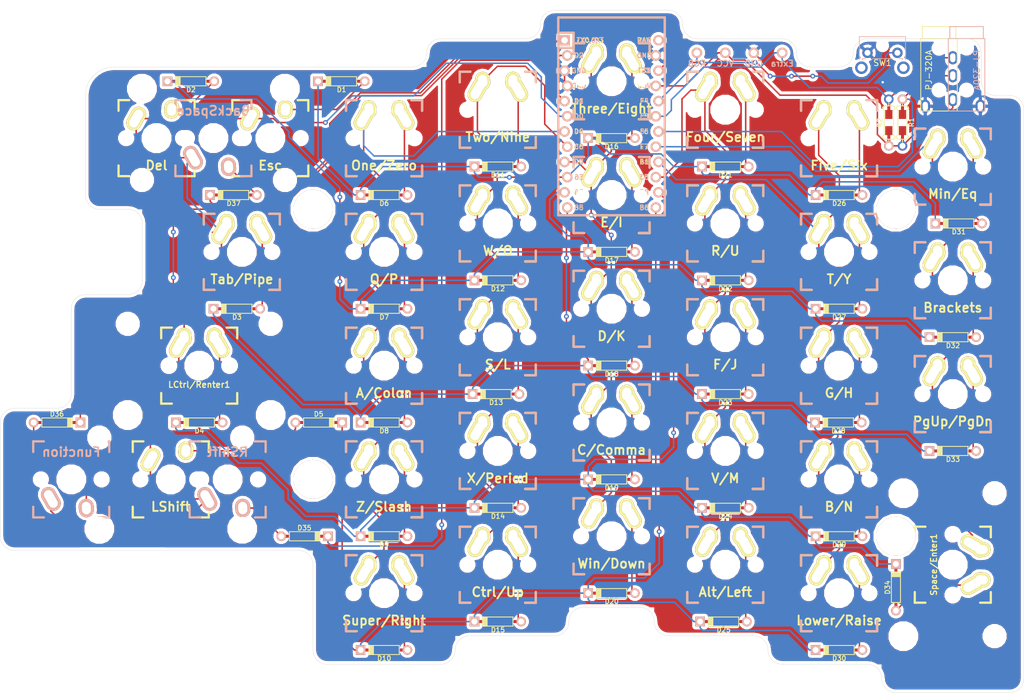
<source format=kicad_pcb>
(kicad_pcb (version 20171130) (host pcbnew "(6.0.0-rc1-dev-577-ge0316af69)")
  (layers (0 F.Cu signal) (31 B.Cu signal) (34 B.Paste user) (35 F.Paste user) (36 B.SilkS user) (37 F.SilkS user) (38 B.Mask user) (39 F.Mask user) (44 Edge.Cuts user))
  (net 0 "")
  (net 1 "Net-(1/0-Pad2)")
  (net 2 /col1)
  (net 3 /col2)
  (net 4 "Net-(2/9-Pad2)")
  (net 5 /col3)
  (net 6 "Net-(3/8-Pad2)")
  (net 7 "Net-(4/7-Pad2)")
  (net 8 /col4)
  (net 9 /col5)
  (net 10 "Net-(5/6-Pad2)")
  (net 11 "Net-(A/Colon1-Pad2)")
  (net 12 "Net-(Alt/Left1-Pad2)")
  (net 13 "Net-(B/N1-Pad2)")
  (net 14 "Net-(BackSpace1-Pad2)")
  (net 15 "Net-(C/Comma1-Pad2)")
  (net 16 "Net-(Ctrl/Up1-Pad2)")
  (net 17 "Net-(D1-Pad2)")
  (net 18 /row0)
  (net 19 "Net-(D2-Pad2)")
  (net 20 /row1)
  (net 21 "Net-(D3-Pad2)")
  (net 22 /row2)
  (net 23 "Net-(D4-Pad2)")
  (net 24 /row3)
  (net 25 "Net-(D5-Pad2)")
  (net 26 /row4)
  (net 27 "Net-(D7-Pad2)")
  (net 28 "Net-(D9-Pad2)")
  (net 29 "Net-(D10-Pad2)")
  (net 30 "Net-(D12-Pad2)")
  (net 31 "Net-(D13-Pad2)")
  (net 32 "Net-(D14-Pad2)")
  (net 33 "Net-(D17-Pad2)")
  (net 34 "Net-(D/K1-Pad2)")
  (net 35 "Net-(D20-Pad2)")
  (net 36 "Net-(D22-Pad2)")
  (net 37 "Net-(D23-Pad2)")
  (net 38 "Net-(D24-Pad2)")
  (net 39 "Net-(D27-Pad2)")
  (net 40 "Net-(D28-Pad2)")
  (net 41 "Net-(D30-Pad2)")
  (net 42 "Net-(D31-Pad2)")
  (net 43 "Net-(D32-Pad2)")
  (net 44 "Net-(D33-Pad2)")
  (net 45 "Net-(D34-Pad2)")
  (net 46 /row5)
  (net 47 "Net-(D35-Pad2)")
  (net 48 "Net-(D36-Pad2)")
  (net 49 /col0)
  (net 50 /data2)
  (net 51 /RGB)
  (net 52 VCC)
  (net 53 GND)
  (net 54 /data)
  (net 55 /col6)
  (net 56 "Net-(SW1-Pad1)")
  (net 57 "Net-(U1-Pad24)")
  (net 58 /row6)
  (net 59 /row7)
  (module canadian_footprints:Mx_Alps_100-dualside (layer F.Cu) (at 159.125 87.875)
    (fp_text reference V/M1 hide)
    (fp_text value V/M (at 0 4.572) (layer F.SilkS) (effects (font (size 1.524 1.524) (thickness 0.3048))))
    (pad 2 thru_hole oval (at 2.52 -4.79 356.1) (size 2.5 3.08) (drill oval 1.5 2.08) (layers *.Cu *.Mask F.SilkS) (net 38 "Net-(D24-Pad2)"))
    (pad 1 thru_hole oval (at -3.405 -3.27 330.95) (size 2.5 4.17) (drill oval 1.5 3.17) (layers *.Cu *.Mask F.SilkS) (net 8 /col4))
    (pad HOLE np_thru_hole circle (at 5.08 0) (size 1.7018 1.7018) (drill 1.7018) (layers *.Cu))
    (pad HOLE np_thru_hole circle (at -5.08 0) (size 1.7018 1.7018) (drill 1.7018) (layers *.Cu))
    (pad HOLE np_thru_hole circle (at 0 0) (size 3.9878 3.9878) (drill 3.9878) (layers *.Cu))
    (pad 2 thru_hole oval (at 3.405 -3.27 29.05) (size 2.5 4.17) (drill oval 1.5 3.17) (layers *.Cu *.Mask F.SilkS) (net 38 "Net-(D24-Pad2)"))
    (pad 1 thru_hole oval (at -2.52 -4.79 3.9) (size 2.5 3.08) (drill oval 1.5 2.08) (layers *.Cu *.Mask F.SilkS) (net 8 /col4))
  )
  (module canadian_footprints:Mx_Alps_100-dualside (layer F.Cu) (at 159.125 30.875)
    (fp_text reference 4/7 hide)
    (fp_text value Four/Seven (at 0 4.572) (layer F.SilkS) (effects (font (size 1.524 1.524) (thickness 0.3048))))
    (pad 2 thru_hole oval (at 2.52 -4.79 356.1) (size 2.5 3.08) (drill oval 1.5 2.08) (layers *.Cu *.Mask F.SilkS) (net 7 "Net-(4/7-Pad2)"))
    (pad 1 thru_hole oval (at -3.405 -3.27 330.95) (size 2.5 4.17) (drill oval 1.5 3.17) (layers *.Cu *.Mask F.SilkS) (net 8 /col4))
    (pad HOLE np_thru_hole circle (at 5.08 0) (size 1.7018 1.7018) (drill 1.7018) (layers *.Cu))
    (pad HOLE np_thru_hole circle (at -5.08 0) (size 1.7018 1.7018) (drill 1.7018) (layers *.Cu))
    (pad HOLE np_thru_hole circle (at 0 0) (size 3.9878 3.9878) (drill 3.9878) (layers *.Cu))
    (pad 2 thru_hole oval (at 3.405 -3.27 29.05) (size 2.5 4.17) (drill oval 1.5 3.17) (layers *.Cu *.Mask F.SilkS) (net 7 "Net-(4/7-Pad2)"))
    (pad 1 thru_hole oval (at -2.52 -4.79 3.9) (size 2.5 3.08) (drill oval 1.5 2.08) (layers *.Cu *.Mask F.SilkS) (net 8 /col4))
  )
  (module Keebio-Parts:TRRS-PJ-320A-dual (layer F.Cu) (at 197.125 19)
    (fp_text reference J4)
    (fp_text value AudioJack4_Ground)
    (fp_text user PJ-320A (at -4 5.25 90) (layer F.SilkS))
    (fp_text user PJ-320A (at 4 5.25 270) (layer B.SilkS) (effects (justify mirror)))
    (pad 3 thru_hole oval (at 0 6.2) (size 1.6 2.2) (drill oval 0.9 1.5) (layers *.Cu *.Mask) (net 54 /data))
    (pad "" np_thru_hole circle (at -2.3 1.6) (size 1.5 1.5) (drill 1.5) (layers *.Cu *.Mask))
    (pad "" np_thru_hole circle (at -2.3 8.6) (size 1.5 1.5) (drill 1.5) (layers *.Cu *.Mask))
    (pad 4 thru_hole oval (at 0 3.2) (size 1.6 2.2) (drill oval 0.9 1.5) (layers *.Cu *.Mask) (net 50 /data2))
    (pad 2 thru_hole oval (at 0 10.2) (size 1.6 2.2) (drill oval 0.9 1.5) (layers *.Cu *.Mask) (net 52 VCC))
    (pad 1 thru_hole oval (at -4.6 11.3) (size 1.6 2.2) (drill oval 0.9 1.5) (layers *.Cu *.Mask) (net 53 GND))
    (pad 1 thru_hole oval (at 4.6 11.3) (size 1.6 2.2) (drill oval 0.9 1.5) (layers *.Cu *.Mask) (net 53 GND))
    (pad "" np_thru_hole circle (at 2.3 1.6) (size 1.5 1.5) (drill 1.5) (layers *.Cu *.Mask))
    (pad "" np_thru_hole circle (at 2.3 8.6) (size 1.5 1.5) (drill 1.5) (layers *.Cu *.Mask))
  )
  (module Keebio-Parts:SW_Tactile_SPST_Angled_MJTP1117 (layer B.Cu) (at 187.875 21.375 180)
    (fp_text reference SW1 (at 2.5 -1.68 180) (layer F.SilkS))
    (fp_text value SW_PUSH)
    (pad "" np_thru_hole circle (at 2.5 1.21 180) (size 1.2 1.2) (drill 1.2) (layers *.Cu *.Mask))
    (pad "" thru_hole circle (at -1 -2.49 180) (size 2.1 2.1) (drill 1.3) (layers *.Cu *.Mask))
    (pad 1 thru_hole circle (at 0 0 180) (size 1.75 1.75) (drill 0.99) (layers *.Cu *.Mask) (net 56 "Net-(SW1-Pad1)"))
    (pad 2 thru_hole circle (at 5 0 180) (size 1.75 1.75) (drill 0.99) (layers *.Cu *.Mask) (net 53 GND))
    (pad "" thru_hole circle (at 6.01 -2.49 180) (size 2.1 2.1) (drill 1.3) (layers *.Cu *.Mask))
  )
  (module Keebio-Parts:Hybrid_PCB_200H-dual (layer F.Cu) (at 197.125 106.875 270)
    (fp_text reference Space/Enter1 (at 0 3.175 270) (layer F.SilkS) (effects (font (thickness 0.2))))
    (fp_text value Space/Enter hide)
    (pad HOLE np_thru_hole circle (at 11.938 8.255 270) (size 3.9878 3.9878) (drill 3.9878) (layers *.Cu))
    (pad HOLE np_thru_hole circle (at -11.938 8.255 270) (size 3.9878 3.9878) (drill 3.9878) (layers *.Cu))
    (pad HOLE np_thru_hole circle (at 11.938 -6.985 270) (size 3.048 3.048) (drill 3.048) (layers *.Cu))
    (pad HOLE np_thru_hole circle (at -11.938 -6.985 270) (size 3.048 3.048) (drill 3.048) (layers *.Cu))
    (pad HOLE np_thru_hole circle (at 5.08 0 270) (size 1.8 1.8) (drill 1.8) (layers *.Cu))
    (pad HOLE np_thru_hole circle (at -5.08 0 270) (size 1.8 1.8) (drill 1.8) (layers *.Cu))
    (pad HOLE np_thru_hole circle (at 0 0 270) (size 3.9878 3.9878) (drill 3.9878) (layers *.Cu))
    (pad 2 thru_hole oval (at 2.52 -4.79 266.1) (size 2.5 3.08) (drill oval 1.5 2.08) (layers *.Cu *.Mask F.SilkS) (net 45 "Net-(D34-Pad2)"))
    (pad 1 thru_hole oval (at -3.405 -3.27 240.95) (size 2.5 4.17) (drill oval 1.5 3.17) (layers *.Cu *.Mask F.SilkS) (net 55 /col6))
    (pad 2 thru_hole oval (at 3.405 -3.27 299.05) (size 2.5 4.17) (drill oval 1.5 3.17) (layers *.Cu *.Mask F.SilkS) (net 45 "Net-(D34-Pad2)"))
    (pad 1 thru_hole oval (at -2.52 -4.79 273.9) (size 2.5 3.08) (drill oval 1.5 2.08) (layers *.Cu *.Mask F.SilkS) (net 55 /col6))
  )
  (module Keebio-Parts:Hybrid_PCB_200H-dual (layer F.Cu) (at 71.25 73.625)
    (fp_text reference LCtrl/Renter1 (at 0 3.175) (layer F.SilkS) (effects (font (thickness 0.2))))
    (fp_text value Ctrl/REnter hide)
    (pad HOLE np_thru_hole circle (at 11.938 8.255) (size 3.9878 3.9878) (drill 3.9878) (layers *.Cu))
    (pad HOLE np_thru_hole circle (at -11.938 8.255) (size 3.9878 3.9878) (drill 3.9878) (layers *.Cu))
    (pad HOLE np_thru_hole circle (at 11.938 -6.985) (size 3.048 3.048) (drill 3.048) (layers *.Cu))
    (pad HOLE np_thru_hole circle (at -11.938 -6.985) (size 3.048 3.048) (drill 3.048) (layers *.Cu))
    (pad HOLE np_thru_hole circle (at 5.08 0) (size 1.8 1.8) (drill 1.8) (layers *.Cu))
    (pad HOLE np_thru_hole circle (at -5.08 0) (size 1.8 1.8) (drill 1.8) (layers *.Cu))
    (pad HOLE np_thru_hole circle (at 0 0) (size 3.9878 3.9878) (drill 3.9878) (layers *.Cu))
    (pad 2 thru_hole oval (at 2.52 -4.79 356.1) (size 2.5 3.08) (drill oval 1.5 2.08) (layers *.Cu *.Mask F.SilkS) (net 23 "Net-(D4-Pad2)"))
    (pad 1 thru_hole oval (at -3.405 -3.27 330.95) (size 2.5 4.17) (drill oval 1.5 3.17) (layers *.Cu *.Mask F.SilkS) (net 49 /col0))
    (pad 2 thru_hole oval (at 3.405 -3.27 29.05) (size 2.5 4.17) (drill oval 1.5 3.17) (layers *.Cu *.Mask F.SilkS) (net 23 "Net-(D4-Pad2)"))
    (pad 1 thru_hole oval (at -2.52 -4.79 3.9) (size 2.5 3.08) (drill oval 1.5 2.08) (layers *.Cu *.Mask F.SilkS) (net 49 /col0))
  )
  (module Keebio-Parts:MountingHole (layer F.Cu) (at 90.25 92.625)
    (fp_text reference H4 hide)
    (fp_text value H)
    (pad "" thru_hole circle (at 0 0) (size 6.5 6.5) (drill 6.5) (layers *.Cu *.Mask F.SilkS))
  )
  (module Keebio-Parts:MountingHole (layer F.Cu) (at 90.25 47.5)
    (fp_text reference H3 hide)
    (fp_text value H)
    (pad "" thru_hole circle (at 0 0) (size 6.5 6.5) (drill 6.5) (layers *.Cu *.Mask F.SilkS))
  )
  (module Keebio-Parts:MountingHole (layer F.Cu) (at 187.625 47.5)
    (fp_text reference H2 hide)
    (fp_text value H)
    (pad "" thru_hole circle (at 0 0) (size 6.5 6.5) (drill 6.5) (layers *.Cu *.Mask F.SilkS))
  )
  (module Keebio-Parts:MountingHole (layer F.Cu) (at 187.625 102.125)
    (fp_text reference H1 hide)
    (fp_text value H)
    (pad "" thru_hole circle (at 0 0) (size 6.5 6.5) (drill 6.5) (layers *.Cu *.Mask F.SilkS))
  )
  (module canadian_footprints:Mx_Alps_100-dualside (layer F.Cu) (at 121.125 68.875)
    (fp_text reference S/L1 hide)
    (fp_text value S/L (at 0 4.572) (layer F.SilkS) (effects (font (size 1.524 1.524) (thickness 0.3048))))
    (pad 2 thru_hole oval (at 2.52 -4.79 356.1) (size 2.5 3.08) (drill oval 1.5 2.08) (layers *.Cu *.Mask F.SilkS) (net 31 "Net-(D13-Pad2)"))
    (pad 1 thru_hole oval (at -3.405 -3.27 330.95) (size 2.5 4.17) (drill oval 1.5 3.17) (layers *.Cu *.Mask F.SilkS) (net 3 /col2))
    (pad HOLE np_thru_hole circle (at 5.08 0) (size 1.7018 1.7018) (drill 1.7018) (layers *.Cu))
    (pad HOLE np_thru_hole circle (at -5.08 0) (size 1.7018 1.7018) (drill 1.7018) (layers *.Cu))
    (pad HOLE np_thru_hole circle (at 0 0) (size 3.9878 3.9878) (drill 3.9878) (layers *.Cu))
    (pad 2 thru_hole oval (at 3.405 -3.27 29.05) (size 2.5 4.17) (drill oval 1.5 3.17) (layers *.Cu *.Mask F.SilkS) (net 31 "Net-(D13-Pad2)"))
    (pad 1 thru_hole oval (at -2.52 -4.79 3.9) (size 2.5 3.08) (drill oval 1.5 2.08) (layers *.Cu *.Mask F.SilkS) (net 3 /col2))
  )
  (module canadian_footprints:Mx_Alps_275 (layer F.Cu) (at 66.5 92.625)
    (fp_text reference LShift1 hide)
    (fp_text value LShift (at 0 4.572) (layer F.SilkS) (effects (font (size 1.524 1.524) (thickness 0.3048))))
    (pad 2 thru_hole oval (at 2.52 -4.79 356.1) (size 2.5 3.08) (drill oval 1.5 2.08) (layers *.Cu *.Mask F.SilkS) (net 25 "Net-(D5-Pad2)"))
    (pad 1 thru_hole oval (at -3.405 -3.27 330.95) (size 2.5 4.17) (drill oval 1.5 3.17) (layers *.Cu *.Mask F.SilkS) (net 49 /col0))
    (pad HOLE np_thru_hole circle (at 11.938 8.255) (size 3.9878 3.9878) (drill 3.9878) (layers *.Cu))
    (pad HOLE np_thru_hole circle (at -11.938 8.255) (size 3.9878 3.9878) (drill 3.9878) (layers *.Cu))
    (pad HOLE np_thru_hole circle (at 11.938 -6.985) (size 3.048 3.048) (drill 3.048) (layers *.Cu))
    (pad HOLE np_thru_hole circle (at -11.938 -6.985) (size 3.048 3.048) (drill 3.048) (layers *.Cu))
    (pad HOLE np_thru_hole circle (at 5.08 0) (size 1.7018 1.7018) (drill 1.7018) (layers *.Cu))
    (pad HOLE np_thru_hole circle (at -5.08 0) (size 1.7018 1.7018) (drill 1.7018) (layers *.Cu))
    (pad HOLE np_thru_hole circle (at 0 0) (size 3.9878 3.9878) (drill 3.9878) (layers *.Cu))
  )
  (module canadian_footprints:Mx_Alps_100-dualside (layer F.Cu) (at 102.125 35.625)
    (fp_text reference 1/0 hide)
    (fp_text value One/Zero (at 0 4.572) (layer F.SilkS) (effects (font (size 1.524 1.524) (thickness 0.3048))))
    (pad 2 thru_hole oval (at 2.52 -4.79 356.1) (size 2.5 3.08) (drill oval 1.5 2.08) (layers *.Cu *.Mask F.SilkS) (net 1 "Net-(1/0-Pad2)"))
    (pad 1 thru_hole oval (at -3.405 -3.27 330.95) (size 2.5 4.17) (drill oval 1.5 3.17) (layers *.Cu *.Mask F.SilkS) (net 2 /col1))
    (pad HOLE np_thru_hole circle (at 5.08 0) (size 1.7018 1.7018) (drill 1.7018) (layers *.Cu))
    (pad HOLE np_thru_hole circle (at -5.08 0) (size 1.7018 1.7018) (drill 1.7018) (layers *.Cu))
    (pad HOLE np_thru_hole circle (at 0 0) (size 3.9878 3.9878) (drill 3.9878) (layers *.Cu))
    (pad 2 thru_hole oval (at 3.405 -3.27 29.05) (size 2.5 4.17) (drill oval 1.5 3.17) (layers *.Cu *.Mask F.SilkS) (net 1 "Net-(1/0-Pad2)"))
    (pad 1 thru_hole oval (at -2.52 -4.79 3.9) (size 2.5 3.08) (drill oval 1.5 2.08) (layers *.Cu *.Mask F.SilkS) (net 2 /col1))
  )
  (module canadian_footprints:Mx_Alps_100-dualside (layer F.Cu) (at 121.125 30.875)
    (fp_text reference 2/9 hide)
    (fp_text value Two/Nine (at 0 4.572) (layer F.SilkS) (effects (font (size 1.524 1.524) (thickness 0.3048))))
    (pad 1 thru_hole oval (at -2.52 -4.79 3.9) (size 2.5 3.08) (drill oval 1.5 2.08) (layers *.Cu *.Mask F.SilkS) (net 3 /col2))
    (pad 2 thru_hole oval (at 3.405 -3.27 29.05) (size 2.5 4.17) (drill oval 1.5 3.17) (layers *.Cu *.Mask F.SilkS) (net 4 "Net-(2/9-Pad2)"))
    (pad HOLE np_thru_hole circle (at 0 0) (size 3.9878 3.9878) (drill 3.9878) (layers *.Cu))
    (pad HOLE np_thru_hole circle (at -5.08 0) (size 1.7018 1.7018) (drill 1.7018) (layers *.Cu))
    (pad HOLE np_thru_hole circle (at 5.08 0) (size 1.7018 1.7018) (drill 1.7018) (layers *.Cu))
    (pad 1 thru_hole oval (at -3.405 -3.27 330.95) (size 2.5 4.17) (drill oval 1.5 3.17) (layers *.Cu *.Mask F.SilkS) (net 3 /col2))
    (pad 2 thru_hole oval (at 2.52 -4.79 356.1) (size 2.5 3.08) (drill oval 1.5 2.08) (layers *.Cu *.Mask F.SilkS) (net 4 "Net-(2/9-Pad2)"))
  )
  (module canadian_footprints:Mx_Alps_100-dualside (layer F.Cu) (at 140.125 26.125)
    (fp_text reference 3/8 hide)
    (fp_text value Three/Eight (at 0 4.572) (layer F.SilkS) (effects (font (size 1.524 1.524) (thickness 0.3048))))
    (pad 1 thru_hole oval (at -2.52 -4.79 3.9) (size 2.5 3.08) (drill oval 1.5 2.08) (layers *.Cu *.Mask F.SilkS) (net 5 /col3))
    (pad 2 thru_hole oval (at 3.405 -3.27 29.05) (size 2.5 4.17) (drill oval 1.5 3.17) (layers *.Cu *.Mask F.SilkS) (net 6 "Net-(3/8-Pad2)"))
    (pad HOLE np_thru_hole circle (at 0 0) (size 3.9878 3.9878) (drill 3.9878) (layers *.Cu))
    (pad HOLE np_thru_hole circle (at -5.08 0) (size 1.7018 1.7018) (drill 1.7018) (layers *.Cu))
    (pad HOLE np_thru_hole circle (at 5.08 0) (size 1.7018 1.7018) (drill 1.7018) (layers *.Cu))
    (pad 1 thru_hole oval (at -3.405 -3.27 330.95) (size 2.5 4.17) (drill oval 1.5 3.17) (layers *.Cu *.Mask F.SilkS) (net 5 /col3))
    (pad 2 thru_hole oval (at 2.52 -4.79 356.1) (size 2.5 3.08) (drill oval 1.5 2.08) (layers *.Cu *.Mask F.SilkS) (net 6 "Net-(3/8-Pad2)"))
  )
  (module canadian_footprints:Mx_Alps_100-dualside (layer F.Cu) (at 178.125 35.625)
    (fp_text reference 5/6 hide)
    (fp_text value Five/Six (at 0 4.572) (layer F.SilkS) (effects (font (size 1.524 1.524) (thickness 0.3048))))
    (pad 1 thru_hole oval (at -2.52 -4.79 3.9) (size 2.5 3.08) (drill oval 1.5 2.08) (layers *.Cu *.Mask F.SilkS) (net 9 /col5))
    (pad 2 thru_hole oval (at 3.405 -3.27 29.05) (size 2.5 4.17) (drill oval 1.5 3.17) (layers *.Cu *.Mask F.SilkS) (net 10 "Net-(5/6-Pad2)"))
    (pad HOLE np_thru_hole circle (at 0 0) (size 3.9878 3.9878) (drill 3.9878) (layers *.Cu))
    (pad HOLE np_thru_hole circle (at -5.08 0) (size 1.7018 1.7018) (drill 1.7018) (layers *.Cu))
    (pad HOLE np_thru_hole circle (at 5.08 0) (size 1.7018 1.7018) (drill 1.7018) (layers *.Cu))
    (pad 1 thru_hole oval (at -3.405 -3.27 330.95) (size 2.5 4.17) (drill oval 1.5 3.17) (layers *.Cu *.Mask F.SilkS) (net 9 /col5))
    (pad 2 thru_hole oval (at 2.52 -4.79 356.1) (size 2.5 3.08) (drill oval 1.5 2.08) (layers *.Cu *.Mask F.SilkS) (net 10 "Net-(5/6-Pad2)"))
  )
  (module canadian_footprints:Mx_Alps_100-dualside (layer F.Cu) (at 102.125 73.625)
    (fp_text reference A/Colon1 hide)
    (fp_text value A/Colon (at 0 4.572) (layer F.SilkS) (effects (font (size 1.524 1.524) (thickness 0.3048))))
    (pad 2 thru_hole oval (at 2.52 -4.79 356.1) (size 2.5 3.08) (drill oval 1.5 2.08) (layers *.Cu *.Mask F.SilkS) (net 11 "Net-(A/Colon1-Pad2)"))
    (pad 1 thru_hole oval (at -3.405 -3.27 330.95) (size 2.5 4.17) (drill oval 1.5 3.17) (layers *.Cu *.Mask F.SilkS) (net 2 /col1))
    (pad HOLE np_thru_hole circle (at 5.08 0) (size 1.7018 1.7018) (drill 1.7018) (layers *.Cu))
    (pad HOLE np_thru_hole circle (at -5.08 0) (size 1.7018 1.7018) (drill 1.7018) (layers *.Cu))
    (pad HOLE np_thru_hole circle (at 0 0) (size 3.9878 3.9878) (drill 3.9878) (layers *.Cu))
    (pad 2 thru_hole oval (at 3.405 -3.27 29.05) (size 2.5 4.17) (drill oval 1.5 3.17) (layers *.Cu *.Mask F.SilkS) (net 11 "Net-(A/Colon1-Pad2)"))
    (pad 1 thru_hole oval (at -2.52 -4.79 3.9) (size 2.5 3.08) (drill oval 1.5 2.08) (layers *.Cu *.Mask F.SilkS) (net 2 /col1))
  )
  (module canadian_footprints:Mx_Alps_100-dualside (layer F.Cu) (at 159.125 106.875)
    (fp_text reference Alt/Left1 hide)
    (fp_text value Alt/Left (at 0 4.572) (layer F.SilkS) (effects (font (size 1.524 1.524) (thickness 0.3048))))
    (pad 2 thru_hole oval (at 2.52 -4.79 356.1) (size 2.5 3.08) (drill oval 1.5 2.08) (layers *.Cu *.Mask F.SilkS) (net 12 "Net-(Alt/Left1-Pad2)"))
    (pad 1 thru_hole oval (at -3.405 -3.27 330.95) (size 2.5 4.17) (drill oval 1.5 3.17) (layers *.Cu *.Mask F.SilkS) (net 8 /col4))
    (pad HOLE np_thru_hole circle (at 5.08 0) (size 1.7018 1.7018) (drill 1.7018) (layers *.Cu))
    (pad HOLE np_thru_hole circle (at -5.08 0) (size 1.7018 1.7018) (drill 1.7018) (layers *.Cu))
    (pad HOLE np_thru_hole circle (at 0 0) (size 3.9878 3.9878) (drill 3.9878) (layers *.Cu))
    (pad 2 thru_hole oval (at 3.405 -3.27 29.05) (size 2.5 4.17) (drill oval 1.5 3.17) (layers *.Cu *.Mask F.SilkS) (net 12 "Net-(Alt/Left1-Pad2)"))
    (pad 1 thru_hole oval (at -2.52 -4.79 3.9) (size 2.5 3.08) (drill oval 1.5 2.08) (layers *.Cu *.Mask F.SilkS) (net 8 /col4))
  )
  (module canadian_footprints:Mx_Alps_100-dualside (layer F.Cu) (at 178.125 92.625)
    (fp_text reference B/N1 hide)
    (fp_text value B/N (at 0 4.572) (layer F.SilkS) (effects (font (size 1.524 1.524) (thickness 0.3048))))
    (pad 1 thru_hole oval (at -2.52 -4.79 3.9) (size 2.5 3.08) (drill oval 1.5 2.08) (layers *.Cu *.Mask F.SilkS) (net 9 /col5))
    (pad 2 thru_hole oval (at 3.405 -3.27 29.05) (size 2.5 4.17) (drill oval 1.5 3.17) (layers *.Cu *.Mask F.SilkS) (net 13 "Net-(B/N1-Pad2)"))
    (pad HOLE np_thru_hole circle (at 0 0) (size 3.9878 3.9878) (drill 3.9878) (layers *.Cu))
    (pad HOLE np_thru_hole circle (at -5.08 0) (size 1.7018 1.7018) (drill 1.7018) (layers *.Cu))
    (pad HOLE np_thru_hole circle (at 5.08 0) (size 1.7018 1.7018) (drill 1.7018) (layers *.Cu))
    (pad 1 thru_hole oval (at -3.405 -3.27 330.95) (size 2.5 4.17) (drill oval 1.5 3.17) (layers *.Cu *.Mask F.SilkS) (net 9 /col5))
    (pad 2 thru_hole oval (at 2.52 -4.79 356.1) (size 2.5 3.08) (drill oval 1.5 2.08) (layers *.Cu *.Mask F.SilkS) (net 13 "Net-(B/N1-Pad2)"))
  )
  (module canadian_footprints:Mx_Alps_200 (layer B.Cu) (at 73.625 35.625)
    (fp_text reference BackSpace1 hide)
    (fp_text value BackSpace (at 0 -4.572) (layer B.SilkS) (effects (font (size 1.524 1.524) (thickness 0.3048)) (justify mirror)))
    (pad HOLE np_thru_hole circle (at 0 0) (size 3.9878 3.9878) (drill 3.9878) (layers *.Cu))
    (pad HOLE np_thru_hole circle (at -5.08 0) (size 1.7018 1.7018) (drill 1.7018) (layers *.Cu))
    (pad HOLE np_thru_hole circle (at 5.08 0) (size 1.7018 1.7018) (drill 1.7018) (layers *.Cu))
    (pad HOLE np_thru_hole circle (at -11.938 6.985) (size 3.048 3.048) (drill 3.048) (layers *.Cu))
    (pad HOLE np_thru_hole circle (at 11.938 6.985) (size 3.048 3.048) (drill 3.048) (layers *.Cu))
    (pad HOLE np_thru_hole circle (at -11.938 -8.255) (size 3.9878 3.9878) (drill 3.9878) (layers *.Cu))
    (pad HOLE np_thru_hole circle (at 11.938 -8.255) (size 3.9878 3.9878) (drill 3.9878) (layers *.Cu))
    (pad 1 thru_hole oval (at -3.405 3.27 29.05) (size 2.5 4.17) (drill oval 1.5 3.17) (layers *.Cu *.Mask B.SilkS) (net 49 /col0))
    (pad 2 thru_hole oval (at 2.52 4.79 3.9) (size 2.5 3.08) (drill oval 1.5 2.08) (layers *.Cu *.Mask B.SilkS) (net 14 "Net-(BackSpace1-Pad2)"))
  )
  (module canadian_footprints:Mx_Alps_100-dualside (layer F.Cu) (at 140.125 83.125)
    (fp_text reference C/Comma1 hide)
    (fp_text value C/Comma (at 0 4.572) (layer F.SilkS) (effects (font (size 1.524 1.524) (thickness 0.3048))))
    (pad 2 thru_hole oval (at 2.52 -4.79 356.1) (size 2.5 3.08) (drill oval 1.5 2.08) (layers *.Cu *.Mask F.SilkS) (net 15 "Net-(C/Comma1-Pad2)"))
    (pad 1 thru_hole oval (at -3.405 -3.27 330.95) (size 2.5 4.17) (drill oval 1.5 3.17) (layers *.Cu *.Mask F.SilkS) (net 5 /col3))
    (pad HOLE np_thru_hole circle (at 5.08 0) (size 1.7018 1.7018) (drill 1.7018) (layers *.Cu))
    (pad HOLE np_thru_hole circle (at -5.08 0) (size 1.7018 1.7018) (drill 1.7018) (layers *.Cu))
    (pad HOLE np_thru_hole circle (at 0 0) (size 3.9878 3.9878) (drill 3.9878) (layers *.Cu))
    (pad 2 thru_hole oval (at 3.405 -3.27 29.05) (size 2.5 4.17) (drill oval 1.5 3.17) (layers *.Cu *.Mask F.SilkS) (net 15 "Net-(C/Comma1-Pad2)"))
    (pad 1 thru_hole oval (at -2.52 -4.79 3.9) (size 2.5 3.08) (drill oval 1.5 2.08) (layers *.Cu *.Mask F.SilkS) (net 5 /col3))
  )
  (module canadian_footprints:Mx_Alps_100-dualside (layer F.Cu) (at 121.125 106.875)
    (fp_text reference Ctrl/Up1 hide)
    (fp_text value Ctrl/Up (at 0 4.572) (layer F.SilkS) (effects (font (size 1.524 1.524) (thickness 0.3048))))
    (pad 1 thru_hole oval (at -2.52 -4.79 3.9) (size 2.5 3.08) (drill oval 1.5 2.08) (layers *.Cu *.Mask F.SilkS) (net 3 /col2))
    (pad 2 thru_hole oval (at 3.405 -3.27 29.05) (size 2.5 4.17) (drill oval 1.5 3.17) (layers *.Cu *.Mask F.SilkS) (net 16 "Net-(Ctrl/Up1-Pad2)"))
    (pad HOLE np_thru_hole circle (at 0 0) (size 3.9878 3.9878) (drill 3.9878) (layers *.Cu))
    (pad HOLE np_thru_hole circle (at -5.08 0) (size 1.7018 1.7018) (drill 1.7018) (layers *.Cu))
    (pad HOLE np_thru_hole circle (at 5.08 0) (size 1.7018 1.7018) (drill 1.7018) (layers *.Cu))
    (pad 1 thru_hole oval (at -3.405 -3.27 330.95) (size 2.5 4.17) (drill oval 1.5 3.17) (layers *.Cu *.Mask F.SilkS) (net 3 /col2))
    (pad 2 thru_hole oval (at 2.52 -4.79 356.1) (size 2.5 3.08) (drill oval 1.5 2.08) (layers *.Cu *.Mask F.SilkS) (net 16 "Net-(Ctrl/Up1-Pad2)"))
  )
  (module Keebio-Parts:Diode-Hybrid-Back (layer B.Cu) (at 95 26.125 180)
    (fp_text reference D1 (at -0.0254 -1.4 180) (layer F.SilkS) (effects (font (size 0.8 0.8))))
    (fp_text value D hide)
    (pad 2 smd rect (at -2.5 0 180) (size 2.9 0.5) (layers F.Cu) (net 17 "Net-(D1-Pad2)"))
    (pad 2 smd rect (at -1.4 0 180) (size 1.6 1.2) (layers F.Cu F.Paste F.Mask) (net 17 "Net-(D1-Pad2)"))
    (pad 1 smd rect (at 1.4 0 180) (size 1.6 1.2) (layers F.Cu F.Paste F.Mask) (net 18 /row0))
    (pad 1 smd rect (at 2.5 0 180) (size 2.9 0.5) (layers F.Cu) (net 18 /row0))
    (pad 2 thru_hole circle (at -3.9 0 180) (size 1.6 1.6) (drill 1) (layers *.Cu *.Mask B.SilkS) (net 17 "Net-(D1-Pad2)"))
    (pad 1 thru_hole rect (at 3.9 0 180) (size 1.6 1.6) (drill 1) (layers *.Cu *.Mask B.SilkS) (net 18 /row0))
  )
  (module Keebio-Parts:Diode-Hybrid-Back (layer B.Cu) (at 69.85 26.125 180)
    (fp_text reference D2 (at -0.0254 -1.4 180) (layer F.SilkS) (effects (font (size 0.8 0.8))))
    (fp_text value D hide)
    (pad 2 smd rect (at -2.5 0 180) (size 2.9 0.5) (layers F.Cu) (net 19 "Net-(D2-Pad2)"))
    (pad 2 smd rect (at -1.4 0 180) (size 1.6 1.2) (layers F.Cu F.Paste F.Mask) (net 19 "Net-(D2-Pad2)"))
    (pad 1 smd rect (at 1.4 0 180) (size 1.6 1.2) (layers F.Cu F.Paste F.Mask) (net 20 /row1))
    (pad 1 smd rect (at 2.5 0 180) (size 2.9 0.5) (layers F.Cu) (net 20 /row1))
    (pad 2 thru_hole circle (at -3.9 0 180) (size 1.6 1.6) (drill 1) (layers *.Cu *.Mask B.SilkS) (net 19 "Net-(D2-Pad2)"))
    (pad 1 thru_hole rect (at 3.9 0 180) (size 1.6 1.6) (drill 1) (layers *.Cu *.Mask B.SilkS) (net 20 /row1))
  )
  (module Keebio-Parts:Diode-Hybrid-Back (layer B.Cu) (at 77.525 64.125 180)
    (fp_text reference D3 (at -0.0254 -1.4 180) (layer F.SilkS) (effects (font (size 0.8 0.8))))
    (fp_text value D hide)
    (pad 2 smd rect (at -2.5 0 180) (size 2.9 0.5) (layers F.Cu) (net 21 "Net-(D3-Pad2)"))
    (pad 2 smd rect (at -1.4 0 180) (size 1.6 1.2) (layers F.Cu F.Paste F.Mask) (net 21 "Net-(D3-Pad2)"))
    (pad 1 smd rect (at 1.4 0 180) (size 1.6 1.2) (layers F.Cu F.Paste F.Mask) (net 22 /row2))
    (pad 1 smd rect (at 2.5 0 180) (size 2.9 0.5) (layers F.Cu) (net 22 /row2))
    (pad 2 thru_hole circle (at -3.9 0 180) (size 1.6 1.6) (drill 1) (layers *.Cu *.Mask B.SilkS) (net 21 "Net-(D3-Pad2)"))
    (pad 1 thru_hole rect (at 3.9 0 180) (size 1.6 1.6) (drill 1) (layers *.Cu *.Mask B.SilkS) (net 22 /row2))
  )
  (module Keebio-Parts:Diode-Hybrid-Back (layer B.Cu) (at 71.25 83.125 180)
    (fp_text reference D4 (at -0.0254 -1.4 180) (layer F.SilkS) (effects (font (size 0.8 0.8))))
    (fp_text value D hide)
    (pad 2 smd rect (at -2.5 0 180) (size 2.9 0.5) (layers F.Cu) (net 23 "Net-(D4-Pad2)"))
    (pad 2 smd rect (at -1.4 0 180) (size 1.6 1.2) (layers F.Cu F.Paste F.Mask) (net 23 "Net-(D4-Pad2)"))
    (pad 1 smd rect (at 1.4 0 180) (size 1.6 1.2) (layers F.Cu F.Paste F.Mask) (net 24 /row3))
    (pad 1 smd rect (at 2.5 0 180) (size 2.9 0.5) (layers F.Cu) (net 24 /row3))
    (pad 2 thru_hole circle (at -3.9 0 180) (size 1.6 1.6) (drill 1) (layers *.Cu *.Mask B.SilkS) (net 23 "Net-(D4-Pad2)"))
    (pad 1 thru_hole rect (at 3.9 0 180) (size 1.6 1.6) (drill 1) (layers *.Cu *.Mask B.SilkS) (net 24 /row3))
  )
  (module Keebio-Parts:Diode-Hybrid-Back (layer B.Cu) (at 91.225 83.125)
    (fp_text reference D5 (at -0.0254 -1.4) (layer F.SilkS) (effects (font (size 0.8 0.8))))
    (fp_text value D hide)
    (pad 2 smd rect (at -2.5 0) (size 2.9 0.5) (layers F.Cu) (net 25 "Net-(D5-Pad2)"))
    (pad 2 smd rect (at -1.4 0) (size 1.6 1.2) (layers F.Cu F.Paste F.Mask) (net 25 "Net-(D5-Pad2)"))
    (pad 1 smd rect (at 1.4 0) (size 1.6 1.2) (layers F.Cu F.Paste F.Mask) (net 26 /row4))
    (pad 1 smd rect (at 2.5 0) (size 2.9 0.5) (layers F.Cu) (net 26 /row4))
    (pad 2 thru_hole circle (at -3.9 0) (size 1.6 1.6) (drill 1) (layers *.Cu *.Mask B.SilkS) (net 25 "Net-(D5-Pad2)"))
    (pad 1 thru_hole rect (at 3.9 0) (size 1.6 1.6) (drill 1) (layers *.Cu *.Mask B.SilkS) (net 26 /row4))
  )
  (module Keebio-Parts:Diode-Hybrid-Back (layer B.Cu) (at 102.125 45.125 180)
    (fp_text reference D6 (at -0.0254 -1.4 180) (layer F.SilkS) (effects (font (size 0.8 0.8))))
    (fp_text value D hide)
    (pad 2 smd rect (at -2.5 0 180) (size 2.9 0.5) (layers F.Cu) (net 1 "Net-(1/0-Pad2)"))
    (pad 2 smd rect (at -1.4 0 180) (size 1.6 1.2) (layers F.Cu F.Paste F.Mask) (net 1 "Net-(1/0-Pad2)"))
    (pad 1 smd rect (at 1.4 0 180) (size 1.6 1.2) (layers F.Cu F.Paste F.Mask) (net 18 /row0))
    (pad 1 smd rect (at 2.5 0 180) (size 2.9 0.5) (layers F.Cu) (net 18 /row0))
    (pad 2 thru_hole circle (at -3.9 0 180) (size 1.6 1.6) (drill 1) (layers *.Cu *.Mask B.SilkS) (net 1 "Net-(1/0-Pad2)"))
    (pad 1 thru_hole rect (at 3.9 0 180) (size 1.6 1.6) (drill 1) (layers *.Cu *.Mask B.SilkS) (net 18 /row0))
  )
  (module Keebio-Parts:Diode-Hybrid-Back (layer B.Cu) (at 102.125 64.125 180)
    (fp_text reference D7 (at -0.0254 -1.4 180) (layer F.SilkS) (effects (font (size 0.8 0.8))))
    (fp_text value D hide)
    (pad 2 smd rect (at -2.5 0 180) (size 2.9 0.5) (layers F.Cu) (net 27 "Net-(D7-Pad2)"))
    (pad 2 smd rect (at -1.4 0 180) (size 1.6 1.2) (layers F.Cu F.Paste F.Mask) (net 27 "Net-(D7-Pad2)"))
    (pad 1 smd rect (at 1.4 0 180) (size 1.6 1.2) (layers F.Cu F.Paste F.Mask) (net 20 /row1))
    (pad 1 smd rect (at 2.5 0 180) (size 2.9 0.5) (layers F.Cu) (net 20 /row1))
    (pad 2 thru_hole circle (at -3.9 0 180) (size 1.6 1.6) (drill 1) (layers *.Cu *.Mask B.SilkS) (net 27 "Net-(D7-Pad2)"))
    (pad 1 thru_hole rect (at 3.9 0 180) (size 1.6 1.6) (drill 1) (layers *.Cu *.Mask B.SilkS) (net 20 /row1))
  )
  (module Keebio-Parts:Diode-Hybrid-Back (layer B.Cu) (at 102.125 83.125 180)
    (fp_text reference D8 (at -0.0254 -1.4 180) (layer F.SilkS) (effects (font (size 0.8 0.8))))
    (fp_text value D hide)
    (pad 2 smd rect (at -2.5 0 180) (size 2.9 0.5) (layers F.Cu) (net 11 "Net-(A/Colon1-Pad2)"))
    (pad 2 smd rect (at -1.4 0 180) (size 1.6 1.2) (layers F.Cu F.Paste F.Mask) (net 11 "Net-(A/Colon1-Pad2)"))
    (pad 1 smd rect (at 1.4 0 180) (size 1.6 1.2) (layers F.Cu F.Paste F.Mask) (net 22 /row2))
    (pad 1 smd rect (at 2.5 0 180) (size 2.9 0.5) (layers F.Cu) (net 22 /row2))
    (pad 2 thru_hole circle (at -3.9 0 180) (size 1.6 1.6) (drill 1) (layers *.Cu *.Mask B.SilkS) (net 11 "Net-(A/Colon1-Pad2)"))
    (pad 1 thru_hole rect (at 3.9 0 180) (size 1.6 1.6) (drill 1) (layers *.Cu *.Mask B.SilkS) (net 22 /row2))
  )
  (module Keebio-Parts:Diode-Hybrid-Back (layer B.Cu) (at 102.125 102.125 180)
    (fp_text reference D9 (at -0.0254 -1.4 180) (layer F.SilkS) (effects (font (size 0.8 0.8))))
    (fp_text value D hide)
    (pad 2 smd rect (at -2.5 0 180) (size 2.9 0.5) (layers F.Cu) (net 28 "Net-(D9-Pad2)"))
    (pad 2 smd rect (at -1.4 0 180) (size 1.6 1.2) (layers F.Cu F.Paste F.Mask) (net 28 "Net-(D9-Pad2)"))
    (pad 1 smd rect (at 1.4 0 180) (size 1.6 1.2) (layers F.Cu F.Paste F.Mask) (net 24 /row3))
    (pad 1 smd rect (at 2.5 0 180) (size 2.9 0.5) (layers F.Cu) (net 24 /row3))
    (pad 2 thru_hole circle (at -3.9 0 180) (size 1.6 1.6) (drill 1) (layers *.Cu *.Mask B.SilkS) (net 28 "Net-(D9-Pad2)"))
    (pad 1 thru_hole rect (at 3.9 0 180) (size 1.6 1.6) (drill 1) (layers *.Cu *.Mask B.SilkS) (net 24 /row3))
  )
  (module Keebio-Parts:Diode-Hybrid-Back (layer B.Cu) (at 102.125 121.125 180)
    (fp_text reference D10 (at -0.0254 -1.4 180) (layer F.SilkS) (effects (font (size 0.8 0.8))))
    (fp_text value D hide)
    (pad 2 smd rect (at -2.5 0 180) (size 2.9 0.5) (layers F.Cu) (net 29 "Net-(D10-Pad2)"))
    (pad 2 smd rect (at -1.4 0 180) (size 1.6 1.2) (layers F.Cu F.Paste F.Mask) (net 29 "Net-(D10-Pad2)"))
    (pad 1 smd rect (at 1.4 0 180) (size 1.6 1.2) (layers F.Cu F.Paste F.Mask) (net 26 /row4))
    (pad 1 smd rect (at 2.5 0 180) (size 2.9 0.5) (layers F.Cu) (net 26 /row4))
    (pad 2 thru_hole circle (at -3.9 0 180) (size 1.6 1.6) (drill 1) (layers *.Cu *.Mask B.SilkS) (net 29 "Net-(D10-Pad2)"))
    (pad 1 thru_hole rect (at 3.9 0 180) (size 1.6 1.6) (drill 1) (layers *.Cu *.Mask B.SilkS) (net 26 /row4))
  )
  (module Keebio-Parts:Diode-Hybrid-Back (layer B.Cu) (at 121.125 40.375 180)
    (fp_text reference D11 (at -0.0254 -1.4 180) (layer F.SilkS) (effects (font (size 0.8 0.8))))
    (fp_text value D hide)
    (pad 2 smd rect (at -2.5 0 180) (size 2.9 0.5) (layers F.Cu) (net 4 "Net-(2/9-Pad2)"))
    (pad 2 smd rect (at -1.4 0 180) (size 1.6 1.2) (layers F.Cu F.Paste F.Mask) (net 4 "Net-(2/9-Pad2)"))
    (pad 1 smd rect (at 1.4 0 180) (size 1.6 1.2) (layers F.Cu F.Paste F.Mask) (net 18 /row0))
    (pad 1 smd rect (at 2.5 0 180) (size 2.9 0.5) (layers F.Cu) (net 18 /row0))
    (pad 2 thru_hole circle (at -3.9 0 180) (size 1.6 1.6) (drill 1) (layers *.Cu *.Mask B.SilkS) (net 4 "Net-(2/9-Pad2)"))
    (pad 1 thru_hole rect (at 3.9 0 180) (size 1.6 1.6) (drill 1) (layers *.Cu *.Mask B.SilkS) (net 18 /row0))
  )
  (module Keebio-Parts:Diode-Hybrid-Back (layer B.Cu) (at 121.125 59.375 180)
    (fp_text reference D12 (at -0.0254 -1.4 180) (layer F.SilkS) (effects (font (size 0.8 0.8))))
    (fp_text value D hide)
    (pad 2 smd rect (at -2.5 0 180) (size 2.9 0.5) (layers F.Cu) (net 30 "Net-(D12-Pad2)"))
    (pad 2 smd rect (at -1.4 0 180) (size 1.6 1.2) (layers F.Cu F.Paste F.Mask) (net 30 "Net-(D12-Pad2)"))
    (pad 1 smd rect (at 1.4 0 180) (size 1.6 1.2) (layers F.Cu F.Paste F.Mask) (net 20 /row1))
    (pad 1 smd rect (at 2.5 0 180) (size 2.9 0.5) (layers F.Cu) (net 20 /row1))
    (pad 2 thru_hole circle (at -3.9 0 180) (size 1.6 1.6) (drill 1) (layers *.Cu *.Mask B.SilkS) (net 30 "Net-(D12-Pad2)"))
    (pad 1 thru_hole rect (at 3.9 0 180) (size 1.6 1.6) (drill 1) (layers *.Cu *.Mask B.SilkS) (net 20 /row1))
  )
  (module Keebio-Parts:Diode-Hybrid-Back (layer B.Cu) (at 120.825 78.375 180)
    (fp_text reference D13 (at -0.0254 -1.4 180) (layer F.SilkS) (effects (font (size 0.8 0.8))))
    (fp_text value D hide)
    (pad 1 thru_hole rect (at 3.9 0 180) (size 1.6 1.6) (drill 1) (layers *.Cu *.Mask B.SilkS) (net 22 /row2))
    (pad 2 thru_hole circle (at -3.9 0 180) (size 1.6 1.6) (drill 1) (layers *.Cu *.Mask B.SilkS) (net 31 "Net-(D13-Pad2)"))
    (pad 1 smd rect (at 2.5 0 180) (size 2.9 0.5) (layers F.Cu) (net 22 /row2))
    (pad 1 smd rect (at 1.4 0 180) (size 1.6 1.2) (layers F.Cu F.Paste F.Mask) (net 22 /row2))
    (pad 2 smd rect (at -1.4 0 180) (size 1.6 1.2) (layers F.Cu F.Paste F.Mask) (net 31 "Net-(D13-Pad2)"))
    (pad 2 smd rect (at -2.5 0 180) (size 2.9 0.5) (layers F.Cu) (net 31 "Net-(D13-Pad2)"))
  )
  (module Keebio-Parts:Diode-Hybrid-Back (layer B.Cu) (at 121.125 97.375 180)
    (fp_text reference D14 (at -0.0254 -1.4 180) (layer F.SilkS) (effects (font (size 0.8 0.8))))
    (fp_text value D hide)
    (pad 1 thru_hole rect (at 3.9 0 180) (size 1.6 1.6) (drill 1) (layers *.Cu *.Mask B.SilkS) (net 24 /row3))
    (pad 2 thru_hole circle (at -3.9 0 180) (size 1.6 1.6) (drill 1) (layers *.Cu *.Mask B.SilkS) (net 32 "Net-(D14-Pad2)"))
    (pad 1 smd rect (at 2.5 0 180) (size 2.9 0.5) (layers F.Cu) (net 24 /row3))
    (pad 1 smd rect (at 1.4 0 180) (size 1.6 1.2) (layers F.Cu F.Paste F.Mask) (net 24 /row3))
    (pad 2 smd rect (at -1.4 0 180) (size 1.6 1.2) (layers F.Cu F.Paste F.Mask) (net 32 "Net-(D14-Pad2)"))
    (pad 2 smd rect (at -2.5 0 180) (size 2.9 0.5) (layers F.Cu) (net 32 "Net-(D14-Pad2)"))
  )
  (module Keebio-Parts:Diode-Hybrid-Back (layer B.Cu) (at 121.125 116.375 180)
    (fp_text reference D15 (at -0.0254 -1.4 180) (layer F.SilkS) (effects (font (size 0.8 0.8))))
    (fp_text value D hide)
    (pad 1 thru_hole rect (at 3.9 0 180) (size 1.6 1.6) (drill 1) (layers *.Cu *.Mask B.SilkS) (net 26 /row4))
    (pad 2 thru_hole circle (at -3.9 0 180) (size 1.6 1.6) (drill 1) (layers *.Cu *.Mask B.SilkS) (net 16 "Net-(Ctrl/Up1-Pad2)"))
    (pad 1 smd rect (at 2.5 0 180) (size 2.9 0.5) (layers F.Cu) (net 26 /row4))
    (pad 1 smd rect (at 1.4 0 180) (size 1.6 1.2) (layers F.Cu F.Paste F.Mask) (net 26 /row4))
    (pad 2 smd rect (at -1.4 0 180) (size 1.6 1.2) (layers F.Cu F.Paste F.Mask) (net 16 "Net-(Ctrl/Up1-Pad2)"))
    (pad 2 smd rect (at -2.5 0 180) (size 2.9 0.5) (layers F.Cu) (net 16 "Net-(Ctrl/Up1-Pad2)"))
  )
  (module Keebio-Parts:Diode-Hybrid-Back (layer B.Cu) (at 140.125 35.625 180)
    (fp_text reference D16 (at -0.0254 -1.4 180) (layer F.SilkS) (effects (font (size 0.8 0.8))))
    (fp_text value D hide)
    (pad 1 thru_hole rect (at 3.9 0 180) (size 1.6 1.6) (drill 1) (layers *.Cu *.Mask B.SilkS) (net 18 /row0))
    (pad 2 thru_hole circle (at -3.9 0 180) (size 1.6 1.6) (drill 1) (layers *.Cu *.Mask B.SilkS) (net 6 "Net-(3/8-Pad2)"))
    (pad 1 smd rect (at 2.5 0 180) (size 2.9 0.5) (layers F.Cu) (net 18 /row0))
    (pad 1 smd rect (at 1.4 0 180) (size 1.6 1.2) (layers F.Cu F.Paste F.Mask) (net 18 /row0))
    (pad 2 smd rect (at -1.4 0 180) (size 1.6 1.2) (layers F.Cu F.Paste F.Mask) (net 6 "Net-(3/8-Pad2)"))
    (pad 2 smd rect (at -2.5 0 180) (size 2.9 0.5) (layers F.Cu) (net 6 "Net-(3/8-Pad2)"))
  )
  (module Keebio-Parts:Diode-Hybrid-Back (layer B.Cu) (at 140.125 54.625 180)
    (fp_text reference D17 (at -0.0254 -1.4 180) (layer F.SilkS) (effects (font (size 0.8 0.8))))
    (fp_text value D hide)
    (pad 2 smd rect (at -2.5 0 180) (size 2.9 0.5) (layers F.Cu) (net 33 "Net-(D17-Pad2)"))
    (pad 2 smd rect (at -1.4 0 180) (size 1.6 1.2) (layers F.Cu F.Paste F.Mask) (net 33 "Net-(D17-Pad2)"))
    (pad 1 smd rect (at 1.4 0 180) (size 1.6 1.2) (layers F.Cu F.Paste F.Mask) (net 20 /row1))
    (pad 1 smd rect (at 2.5 0 180) (size 2.9 0.5) (layers F.Cu) (net 20 /row1))
    (pad 2 thru_hole circle (at -3.9 0 180) (size 1.6 1.6) (drill 1) (layers *.Cu *.Mask B.SilkS) (net 33 "Net-(D17-Pad2)"))
    (pad 1 thru_hole rect (at 3.9 0 180) (size 1.6 1.6) (drill 1) (layers *.Cu *.Mask B.SilkS) (net 20 /row1))
  )
  (module Keebio-Parts:Diode-Hybrid-Back (layer B.Cu) (at 140.125 73.625 180)
    (fp_text reference D18 (at -0.0254 -1.4 180) (layer F.SilkS) (effects (font (size 0.8 0.8))))
    (fp_text value D hide)
    (pad 2 smd rect (at -2.5 0 180) (size 2.9 0.5) (layers F.Cu) (net 34 "Net-(D/K1-Pad2)"))
    (pad 2 smd rect (at -1.4 0 180) (size 1.6 1.2) (layers F.Cu F.Paste F.Mask) (net 34 "Net-(D/K1-Pad2)"))
    (pad 1 smd rect (at 1.4 0 180) (size 1.6 1.2) (layers F.Cu F.Paste F.Mask) (net 22 /row2))
    (pad 1 smd rect (at 2.5 0 180) (size 2.9 0.5) (layers F.Cu) (net 22 /row2))
    (pad 2 thru_hole circle (at -3.9 0 180) (size 1.6 1.6) (drill 1) (layers *.Cu *.Mask B.SilkS) (net 34 "Net-(D/K1-Pad2)"))
    (pad 1 thru_hole rect (at 3.9 0 180) (size 1.6 1.6) (drill 1) (layers *.Cu *.Mask B.SilkS) (net 22 /row2))
  )
  (module Keebio-Parts:Diode-Hybrid-Back (layer B.Cu) (at 140.125 92.625 180)
    (fp_text reference D19 (at -0.0254 -1.4 180) (layer F.SilkS) (effects (font (size 0.8 0.8))))
    (fp_text value D hide)
    (pad 2 smd rect (at -2.5 0 180) (size 2.9 0.5) (layers F.Cu) (net 15 "Net-(C/Comma1-Pad2)"))
    (pad 2 smd rect (at -1.4 0 180) (size 1.6 1.2) (layers F.Cu F.Paste F.Mask) (net 15 "Net-(C/Comma1-Pad2)"))
    (pad 1 smd rect (at 1.4 0 180) (size 1.6 1.2) (layers F.Cu F.Paste F.Mask) (net 24 /row3))
    (pad 1 smd rect (at 2.5 0 180) (size 2.9 0.5) (layers F.Cu) (net 24 /row3))
    (pad 2 thru_hole circle (at -3.9 0 180) (size 1.6 1.6) (drill 1) (layers *.Cu *.Mask B.SilkS) (net 15 "Net-(C/Comma1-Pad2)"))
    (pad 1 thru_hole rect (at 3.9 0 180) (size 1.6 1.6) (drill 1) (layers *.Cu *.Mask B.SilkS) (net 24 /row3))
  )
  (module Keebio-Parts:Diode-Hybrid-Back (layer B.Cu) (at 140.125 111.625 180)
    (fp_text reference D20 (at -0.0254 -1.4 180) (layer F.SilkS) (effects (font (size 0.8 0.8))))
    (fp_text value D hide)
    (pad 2 smd rect (at -2.5 0 180) (size 2.9 0.5) (layers F.Cu) (net 35 "Net-(D20-Pad2)"))
    (pad 2 smd rect (at -1.4 0 180) (size 1.6 1.2) (layers F.Cu F.Paste F.Mask) (net 35 "Net-(D20-Pad2)"))
    (pad 1 smd rect (at 1.4 0 180) (size 1.6 1.2) (layers F.Cu F.Paste F.Mask) (net 26 /row4))
    (pad 1 smd rect (at 2.5 0 180) (size 2.9 0.5) (layers F.Cu) (net 26 /row4))
    (pad 2 thru_hole circle (at -3.9 0 180) (size 1.6 1.6) (drill 1) (layers *.Cu *.Mask B.SilkS) (net 35 "Net-(D20-Pad2)"))
    (pad 1 thru_hole rect (at 3.9 0 180) (size 1.6 1.6) (drill 1) (layers *.Cu *.Mask B.SilkS) (net 26 /row4))
  )
  (module Keebio-Parts:Diode-Hybrid-Back (layer B.Cu) (at 159.125 40.375 180)
    (fp_text reference D21 (at -0.0254 -1.4) (layer F.SilkS) (effects (font (size 0.8 0.8))))
    (fp_text value D hide)
    (pad 2 smd rect (at -2.5 0 180) (size 2.9 0.5) (layers F.Cu) (net 7 "Net-(4/7-Pad2)"))
    (pad 2 smd rect (at -1.4 0 180) (size 1.6 1.2) (layers F.Cu F.Paste F.Mask) (net 7 "Net-(4/7-Pad2)"))
    (pad 1 smd rect (at 1.4 0 180) (size 1.6 1.2) (layers F.Cu F.Paste F.Mask) (net 18 /row0))
    (pad 1 smd rect (at 2.5 0 180) (size 2.9 0.5) (layers F.Cu) (net 18 /row0))
    (pad 2 thru_hole circle (at -3.9 0 180) (size 1.6 1.6) (drill 1) (layers *.Cu *.Mask B.SilkS) (net 7 "Net-(4/7-Pad2)"))
    (pad 1 thru_hole rect (at 3.9 0 180) (size 1.6 1.6) (drill 1) (layers *.Cu *.Mask B.SilkS) (net 18 /row0))
  )
  (module Keebio-Parts:Diode-Hybrid-Back (layer B.Cu) (at 159.125 59.375 180)
    (fp_text reference D22 (at -0.0254 -1.4 180) (layer F.SilkS) (effects (font (size 0.8 0.8))))
    (fp_text value D hide)
    (pad 2 smd rect (at -2.5 0 180) (size 2.9 0.5) (layers F.Cu) (net 36 "Net-(D22-Pad2)"))
    (pad 2 smd rect (at -1.4 0 180) (size 1.6 1.2) (layers F.Cu F.Paste F.Mask) (net 36 "Net-(D22-Pad2)"))
    (pad 1 smd rect (at 1.4 0 180) (size 1.6 1.2) (layers F.Cu F.Paste F.Mask) (net 20 /row1))
    (pad 1 smd rect (at 2.5 0 180) (size 2.9 0.5) (layers F.Cu) (net 20 /row1))
    (pad 2 thru_hole circle (at -3.9 0 180) (size 1.6 1.6) (drill 1) (layers *.Cu *.Mask B.SilkS) (net 36 "Net-(D22-Pad2)"))
    (pad 1 thru_hole rect (at 3.9 0 180) (size 1.6 1.6) (drill 1) (layers *.Cu *.Mask B.SilkS) (net 20 /row1))
  )
  (module Keebio-Parts:Diode-Hybrid-Back (layer B.Cu) (at 159.125 78.375 180)
    (fp_text reference D23 (at -0.0254 -1.4 180) (layer F.SilkS) (effects (font (size 0.8 0.8))))
    (fp_text value D hide)
    (pad 1 thru_hole rect (at 3.9 0 180) (size 1.6 1.6) (drill 1) (layers *.Cu *.Mask B.SilkS) (net 22 /row2))
    (pad 2 thru_hole circle (at -3.9 0 180) (size 1.6 1.6) (drill 1) (layers *.Cu *.Mask B.SilkS) (net 37 "Net-(D23-Pad2)"))
    (pad 1 smd rect (at 2.5 0 180) (size 2.9 0.5) (layers F.Cu) (net 22 /row2))
    (pad 1 smd rect (at 1.4 0 180) (size 1.6 1.2) (layers F.Cu F.Paste F.Mask) (net 22 /row2))
    (pad 2 smd rect (at -1.4 0 180) (size 1.6 1.2) (layers F.Cu F.Paste F.Mask) (net 37 "Net-(D23-Pad2)"))
    (pad 2 smd rect (at -2.5 0 180) (size 2.9 0.5) (layers F.Cu) (net 37 "Net-(D23-Pad2)"))
  )
  (module Keebio-Parts:Diode-Hybrid-Back (layer B.Cu) (at 159.125 97.375 180)
    (fp_text reference D24 (at -0.0254 -1.4 180) (layer F.SilkS) (effects (font (size 0.8 0.8))))
    (fp_text value D hide)
    (pad 1 thru_hole rect (at 3.9 0 180) (size 1.6 1.6) (drill 1) (layers *.Cu *.Mask B.SilkS) (net 24 /row3))
    (pad 2 thru_hole circle (at -3.9 0 180) (size 1.6 1.6) (drill 1) (layers *.Cu *.Mask B.SilkS) (net 38 "Net-(D24-Pad2)"))
    (pad 1 smd rect (at 2.5 0 180) (size 2.9 0.5) (layers F.Cu) (net 24 /row3))
    (pad 1 smd rect (at 1.4 0 180) (size 1.6 1.2) (layers F.Cu F.Paste F.Mask) (net 24 /row3))
    (pad 2 smd rect (at -1.4 0 180) (size 1.6 1.2) (layers F.Cu F.Paste F.Mask) (net 38 "Net-(D24-Pad2)"))
    (pad 2 smd rect (at -2.5 0 180) (size 2.9 0.5) (layers F.Cu) (net 38 "Net-(D24-Pad2)"))
  )
  (module Keebio-Parts:Diode-Hybrid-Back (layer B.Cu) (at 158.825 116.375 180)
    (fp_text reference D25 (at -0.0254 -1.4 180) (layer F.SilkS) (effects (font (size 0.8 0.8))))
    (fp_text value D hide)
    (pad 1 thru_hole rect (at 3.9 0 180) (size 1.6 1.6) (drill 1) (layers *.Cu *.Mask B.SilkS) (net 26 /row4))
    (pad 2 thru_hole circle (at -3.9 0 180) (size 1.6 1.6) (drill 1) (layers *.Cu *.Mask B.SilkS) (net 12 "Net-(Alt/Left1-Pad2)"))
    (pad 1 smd rect (at 2.5 0 180) (size 2.9 0.5) (layers F.Cu) (net 26 /row4))
    (pad 1 smd rect (at 1.4 0 180) (size 1.6 1.2) (layers F.Cu F.Paste F.Mask) (net 26 /row4))
    (pad 2 smd rect (at -1.4 0 180) (size 1.6 1.2) (layers F.Cu F.Paste F.Mask) (net 12 "Net-(Alt/Left1-Pad2)"))
    (pad 2 smd rect (at -2.5 0 180) (size 2.9 0.5) (layers F.Cu) (net 12 "Net-(Alt/Left1-Pad2)"))
  )
  (module Keebio-Parts:Diode-Hybrid-Back (layer B.Cu) (at 178.125 45.125 180)
    (fp_text reference D26 (at -0.0254 -1.4 180) (layer F.SilkS) (effects (font (size 0.8 0.8))))
    (fp_text value D hide)
    (pad 1 thru_hole rect (at 3.9 0 180) (size 1.6 1.6) (drill 1) (layers *.Cu *.Mask B.SilkS) (net 18 /row0))
    (pad 2 thru_hole circle (at -3.9 0 180) (size 1.6 1.6) (drill 1) (layers *.Cu *.Mask B.SilkS) (net 10 "Net-(5/6-Pad2)"))
    (pad 1 smd rect (at 2.5 0 180) (size 2.9 0.5) (layers F.Cu) (net 18 /row0))
    (pad 1 smd rect (at 1.4 0 180) (size 1.6 1.2) (layers F.Cu F.Paste F.Mask) (net 18 /row0))
    (pad 2 smd rect (at -1.4 0 180) (size 1.6 1.2) (layers F.Cu F.Paste F.Mask) (net 10 "Net-(5/6-Pad2)"))
    (pad 2 smd rect (at -2.5 0 180) (size 2.9 0.5) (layers F.Cu) (net 10 "Net-(5/6-Pad2)"))
  )
  (module Keebio-Parts:Diode-Hybrid-Back (layer B.Cu) (at 178.125 64.125 180)
    (fp_text reference D27 (at -0.0254 -1.4 180) (layer F.SilkS) (effects (font (size 0.8 0.8))))
    (fp_text value D hide)
    (pad 1 thru_hole rect (at 3.9 0 180) (size 1.6 1.6) (drill 1) (layers *.Cu *.Mask B.SilkS) (net 20 /row1))
    (pad 2 thru_hole circle (at -3.9 0 180) (size 1.6 1.6) (drill 1) (layers *.Cu *.Mask B.SilkS) (net 39 "Net-(D27-Pad2)"))
    (pad 1 smd rect (at 2.5 0 180) (size 2.9 0.5) (layers F.Cu) (net 20 /row1))
    (pad 1 smd rect (at 1.4 0 180) (size 1.6 1.2) (layers F.Cu F.Paste F.Mask) (net 20 /row1))
    (pad 2 smd rect (at -1.4 0 180) (size 1.6 1.2) (layers F.Cu F.Paste F.Mask) (net 39 "Net-(D27-Pad2)"))
    (pad 2 smd rect (at -2.5 0 180) (size 2.9 0.5) (layers F.Cu) (net 39 "Net-(D27-Pad2)"))
  )
  (module Keebio-Parts:Diode-Hybrid-Back (layer B.Cu) (at 178 83.125 180)
    (fp_text reference D28 (at -0.0254 -1.4 180) (layer F.SilkS) (effects (font (size 0.8 0.8))))
    (fp_text value D hide)
    (pad 1 thru_hole rect (at 3.9 0 180) (size 1.6 1.6) (drill 1) (layers *.Cu *.Mask B.SilkS) (net 22 /row2))
    (pad 2 thru_hole circle (at -3.9 0 180) (size 1.6 1.6) (drill 1) (layers *.Cu *.Mask B.SilkS) (net 40 "Net-(D28-Pad2)"))
    (pad 1 smd rect (at 2.5 0 180) (size 2.9 0.5) (layers F.Cu) (net 22 /row2))
    (pad 1 smd rect (at 1.4 0 180) (size 1.6 1.2) (layers F.Cu F.Paste F.Mask) (net 22 /row2))
    (pad 2 smd rect (at -1.4 0 180) (size 1.6 1.2) (layers F.Cu F.Paste F.Mask) (net 40 "Net-(D28-Pad2)"))
    (pad 2 smd rect (at -2.5 0 180) (size 2.9 0.5) (layers F.Cu) (net 40 "Net-(D28-Pad2)"))
  )
  (module Keebio-Parts:Diode-Hybrid-Back (layer B.Cu) (at 178.125 102.125 180)
    (fp_text reference D29 (at -0.0254 -1.4 180) (layer F.SilkS) (effects (font (size 0.8 0.8))))
    (fp_text value D hide)
    (pad 1 thru_hole rect (at 3.9 0 180) (size 1.6 1.6) (drill 1) (layers *.Cu *.Mask B.SilkS) (net 24 /row3))
    (pad 2 thru_hole circle (at -3.9 0 180) (size 1.6 1.6) (drill 1) (layers *.Cu *.Mask B.SilkS) (net 13 "Net-(B/N1-Pad2)"))
    (pad 1 smd rect (at 2.5 0 180) (size 2.9 0.5) (layers F.Cu) (net 24 /row3))
    (pad 1 smd rect (at 1.4 0 180) (size 1.6 1.2) (layers F.Cu F.Paste F.Mask) (net 24 /row3))
    (pad 2 smd rect (at -1.4 0 180) (size 1.6 1.2) (layers F.Cu F.Paste F.Mask) (net 13 "Net-(B/N1-Pad2)"))
    (pad 2 smd rect (at -2.5 0 180) (size 2.9 0.5) (layers F.Cu) (net 13 "Net-(B/N1-Pad2)"))
  )
  (module Keebio-Parts:Diode-Hybrid-Back (layer B.Cu) (at 178.125 121.125 180)
    (fp_text reference D30 (at -0.0254 -1.4 180) (layer F.SilkS) (effects (font (size 0.8 0.8))))
    (fp_text value D hide)
    (pad 1 thru_hole rect (at 3.9 0 180) (size 1.6 1.6) (drill 1) (layers *.Cu *.Mask B.SilkS) (net 26 /row4))
    (pad 2 thru_hole circle (at -3.9 0 180) (size 1.6 1.6) (drill 1) (layers *.Cu *.Mask B.SilkS) (net 41 "Net-(D30-Pad2)"))
    (pad 1 smd rect (at 2.5 0 180) (size 2.9 0.5) (layers F.Cu) (net 26 /row4))
    (pad 1 smd rect (at 1.4 0 180) (size 1.6 1.2) (layers F.Cu F.Paste F.Mask) (net 26 /row4))
    (pad 2 smd rect (at -1.4 0 180) (size 1.6 1.2) (layers F.Cu F.Paste F.Mask) (net 41 "Net-(D30-Pad2)"))
    (pad 2 smd rect (at -2.5 0 180) (size 2.9 0.5) (layers F.Cu) (net 41 "Net-(D30-Pad2)"))
  )
  (module Keebio-Parts:Diode-Hybrid-Back (layer B.Cu) (at 198.1 49.875 180)
    (fp_text reference D31 (at -0.0254 -1.4 180) (layer F.SilkS) (effects (font (size 0.8 0.8))))
    (fp_text value D hide)
    (pad 1 thru_hole rect (at 3.9 0 180) (size 1.6 1.6) (drill 1) (layers *.Cu *.Mask B.SilkS) (net 18 /row0))
    (pad 2 thru_hole circle (at -3.9 0 180) (size 1.6 1.6) (drill 1) (layers *.Cu *.Mask B.SilkS) (net 42 "Net-(D31-Pad2)"))
    (pad 1 smd rect (at 2.5 0 180) (size 2.9 0.5) (layers F.Cu) (net 18 /row0))
    (pad 1 smd rect (at 1.4 0 180) (size 1.6 1.2) (layers F.Cu F.Paste F.Mask) (net 18 /row0))
    (pad 2 smd rect (at -1.4 0 180) (size 1.6 1.2) (layers F.Cu F.Paste F.Mask) (net 42 "Net-(D31-Pad2)"))
    (pad 2 smd rect (at -2.5 0 180) (size 2.9 0.5) (layers F.Cu) (net 42 "Net-(D31-Pad2)"))
  )
  (module Keebio-Parts:Diode-Hybrid-Back (layer B.Cu) (at 197.125 68.875 180)
    (fp_text reference D32 (at -0.0254 -1.4 180) (layer F.SilkS) (effects (font (size 0.8 0.8))))
    (fp_text value D hide)
    (pad 1 thru_hole rect (at 3.9 0 180) (size 1.6 1.6) (drill 1) (layers *.Cu *.Mask B.SilkS) (net 20 /row1))
    (pad 2 thru_hole circle (at -3.9 0 180) (size 1.6 1.6) (drill 1) (layers *.Cu *.Mask B.SilkS) (net 43 "Net-(D32-Pad2)"))
    (pad 1 smd rect (at 2.5 0 180) (size 2.9 0.5) (layers F.Cu) (net 20 /row1))
    (pad 1 smd rect (at 1.4 0 180) (size 1.6 1.2) (layers F.Cu F.Paste F.Mask) (net 20 /row1))
    (pad 2 smd rect (at -1.4 0 180) (size 1.6 1.2) (layers F.Cu F.Paste F.Mask) (net 43 "Net-(D32-Pad2)"))
    (pad 2 smd rect (at -2.5 0 180) (size 2.9 0.5) (layers F.Cu) (net 43 "Net-(D32-Pad2)"))
  )
  (module Keebio-Parts:Diode-Hybrid-Back (layer B.Cu) (at 197.125 87.875 180)
    (fp_text reference D33 (at -0.0254 -1.4 180) (layer F.SilkS) (effects (font (size 0.8 0.8))))
    (fp_text value D hide)
    (pad 1 thru_hole rect (at 3.9 0 180) (size 1.6 1.6) (drill 1) (layers *.Cu *.Mask B.SilkS) (net 22 /row2))
    (pad 2 thru_hole circle (at -3.9 0 180) (size 1.6 1.6) (drill 1) (layers *.Cu *.Mask B.SilkS) (net 44 "Net-(D33-Pad2)"))
    (pad 1 smd rect (at 2.5 0 180) (size 2.9 0.5) (layers F.Cu) (net 22 /row2))
    (pad 1 smd rect (at 1.4 0 180) (size 1.6 1.2) (layers F.Cu F.Paste F.Mask) (net 22 /row2))
    (pad 2 smd rect (at -1.4 0 180) (size 1.6 1.2) (layers F.Cu F.Paste F.Mask) (net 44 "Net-(D33-Pad2)"))
    (pad 2 smd rect (at -2.5 0 180) (size 2.9 0.5) (layers F.Cu) (net 44 "Net-(D33-Pad2)"))
  )
  (module Keebio-Parts:Diode-Hybrid-Back (layer B.Cu) (at 187.625 110.65 90)
    (fp_text reference D34 (at -0.0254 -1.4 90) (layer F.SilkS) (effects (font (size 0.8 0.8))))
    (fp_text value D hide)
    (pad 1 thru_hole rect (at 3.9 0 90) (size 1.6 1.6) (drill 1) (layers *.Cu *.Mask B.SilkS) (net 24 /row3))
    (pad 2 thru_hole circle (at -3.9 0 90) (size 1.6 1.6) (drill 1) (layers *.Cu *.Mask B.SilkS) (net 45 "Net-(D34-Pad2)"))
    (pad 1 smd rect (at 2.5 0 90) (size 2.9 0.5) (layers F.Cu) (net 24 /row3))
    (pad 1 smd rect (at 1.4 0 90) (size 1.6 1.2) (layers F.Cu F.Paste F.Mask) (net 24 /row3))
    (pad 2 smd rect (at -1.4 0 90) (size 1.6 1.2) (layers F.Cu F.Paste F.Mask) (net 45 "Net-(D34-Pad2)"))
    (pad 2 smd rect (at -2.5 0 90) (size 2.9 0.5) (layers F.Cu) (net 45 "Net-(D34-Pad2)"))
  )
  (module Keebio-Parts:Diode-Hybrid-Back (layer B.Cu) (at 88.85 102.125)
    (fp_text reference D35 (at -0.0254 -1.4) (layer F.SilkS) (effects (font (size 0.8 0.8))))
    (fp_text value D hide)
    (pad 1 thru_hole rect (at 3.9 0) (size 1.6 1.6) (drill 1) (layers *.Cu *.Mask B.SilkS) (net 46 /row5))
    (pad 2 thru_hole circle (at -3.9 0) (size 1.6 1.6) (drill 1) (layers *.Cu *.Mask B.SilkS) (net 47 "Net-(D35-Pad2)"))
    (pad 1 smd rect (at 2.5 0) (size 2.9 0.5) (layers F.Cu) (net 46 /row5))
    (pad 1 smd rect (at 1.4 0) (size 1.6 1.2) (layers F.Cu F.Paste F.Mask) (net 46 /row5))
    (pad 2 smd rect (at -1.4 0) (size 1.6 1.2) (layers F.Cu F.Paste F.Mask) (net 47 "Net-(D35-Pad2)"))
    (pad 2 smd rect (at -2.5 0) (size 2.9 0.5) (layers F.Cu) (net 47 "Net-(D35-Pad2)"))
  )
  (module Keebio-Parts:Diode-Hybrid-Back (layer B.Cu) (at 47.5 83.125)
    (fp_text reference D36 (at -0.0254 -1.4) (layer F.SilkS) (effects (font (size 0.8 0.8))))
    (fp_text value D hide)
    (pad 1 thru_hole rect (at 3.9 0) (size 1.6 1.6) (drill 1) (layers *.Cu *.Mask B.SilkS) (net 58 /row6))
    (pad 2 thru_hole circle (at -3.9 0) (size 1.6 1.6) (drill 1) (layers *.Cu *.Mask B.SilkS) (net 48 "Net-(D36-Pad2)"))
    (pad 1 smd rect (at 2.5 0) (size 2.9 0.5) (layers F.Cu) (net 58 /row6))
    (pad 1 smd rect (at 1.4 0) (size 1.6 1.2) (layers F.Cu F.Paste F.Mask) (net 58 /row6))
    (pad 2 smd rect (at -1.4 0) (size 1.6 1.2) (layers F.Cu F.Paste F.Mask) (net 48 "Net-(D36-Pad2)"))
    (pad 2 smd rect (at -2.5 0) (size 2.9 0.5) (layers F.Cu) (net 48 "Net-(D36-Pad2)"))
  )
  (module Keebio-Parts:Diode-Hybrid-Back (layer B.Cu) (at 76.975 45.125 180)
    (fp_text reference D37 (at -0.0254 -1.4 180) (layer F.SilkS) (effects (font (size 0.8 0.8))))
    (fp_text value D hide)
    (pad 2 smd rect (at -2.5 0 180) (size 2.9 0.5) (layers F.Cu) (net 14 "Net-(BackSpace1-Pad2)"))
    (pad 2 smd rect (at -1.4 0 180) (size 1.6 1.2) (layers F.Cu F.Paste F.Mask) (net 14 "Net-(BackSpace1-Pad2)"))
    (pad 1 smd rect (at 1.4 0 180) (size 1.6 1.2) (layers F.Cu F.Paste F.Mask) (net 59 /row7))
    (pad 1 smd rect (at 2.5 0 180) (size 2.9 0.5) (layers F.Cu) (net 59 /row7))
    (pad 2 thru_hole circle (at -3.9 0 180) (size 1.6 1.6) (drill 1) (layers *.Cu *.Mask B.SilkS) (net 14 "Net-(BackSpace1-Pad2)"))
    (pad 1 thru_hole rect (at 3.9 0 180) (size 1.6 1.6) (drill 1) (layers *.Cu *.Mask B.SilkS) (net 59 /row7))
  )
  (module canadian_footprints:Mx_Alps_100-dualside (layer F.Cu) (at 140.125 64.125)
    (fp_text reference D/K1 hide)
    (fp_text value D/K (at 0 4.572) (layer F.SilkS) (effects (font (size 1.524 1.524) (thickness 0.3048))))
    (pad 2 thru_hole oval (at 2.52 -4.79 356.1) (size 2.5 3.08) (drill oval 1.5 2.08) (layers *.Cu *.Mask F.SilkS) (net 34 "Net-(D/K1-Pad2)"))
    (pad 1 thru_hole oval (at -3.405 -3.27 330.95) (size 2.5 4.17) (drill oval 1.5 3.17) (layers *.Cu *.Mask F.SilkS) (net 5 /col3))
    (pad HOLE np_thru_hole circle (at 5.08 0) (size 1.7018 1.7018) (drill 1.7018) (layers *.Cu))
    (pad HOLE np_thru_hole circle (at -5.08 0) (size 1.7018 1.7018) (drill 1.7018) (layers *.Cu))
    (pad HOLE np_thru_hole circle (at 0 0) (size 3.9878 3.9878) (drill 3.9878) (layers *.Cu))
    (pad 2 thru_hole oval (at 3.405 -3.27 29.05) (size 2.5 4.17) (drill oval 1.5 3.17) (layers *.Cu *.Mask F.SilkS) (net 34 "Net-(D/K1-Pad2)"))
    (pad 1 thru_hole oval (at -2.52 -4.79 3.9) (size 2.5 3.08) (drill oval 1.5 2.08) (layers *.Cu *.Mask F.SilkS) (net 5 /col3))
  )
  (module canadian_footprints:Mx_Alps_100 (layer F.Cu) (at 64.125 35.625)
    (fp_text reference Del1 hide)
    (fp_text value Del (at 0 4.572) (layer F.SilkS) (effects (font (size 1.524 1.524) (thickness 0.3048))))
    (pad HOLE np_thru_hole circle (at 0 0) (size 3.9878 3.9878) (drill 3.9878) (layers *.Cu))
    (pad HOLE np_thru_hole circle (at -5.08 0) (size 1.7018 1.7018) (drill 1.7018) (layers *.Cu))
    (pad HOLE np_thru_hole circle (at 5.08 0) (size 1.7018 1.7018) (drill 1.7018) (layers *.Cu))
    (pad 1 thru_hole oval (at -3.405 -3.27 330.95) (size 2.5 4.17) (drill oval 1.5 3.17) (layers *.Cu *.Mask F.SilkS) (net 49 /col0))
    (pad 2 thru_hole oval (at 2.52 -4.79 356.1) (size 2.5 3.08) (drill oval 1.5 2.08) (layers *.Cu *.Mask F.SilkS) (net 19 "Net-(D2-Pad2)"))
  )
  (module canadian_footprints:Mx_Alps_100-dualside (layer F.Cu) (at 140.125 45.125)
    (fp_text reference E/I1 hide)
    (fp_text value E/I (at 0 4.572) (layer F.SilkS) (effects (font (size 1.524 1.524) (thickness 0.3048))))
    (pad 1 thru_hole oval (at -2.52 -4.79 3.9) (size 2.5 3.08) (drill oval 1.5 2.08) (layers *.Cu *.Mask F.SilkS) (net 5 /col3))
    (pad 2 thru_hole oval (at 3.405 -3.27 29.05) (size 2.5 4.17) (drill oval 1.5 3.17) (layers *.Cu *.Mask F.SilkS) (net 33 "Net-(D17-Pad2)"))
    (pad HOLE np_thru_hole circle (at 0 0) (size 3.9878 3.9878) (drill 3.9878) (layers *.Cu))
    (pad HOLE np_thru_hole circle (at -5.08 0) (size 1.7018 1.7018) (drill 1.7018) (layers *.Cu))
    (pad HOLE np_thru_hole circle (at 5.08 0) (size 1.7018 1.7018) (drill 1.7018) (layers *.Cu))
    (pad 1 thru_hole oval (at -3.405 -3.27 330.95) (size 2.5 4.17) (drill oval 1.5 3.17) (layers *.Cu *.Mask F.SilkS) (net 5 /col3))
    (pad 2 thru_hole oval (at 2.52 -4.79 356.1) (size 2.5 3.08) (drill oval 1.5 2.08) (layers *.Cu *.Mask F.SilkS) (net 33 "Net-(D17-Pad2)"))
  )
  (module canadian_footprints:Mx_Alps_100 (layer F.Cu) (at 83.125 35.625)
    (fp_text reference Esc1 hide)
    (fp_text value Esc (at 0 4.572) (layer F.SilkS) (effects (font (size 1.524 1.524) (thickness 0.3048))))
    (pad 2 thru_hole oval (at 2.52 -4.79 356.1) (size 2.5 3.08) (drill oval 1.5 2.08) (layers *.Cu *.Mask F.SilkS) (net 17 "Net-(D1-Pad2)"))
    (pad 1 thru_hole oval (at -3.405 -3.27 330.95) (size 2.5 4.17) (drill oval 1.5 3.17) (layers *.Cu *.Mask F.SilkS) (net 49 /col0))
    (pad HOLE np_thru_hole circle (at 5.08 0) (size 1.7018 1.7018) (drill 1.7018) (layers *.Cu))
    (pad HOLE np_thru_hole circle (at -5.08 0) (size 1.7018 1.7018) (drill 1.7018) (layers *.Cu))
    (pad HOLE np_thru_hole circle (at 0 0) (size 3.9878 3.9878) (drill 3.9878) (layers *.Cu))
  )
  (module Keebio-Parts:SinglePad (layer B.Cu) (at 168.625 21.375 180)
    (fp_text reference ExtraData1 hide)
    (fp_text value Extra (at 0 -1.778 180) (layer B.SilkS) (effects (font (thickness 0.2)) (justify mirror)))
    (pad 1 thru_hole circle (at 0 0 270) (size 1.7526 1.7526) (drill 1.0922) (layers *.Cu *.SilkS *.Mask) (net 50 /data2))
  )
  (module canadian_footprints:Mx_Alps_100-dualside (layer F.Cu) (at 159.125 68.875)
    (fp_text reference F/J1 hide)
    (fp_text value F/J (at 0 4.572) (layer F.SilkS) (effects (font (size 1.524 1.524) (thickness 0.3048))))
    (pad 1 thru_hole oval (at -2.52 -4.79 3.9) (size 2.5 3.08) (drill oval 1.5 2.08) (layers *.Cu *.Mask F.SilkS) (net 8 /col4))
    (pad 2 thru_hole oval (at 3.405 -3.27 29.05) (size 2.5 4.17) (drill oval 1.5 3.17) (layers *.Cu *.Mask F.SilkS) (net 37 "Net-(D23-Pad2)"))
    (pad HOLE np_thru_hole circle (at 0 0) (size 3.9878 3.9878) (drill 3.9878) (layers *.Cu))
    (pad HOLE np_thru_hole circle (at -5.08 0) (size 1.7018 1.7018) (drill 1.7018) (layers *.Cu))
    (pad HOLE np_thru_hole circle (at 5.08 0) (size 1.7018 1.7018) (drill 1.7018) (layers *.Cu))
    (pad 1 thru_hole oval (at -3.405 -3.27 330.95) (size 2.5 4.17) (drill oval 1.5 3.17) (layers *.Cu *.Mask F.SilkS) (net 8 /col4))
    (pad 2 thru_hole oval (at 2.52 -4.79 356.1) (size 2.5 3.08) (drill oval 1.5 2.08) (layers *.Cu *.Mask F.SilkS) (net 37 "Net-(D23-Pad2)"))
  )
  (module canadian_footprints:Mx_Alps_100 (layer B.Cu) (at 49.875 92.625)
    (fp_text reference Function1 hide)
    (fp_text value Function (at 0 -4.572) (layer B.SilkS) (effects (font (size 1.524 1.524) (thickness 0.3048)) (justify mirror)))
    (pad HOLE np_thru_hole circle (at 0 0) (size 3.9878 3.9878) (drill 3.9878) (layers *.Cu))
    (pad HOLE np_thru_hole circle (at -5.08 0) (size 1.7018 1.7018) (drill 1.7018) (layers *.Cu))
    (pad HOLE np_thru_hole circle (at 5.08 0) (size 1.7018 1.7018) (drill 1.7018) (layers *.Cu))
    (pad 1 thru_hole oval (at -3.405 3.27 29.05) (size 2.5 4.17) (drill oval 1.5 3.17) (layers *.Cu *.Mask B.SilkS) (net 49 /col0))
    (pad 2 thru_hole oval (at 2.52 4.79 3.9) (size 2.5 3.08) (drill oval 1.5 2.08) (layers *.Cu *.Mask B.SilkS) (net 48 "Net-(D36-Pad2)"))
  )
  (module canadian_footprints:Mx_Alps_100-dualside (layer F.Cu) (at 178.125 73.625)
    (fp_text reference G/H1 hide)
    (fp_text value G/H (at 0 4.572) (layer F.SilkS) (effects (font (size 1.524 1.524) (thickness 0.3048))))
    (pad 1 thru_hole oval (at -2.52 -4.79 3.9) (size 2.5 3.08) (drill oval 1.5 2.08) (layers *.Cu *.Mask F.SilkS) (net 9 /col5))
    (pad 2 thru_hole oval (at 3.405 -3.27 29.05) (size 2.5 4.17) (drill oval 1.5 3.17) (layers *.Cu *.Mask F.SilkS) (net 40 "Net-(D28-Pad2)"))
    (pad HOLE np_thru_hole circle (at 0 0) (size 3.9878 3.9878) (drill 3.9878) (layers *.Cu))
    (pad HOLE np_thru_hole circle (at -5.08 0) (size 1.7018 1.7018) (drill 1.7018) (layers *.Cu))
    (pad HOLE np_thru_hole circle (at 5.08 0) (size 1.7018 1.7018) (drill 1.7018) (layers *.Cu))
    (pad 1 thru_hole oval (at -3.405 -3.27 330.95) (size 2.5 4.17) (drill oval 1.5 3.17) (layers *.Cu *.Mask F.SilkS) (net 9 /col5))
    (pad 2 thru_hole oval (at 2.52 -4.79 356.1) (size 2.5 3.08) (drill oval 1.5 2.08) (layers *.Cu *.Mask F.SilkS) (net 40 "Net-(D28-Pad2)"))
  )
  (module Keebio-Parts:SinglePad (layer B.Cu) (at 154.375 21.375 180)
    (fp_text reference J1 hide)
    (fp_text value RGB (at 0 -1.778 180) (layer B.SilkS) (effects (font (thickness 0.2)) (justify mirror)))
    (pad 1 thru_hole circle (at 0 0 270) (size 1.7526 1.7526) (drill 1.0922) (layers *.Cu *.SilkS *.Mask) (net 51 /RGB))
  )
  (module Keebio-Parts:SinglePad (layer B.Cu) (at 159.125 21.375 180)
    (fp_text reference J2 hide)
    (fp_text value VCC (at 0 -1.778 180) (layer B.SilkS) (effects (font (thickness 0.2)) (justify mirror)))
    (pad 1 thru_hole circle (at 0 0 270) (size 1.7526 1.7526) (drill 1.0922) (layers *.Cu *.SilkS *.Mask) (net 52 VCC))
  )
  (module Keebio-Parts:SinglePad (layer B.Cu) (at 163.875 21.375 180)
    (fp_text reference J3 hide)
    (fp_text value GND (at 0 -1.778 180) (layer B.SilkS) (effects (font (thickness 0.2)) (justify mirror)))
    (pad 1 thru_hole circle (at 0 0 270) (size 1.7526 1.7526) (drill 1.0922) (layers *.Cu *.SilkS *.Mask) (net 53 GND))
  )
  (module canadian_footprints:Mx_Alps_100-dualside (layer F.Cu) (at 197.125 59.375)
    (fp_text reference LBracket/RBracket1 hide)
    (fp_text value Brackets (at 0 4.572) (layer F.SilkS) (effects (font (size 1.524 1.524) (thickness 0.3048))))
    (pad 2 thru_hole oval (at 2.52 -4.79 356.1) (size 2.5 3.08) (drill oval 1.5 2.08) (layers *.Cu *.Mask F.SilkS) (net 43 "Net-(D32-Pad2)"))
    (pad 1 thru_hole oval (at -3.405 -3.27 330.95) (size 2.5 4.17) (drill oval 1.5 3.17) (layers *.Cu *.Mask F.SilkS) (net 55 /col6))
    (pad HOLE np_thru_hole circle (at 5.08 0) (size 1.7018 1.7018) (drill 1.7018) (layers *.Cu))
    (pad HOLE np_thru_hole circle (at -5.08 0) (size 1.7018 1.7018) (drill 1.7018) (layers *.Cu))
    (pad HOLE np_thru_hole circle (at 0 0) (size 3.9878 3.9878) (drill 3.9878) (layers *.Cu))
    (pad 2 thru_hole oval (at 3.405 -3.27 29.05) (size 2.5 4.17) (drill oval 1.5 3.17) (layers *.Cu *.Mask F.SilkS) (net 43 "Net-(D32-Pad2)"))
    (pad 1 thru_hole oval (at -2.52 -4.79 3.9) (size 2.5 3.08) (drill oval 1.5 2.08) (layers *.Cu *.Mask F.SilkS) (net 55 /col6))
  )
  (module canadian_footprints:Mx_Alps_100-dualside (layer F.Cu) (at 178.125 111.625)
    (fp_text reference Lower/Raise1 hide)
    (fp_text value Lower/Raise (at 0 4.572) (layer F.SilkS) (effects (font (size 1.524 1.524) (thickness 0.3048))))
    (pad 1 thru_hole oval (at -2.52 -4.79 3.9) (size 2.5 3.08) (drill oval 1.5 2.08) (layers *.Cu *.Mask F.SilkS) (net 9 /col5))
    (pad 2 thru_hole oval (at 3.405 -3.27 29.05) (size 2.5 4.17) (drill oval 1.5 3.17) (layers *.Cu *.Mask F.SilkS) (net 41 "Net-(D30-Pad2)"))
    (pad HOLE np_thru_hole circle (at 0 0) (size 3.9878 3.9878) (drill 3.9878) (layers *.Cu))
    (pad HOLE np_thru_hole circle (at -5.08 0) (size 1.7018 1.7018) (drill 1.7018) (layers *.Cu))
    (pad HOLE np_thru_hole circle (at 5.08 0) (size 1.7018 1.7018) (drill 1.7018) (layers *.Cu))
    (pad 1 thru_hole oval (at -3.405 -3.27 330.95) (size 2.5 4.17) (drill oval 1.5 3.17) (layers *.Cu *.Mask F.SilkS) (net 9 /col5))
    (pad 2 thru_hole oval (at 2.52 -4.79 356.1) (size 2.5 3.08) (drill oval 1.5 2.08) (layers *.Cu *.Mask F.SilkS) (net 41 "Net-(D30-Pad2)"))
  )
  (module canadian_footprints:Mx_Alps_100-dualside (layer F.Cu) (at 197.125 40.375)
    (fp_text reference Minus/Equal1 hide)
    (fp_text value Min/Eq (at 0 4.572) (layer F.SilkS) (effects (font (size 1.524 1.524) (thickness 0.3048))))
    (pad 1 thru_hole oval (at -2.52 -4.79 3.9) (size 2.5 3.08) (drill oval 1.5 2.08) (layers *.Cu *.Mask F.SilkS) (net 55 /col6))
    (pad 2 thru_hole oval (at 3.405 -3.27 29.05) (size 2.5 4.17) (drill oval 1.5 3.17) (layers *.Cu *.Mask F.SilkS) (net 42 "Net-(D31-Pad2)"))
    (pad HOLE np_thru_hole circle (at 0 0) (size 3.9878 3.9878) (drill 3.9878) (layers *.Cu))
    (pad HOLE np_thru_hole circle (at -5.08 0) (size 1.7018 1.7018) (drill 1.7018) (layers *.Cu))
    (pad HOLE np_thru_hole circle (at 5.08 0) (size 1.7018 1.7018) (drill 1.7018) (layers *.Cu))
    (pad 1 thru_hole oval (at -3.405 -3.27 330.95) (size 2.5 4.17) (drill oval 1.5 3.17) (layers *.Cu *.Mask F.SilkS) (net 55 /col6))
    (pad 2 thru_hole oval (at 2.52 -4.79 356.1) (size 2.5 3.08) (drill oval 1.5 2.08) (layers *.Cu *.Mask F.SilkS) (net 42 "Net-(D31-Pad2)"))
  )
  (module canadian_footprints:Mx_Alps_100-dualside (layer F.Cu) (at 197.125 78.375)
    (fp_text reference PgUp/PgDn1 hide)
    (fp_text value PgUp/PgDn (at 0 4.572) (layer F.SilkS) (effects (font (size 1.524 1.524) (thickness 0.3048))))
    (pad 2 thru_hole oval (at 2.52 -4.79 356.1) (size 2.5 3.08) (drill oval 1.5 2.08) (layers *.Cu *.Mask F.SilkS) (net 44 "Net-(D33-Pad2)"))
    (pad 1 thru_hole oval (at -3.405 -3.27 330.95) (size 2.5 4.17) (drill oval 1.5 3.17) (layers *.Cu *.Mask F.SilkS) (net 55 /col6))
    (pad HOLE np_thru_hole circle (at 5.08 0) (size 1.7018 1.7018) (drill 1.7018) (layers *.Cu))
    (pad HOLE np_thru_hole circle (at -5.08 0) (size 1.7018 1.7018) (drill 1.7018) (layers *.Cu))
    (pad HOLE np_thru_hole circle (at 0 0) (size 3.9878 3.9878) (drill 3.9878) (layers *.Cu))
    (pad 2 thru_hole oval (at 3.405 -3.27 29.05) (size 2.5 4.17) (drill oval 1.5 3.17) (layers *.Cu *.Mask F.SilkS) (net 44 "Net-(D33-Pad2)"))
    (pad 1 thru_hole oval (at -2.52 -4.79 3.9) (size 2.5 3.08) (drill oval 1.5 2.08) (layers *.Cu *.Mask F.SilkS) (net 55 /col6))
  )
  (module canadian_footprints:Mx_Alps_100-dualside (layer F.Cu) (at 102.125 54.625)
    (fp_text reference Q/P1 hide)
    (fp_text value Q/P (at 0 4.572) (layer F.SilkS) (effects (font (size 1.524 1.524) (thickness 0.3048))))
    (pad 2 thru_hole oval (at 2.52 -4.79 356.1) (size 2.5 3.08) (drill oval 1.5 2.08) (layers *.Cu *.Mask F.SilkS) (net 27 "Net-(D7-Pad2)"))
    (pad 1 thru_hole oval (at -3.405 -3.27 330.95) (size 2.5 4.17) (drill oval 1.5 3.17) (layers *.Cu *.Mask F.SilkS) (net 2 /col1))
    (pad HOLE np_thru_hole circle (at 5.08 0) (size 1.7018 1.7018) (drill 1.7018) (layers *.Cu))
    (pad HOLE np_thru_hole circle (at -5.08 0) (size 1.7018 1.7018) (drill 1.7018) (layers *.Cu))
    (pad HOLE np_thru_hole circle (at 0 0) (size 3.9878 3.9878) (drill 3.9878) (layers *.Cu))
    (pad 2 thru_hole oval (at 3.405 -3.27 29.05) (size 2.5 4.17) (drill oval 1.5 3.17) (layers *.Cu *.Mask F.SilkS) (net 27 "Net-(D7-Pad2)"))
    (pad 1 thru_hole oval (at -2.52 -4.79 3.9) (size 2.5 3.08) (drill oval 1.5 2.08) (layers *.Cu *.Mask F.SilkS) (net 2 /col1))
  )
  (module Keebio-Parts:Resistor-Hybrid-Back (layer B.Cu) (at 188.722 33.02 270)
    (fp_text reference R1 (at -0.0254 -1.5 270) (layer F.SilkS) (effects (font (size 0.8 0.8))))
    (fp_text value 4.7k hide)
    (pad 2 smd rect (at -2.5 0 270) (size 2.9 0.5) (layers F.Cu) (net 54 /data))
    (pad 2 smd rect (at -1.35 0 270) (size 1.5 1.2) (layers F.Cu F.Paste F.Mask) (net 54 /data))
    (pad 1 smd rect (at 1.35 0 270) (size 1.5 1.2) (layers F.Cu F.Paste F.Mask) (net 52 VCC))
    (pad 1 smd rect (at 2.5 0 270) (size 2.9 0.5) (layers F.Cu) (net 52 VCC))
    (pad 2 thru_hole circle (at -3.9 0 270) (size 1.6 1.6) (drill 1) (layers *.Cu *.Mask B.SilkS) (net 54 /data))
    (pad 1 thru_hole circle (at 3.9 0 270) (size 1.6 1.6) (drill 1) (layers *.Cu *.Mask) (net 52 VCC))
  )
  (module Keebio-Parts:Resistor-Hybrid-Back (layer B.Cu) (at 186.436 33.02 90)
    (fp_text reference R2 (at -0.0254 -1.5 90) (layer F.SilkS) (effects (font (size 0.8 0.8))))
    (fp_text value 4.7k hide)
    (pad 1 thru_hole circle (at 3.9 0 90) (size 1.6 1.6) (drill 1) (layers *.Cu *.Mask) (net 50 /data2))
    (pad 2 thru_hole circle (at -3.9 0 90) (size 1.6 1.6) (drill 1) (layers *.Cu *.Mask B.SilkS) (net 52 VCC))
    (pad 1 smd rect (at 2.5 0 90) (size 2.9 0.5) (layers F.Cu) (net 50 /data2))
    (pad 1 smd rect (at 1.35 0 90) (size 1.5 1.2) (layers F.Cu F.Paste F.Mask) (net 50 /data2))
    (pad 2 smd rect (at -1.35 0 90) (size 1.5 1.2) (layers F.Cu F.Paste F.Mask) (net 52 VCC))
    (pad 2 smd rect (at -2.5 0 90) (size 2.9 0.5) (layers F.Cu) (net 52 VCC))
  )
  (module canadian_footprints:Mx_Alps_100-dualside (layer F.Cu) (at 159.125 49.875)
    (fp_text reference R/U1 hide)
    (fp_text value R/U (at 0 4.572) (layer F.SilkS) (effects (font (size 1.524 1.524) (thickness 0.3048))))
    (pad 2 thru_hole oval (at 2.52 -4.79 356.1) (size 2.5 3.08) (drill oval 1.5 2.08) (layers *.Cu *.Mask F.SilkS) (net 36 "Net-(D22-Pad2)"))
    (pad 1 thru_hole oval (at -3.405 -3.27 330.95) (size 2.5 4.17) (drill oval 1.5 3.17) (layers *.Cu *.Mask F.SilkS) (net 8 /col4))
    (pad HOLE np_thru_hole circle (at 5.08 0) (size 1.7018 1.7018) (drill 1.7018) (layers *.Cu))
    (pad HOLE np_thru_hole circle (at -5.08 0) (size 1.7018 1.7018) (drill 1.7018) (layers *.Cu))
    (pad HOLE np_thru_hole circle (at 0 0) (size 3.9878 3.9878) (drill 3.9878) (layers *.Cu))
    (pad 2 thru_hole oval (at 3.405 -3.27 29.05) (size 2.5 4.17) (drill oval 1.5 3.17) (layers *.Cu *.Mask F.SilkS) (net 36 "Net-(D22-Pad2)"))
    (pad 1 thru_hole oval (at -2.52 -4.79 3.9) (size 2.5 3.08) (drill oval 1.5 2.08) (layers *.Cu *.Mask F.SilkS) (net 8 /col4))
  )
  (module canadian_footprints:Mx_Alps_175 (layer B.Cu) (at 76 92.625)
    (fp_text reference RShift1 hide)
    (fp_text value RShift (at 0 -4.572) (layer B.SilkS) (effects (font (size 1.524 1.524) (thickness 0.3048)) (justify mirror)))
    (pad HOLE np_thru_hole circle (at 0 0) (size 3.9878 3.9878) (drill 3.9878) (layers *.Cu))
    (pad HOLE np_thru_hole circle (at -5.08 0) (size 1.7018 1.7018) (drill 1.7018) (layers *.Cu))
    (pad HOLE np_thru_hole circle (at 5.08 0) (size 1.7018 1.7018) (drill 1.7018) (layers *.Cu))
    (pad 1 thru_hole oval (at -3.405 3.27 29.05) (size 2.5 4.17) (drill oval 1.5 3.17) (layers *.Cu *.Mask B.SilkS) (net 49 /col0))
    (pad 2 thru_hole oval (at 2.52 4.79 3.9) (size 2.5 3.08) (drill oval 1.5 2.08) (layers *.Cu *.Mask B.SilkS) (net 47 "Net-(D35-Pad2)"))
  )
  (module canadian_footprints:Mx_Alps_100-dualside (layer F.Cu) (at 102.125 111.625)
    (fp_text reference Super/Right1 hide)
    (fp_text value Super/Right (at 0 4.572) (layer F.SilkS) (effects (font (size 1.524 1.524) (thickness 0.3048))))
    (pad 2 thru_hole oval (at 2.52 -4.79 356.1) (size 2.5 3.08) (drill oval 1.5 2.08) (layers *.Cu *.Mask F.SilkS) (net 29 "Net-(D10-Pad2)"))
    (pad 1 thru_hole oval (at -3.405 -3.27 330.95) (size 2.5 4.17) (drill oval 1.5 3.17) (layers *.Cu *.Mask F.SilkS) (net 2 /col1))
    (pad HOLE np_thru_hole circle (at 5.08 0) (size 1.7018 1.7018) (drill 1.7018) (layers *.Cu))
    (pad HOLE np_thru_hole circle (at -5.08 0) (size 1.7018 1.7018) (drill 1.7018) (layers *.Cu))
    (pad HOLE np_thru_hole circle (at 0 0) (size 3.9878 3.9878) (drill 3.9878) (layers *.Cu))
    (pad 2 thru_hole oval (at 3.405 -3.27 29.05) (size 2.5 4.17) (drill oval 1.5 3.17) (layers *.Cu *.Mask F.SilkS) (net 29 "Net-(D10-Pad2)"))
    (pad 1 thru_hole oval (at -2.52 -4.79 3.9) (size 2.5 3.08) (drill oval 1.5 2.08) (layers *.Cu *.Mask F.SilkS) (net 2 /col1))
  )
  (module canadian_footprints:Mx_Alps_100-dualside (layer F.Cu) (at 178.125 54.625)
    (fp_text reference T/Y1 hide)
    (fp_text value T/Y (at 0 4.572) (layer F.SilkS) (effects (font (size 1.524 1.524) (thickness 0.3048))))
    (pad 1 thru_hole oval (at -2.52 -4.79 3.9) (size 2.5 3.08) (drill oval 1.5 2.08) (layers *.Cu *.Mask F.SilkS) (net 9 /col5))
    (pad 2 thru_hole oval (at 3.405 -3.27 29.05) (size 2.5 4.17) (drill oval 1.5 3.17) (layers *.Cu *.Mask F.SilkS) (net 39 "Net-(D27-Pad2)"))
    (pad HOLE np_thru_hole circle (at 0 0) (size 3.9878 3.9878) (drill 3.9878) (layers *.Cu))
    (pad HOLE np_thru_hole circle (at -5.08 0) (size 1.7018 1.7018) (drill 1.7018) (layers *.Cu))
    (pad HOLE np_thru_hole circle (at 5.08 0) (size 1.7018 1.7018) (drill 1.7018) (layers *.Cu))
    (pad 1 thru_hole oval (at -3.405 -3.27 330.95) (size 2.5 4.17) (drill oval 1.5 3.17) (layers *.Cu *.Mask F.SilkS) (net 9 /col5))
    (pad 2 thru_hole oval (at 2.52 -4.79 356.1) (size 2.5 3.08) (drill oval 1.5 2.08) (layers *.Cu *.Mask F.SilkS) (net 39 "Net-(D27-Pad2)"))
  )
  (module canadian_footprints:Mx_Alps_150-dualsided (layer F.Cu) (at 78.375 54.625)
    (fp_text reference Tab/Pipe1 hide)
    (fp_text value Tab/Pipe (at 0 4.572) (layer F.SilkS) (effects (font (size 1.524 1.524) (thickness 0.3048))))
    (pad 1 thru_hole oval (at -2.52 -4.79 3.9) (size 2.5 3.08) (drill oval 1.5 2.08) (layers *.Cu *.Mask F.SilkS) (net 49 /col0))
    (pad 2 thru_hole oval (at 3.405 -3.27 29.05) (size 2.5 4.17) (drill oval 1.5 3.17) (layers *.Cu *.Mask F.SilkS) (net 21 "Net-(D3-Pad2)"))
    (pad HOLE np_thru_hole circle (at 0 0) (size 3.9878 3.9878) (drill 3.9878) (layers *.Cu))
    (pad HOLE np_thru_hole circle (at -5.08 0) (size 1.7018 1.7018) (drill 1.7018) (layers *.Cu))
    (pad HOLE np_thru_hole circle (at 5.08 0) (size 1.7018 1.7018) (drill 1.7018) (layers *.Cu))
    (pad 1 thru_hole oval (at -3.405 -3.27 330.95) (size 2.5 4.17) (drill oval 1.5 3.17) (layers *.Cu *.Mask F.SilkS) (net 49 /col0))
    (pad 2 thru_hole oval (at 2.52 -4.79 356.1) (size 2.5 3.08) (drill oval 1.5 2.08) (layers *.Cu *.Mask F.SilkS) (net 21 "Net-(D3-Pad2)"))
  )
  (module Keebio-Parts:ArduinoProMicro-ZigZag (layer F.Cu) (at 140.125 33.25 270)
    (fp_text reference U1 hide)
    (fp_text value ProMicro hide)
    (fp_text user D2 (at -11.43 5.461) (layer B.SilkS) (effects (font (size 0.8 0.8)) (justify mirror)))
    (fp_text user D0 (at -1.27 5.461) (layer B.SilkS) (effects (font (size 0.8 0.8)) (justify mirror)))
    (fp_text user D1 (at -3.81 5.461) (layer B.SilkS) (effects (font (size 0.8 0.8)) (justify mirror)))
    (fp_text user GND (at -6.35 5.461) (layer B.SilkS) (effects (font (size 0.8 0.8)) (justify mirror)))
    (fp_text user GND (at -8.89 5.461) (layer B.SilkS) (effects (font (size 0.8 0.8)) (justify mirror)))
    (fp_text user D4 (at 1.27 5.461) (layer B.SilkS) (effects (font (size 0.8 0.8)) (justify mirror)))
    (fp_text user C6 (at 3.81 5.461) (layer B.SilkS) (effects (font (size 0.8 0.8)) (justify mirror)))
    (fp_text user D7 (at 6.35 5.461) (layer B.SilkS) (effects (font (size 0.8 0.8)) (justify mirror)))
    (fp_text user E6 (at 8.89 5.461) (layer B.SilkS) (effects (font (size 0.8 0.8)) (justify mirror)))
    (fp_text user B4 (at 11.43 5.461) (layer B.SilkS) (effects (font (size 0.8 0.8)) (justify mirror)))
    (fp_text user B5 (at 13.97 5.461) (layer B.SilkS) (effects (font (size 0.8 0.8)) (justify mirror)))
    (fp_text user B6 (at 13.97 -5.461) (layer B.SilkS) (effects (font (size 0.8 0.8)) (justify mirror)))
    (fp_text user B2 (at 11.43 -5.461) (layer F.SilkS) (effects (font (size 0.8 0.8))))
    (fp_text user B3 (at 8.89 -5.461) (layer B.SilkS) (effects (font (size 0.8 0.8)) (justify mirror)))
    (fp_text user B1 (at 6.35 -5.461) (layer B.SilkS) (effects (font (size 0.8 0.8)) (justify mirror)))
    (fp_text user F7 (at 3.81 -5.461) (layer F.SilkS) (effects (font (size 0.8 0.8))))
    (fp_text user F6 (at 1.27 -5.461) (layer F.SilkS) (effects (font (size 0.8 0.8))))
    (fp_text user F5 (at -1.27 -5.461) (layer F.SilkS) (effects (font (size 0.8 0.8))))
    (fp_text user F4 (at -3.81 -5.461) (layer B.SilkS) (effects (font (size 0.8 0.8)) (justify mirror)))
    (fp_text user VCC (at -6.35 -5.461) (layer B.SilkS) (effects (font (size 0.8 0.8)) (justify mirror)))
    (fp_text user GND (at -11.43 -5.461) (layer B.SilkS) (effects (font (size 0.8 0.8)) (justify mirror)))
    (fp_text user RAW (at -13.97 -5.461) (layer B.SilkS) (effects (font (size 0.8 0.8)) (justify mirror)))
    (fp_text user RAW (at -13.97 -5.461) (layer F.SilkS) (effects (font (size 0.8 0.8))))
    (fp_text user GND (at -11.43 -5.461) (layer F.SilkS) (effects (font (size 0.8 0.8))))
    (fp_text user ST (at -8.92 -5.73312) (layer F.SilkS) (effects (font (size 0.8 0.8))))
    (fp_text user VCC (at -6.35 -5.461) (layer F.SilkS) (effects (font (size 0.8 0.8))))
    (fp_text user F4 (at -3.81 -5.461) (layer F.SilkS) (effects (font (size 0.8 0.8))))
    (fp_text user F5 (at -1.27 -5.461) (layer B.SilkS) (effects (font (size 0.8 0.8)) (justify mirror)))
    (fp_text user F6 (at 1.27 -5.461) (layer B.SilkS) (effects (font (size 0.8 0.8)) (justify mirror)))
    (fp_text user F7 (at 3.81 -5.461) (layer B.SilkS) (effects (font (size 0.8 0.8)) (justify mirror)))
    (fp_text user B1 (at 6.35 -5.461) (layer F.SilkS) (effects (font (size 0.8 0.8))))
    (fp_text user B3 (at 8.89 -5.461) (layer F.SilkS) (effects (font (size 0.8 0.8))))
    (fp_text user B2 (at 11.43 -5.461) (layer B.SilkS) (effects (font (size 0.8 0.8)) (justify mirror)))
    (fp_text user B6 (at 13.97 -5.461) (layer F.SilkS) (effects (font (size 0.8 0.8))))
    (fp_text user B5 (at 13.97 5.461) (layer F.SilkS) (effects (font (size 0.8 0.8))))
    (fp_text user B4 (at 11.43 5.461) (layer F.SilkS) (effects (font (size 0.8 0.8))))
    (fp_text user E6 (at 8.89 5.461) (layer F.SilkS) (effects (font (size 0.8 0.8))))
    (fp_text user D7 (at 6.35 5.461) (layer F.SilkS) (effects (font (size 0.8 0.8))))
    (fp_text user C6 (at 3.81 5.461) (layer F.SilkS) (effects (font (size 0.8 0.8))))
    (fp_text user D4 (at 1.27 5.461) (layer F.SilkS) (effects (font (size 0.8 0.8))))
    (fp_text user GND (at -8.89 5.461) (layer F.SilkS) (effects (font (size 0.8 0.8))))
    (fp_text user GND (at -6.35 5.461) (layer F.SilkS) (effects (font (size 0.8 0.8))))
    (fp_text user D1 (at -3.81 5.461) (layer F.SilkS) (effects (font (size 0.8 0.8))))
    (fp_text user D0 (at -1.27 5.461) (layer F.SilkS) (effects (font (size 0.8 0.8))))
    (fp_text user D2 (at -11.43 5.461) (layer F.SilkS) (effects (font (size 0.8 0.8))))
    (fp_text user TX0/D3 (at -13.97 3.571872) (layer B.SilkS) (effects (font (size 0.8 0.8)) (justify mirror)))
    (fp_text user TX0/D3 (at -13.97 3.571872) (layer F.SilkS) (effects (font (size 0.8 0.8))))
    (fp_text user ST (at -8.91 -5.04) (layer B.SilkS) (effects (font (size 0.8 0.8)) (justify mirror)))
    (pad 1 thru_hole rect (at -13.97 7.8486 270) (size 1.7526 1.7526) (drill 1.0922) (layers *.Cu *.SilkS *.Mask) (net 59 /row7))
    (pad 2 thru_hole circle (at -11.43 7.3914 270) (size 1.7526 1.7526) (drill 1.0922) (layers *.Cu *.SilkS *.Mask) (net 58 /row6))
    (pad 3 thru_hole circle (at -8.89 7.8486 270) (size 1.7526 1.7526) (drill 1.0922) (layers *.Cu *.SilkS *.Mask) (net 53 GND))
    (pad 4 thru_hole circle (at -6.35 7.3914 270) (size 1.7526 1.7526) (drill 1.0922) (layers *.Cu *.SilkS *.Mask) (net 53 GND))
    (pad 5 thru_hole circle (at -3.81 7.8486 270) (size 1.7526 1.7526) (drill 1.0922) (layers *.Cu *.SilkS *.Mask) (net 46 /row5))
    (pad 6 thru_hole circle (at -1.27 7.3914 270) (size 1.7526 1.7526) (drill 1.0922) (layers *.Cu *.SilkS *.Mask) (net 49 /col0))
    (pad 7 thru_hole circle (at 1.27 7.8486 270) (size 1.7526 1.7526) (drill 1.0922) (layers *.Cu *.SilkS *.Mask) (net 2 /col1))
    (pad 8 thru_hole circle (at 3.81 7.3914 270) (size 1.7526 1.7526) (drill 1.0922) (layers *.Cu *.SilkS *.Mask) (net 3 /col2))
    (pad 9 thru_hole circle (at 6.35 7.8486 270) (size 1.7526 1.7526) (drill 1.0922) (layers *.Cu *.SilkS *.Mask) (net 5 /col3))
    (pad 10 thru_hole circle (at 8.89 7.3914 270) (size 1.7526 1.7526) (drill 1.0922) (layers *.Cu *.SilkS *.Mask) (net 18 /row0))
    (pad 11 thru_hole circle (at 11.43 7.8486 270) (size 1.7526 1.7526) (drill 1.0922) (layers *.Cu *.SilkS *.Mask) (net 20 /row1))
    (pad 13 thru_hole circle (at 13.97 -7.3914 270) (size 1.7526 1.7526) (drill 1.0922) (layers *.Cu *.SilkS *.Mask) (net 26 /row4))
    (pad 14 thru_hole circle (at 11.43 -7.8486 270) (size 1.7526 1.7526) (drill 1.0922) (layers *.Cu *.SilkS *.Mask) (net 24 /row3))
    (pad 15 thru_hole circle (at 8.89 -7.3914 270) (size 1.7526 1.7526) (drill 1.0922) (layers *.Cu *.SilkS *.Mask) (net 8 /col4))
    (pad 16 thru_hole circle (at 6.35 -7.8486 270) (size 1.7526 1.7526) (drill 1.0922) (layers *.Cu *.SilkS *.Mask) (net 9 /col5))
    (pad 17 thru_hole circle (at 3.81 -7.3914 270) (size 1.7526 1.7526) (drill 1.0922) (layers *.Cu *.SilkS *.Mask) (net 55 /col6))
    (pad 18 thru_hole circle (at 1.27 -7.8486 270) (size 1.7526 1.7526) (drill 1.0922) (layers *.Cu *.SilkS *.Mask) (net 54 /data))
    (pad 19 thru_hole circle (at -1.27 -7.3914 270) (size 1.7526 1.7526) (drill 1.0922) (layers *.Cu *.SilkS *.Mask) (net 50 /data2))
    (pad 20 thru_hole circle (at -3.81 -7.8486 270) (size 1.7526 1.7526) (drill 1.0922) (layers *.Cu *.SilkS *.Mask) (net 51 /RGB))
    (pad 21 thru_hole circle (at -6.35 -7.3914 270) (size 1.7526 1.7526) (drill 1.0922) (layers *.Cu *.SilkS *.Mask) (net 52 VCC))
    (pad 22 thru_hole circle (at -8.89 -7.8486 270) (size 1.7526 1.7526) (drill 1.0922) (layers *.Cu *.SilkS *.Mask) (net 56 "Net-(SW1-Pad1)"))
    (pad 23 thru_hole circle (at -11.43 -7.3914 270) (size 1.7526 1.7526) (drill 1.0922) (layers *.Cu *.SilkS *.Mask) (net 53 GND))
    (pad 12 thru_hole circle (at 13.97 7.3914 270) (size 1.7526 1.7526) (drill 1.0922) (layers *.Cu *.SilkS *.Mask) (net 22 /row2))
    (pad 24 thru_hole circle (at -13.97 -7.8486 270) (size 1.7526 1.7526) (drill 1.0922) (layers *.Cu *.SilkS *.Mask) (net 57 "Net-(U1-Pad24)"))
  )
  (module canadian_footprints:Mx_Alps_100-dualside (layer F.Cu) (at 121.125 49.875)
    (fp_text reference W/O1 hide)
    (fp_text value W/O (at 0 4.572) (layer F.SilkS) (effects (font (size 1.524 1.524) (thickness 0.3048))))
    (pad 1 thru_hole oval (at -2.52 -4.79 3.9) (size 2.5 3.08) (drill oval 1.5 2.08) (layers *.Cu *.Mask F.SilkS) (net 3 /col2))
    (pad 2 thru_hole oval (at 3.405 -3.27 29.05) (size 2.5 4.17) (drill oval 1.5 3.17) (layers *.Cu *.Mask F.SilkS) (net 30 "Net-(D12-Pad2)"))
    (pad HOLE np_thru_hole circle (at 0 0) (size 3.9878 3.9878) (drill 3.9878) (layers *.Cu))
    (pad HOLE np_thru_hole circle (at -5.08 0) (size 1.7018 1.7018) (drill 1.7018) (layers *.Cu))
    (pad HOLE np_thru_hole circle (at 5.08 0) (size 1.7018 1.7018) (drill 1.7018) (layers *.Cu))
    (pad 1 thru_hole oval (at -3.405 -3.27 330.95) (size 2.5 4.17) (drill oval 1.5 3.17) (layers *.Cu *.Mask F.SilkS) (net 3 /col2))
    (pad 2 thru_hole oval (at 2.52 -4.79 356.1) (size 2.5 3.08) (drill oval 1.5 2.08) (layers *.Cu *.Mask F.SilkS) (net 30 "Net-(D12-Pad2)"))
  )
  (module canadian_footprints:Mx_Alps_100-dualside (layer F.Cu) (at 140.125 102.125)
    (fp_text reference Win/Down1 hide)
    (fp_text value Win/Down (at 0 4.572) (layer F.SilkS) (effects (font (size 1.524 1.524) (thickness 0.3048))))
    (pad 2 thru_hole oval (at 2.52 -4.79 356.1) (size 2.5 3.08) (drill oval 1.5 2.08) (layers *.Cu *.Mask F.SilkS) (net 35 "Net-(D20-Pad2)"))
    (pad 1 thru_hole oval (at -3.405 -3.27 330.95) (size 2.5 4.17) (drill oval 1.5 3.17) (layers *.Cu *.Mask F.SilkS) (net 5 /col3))
    (pad HOLE np_thru_hole circle (at 5.08 0) (size 1.7018 1.7018) (drill 1.7018) (layers *.Cu))
    (pad HOLE np_thru_hole circle (at -5.08 0) (size 1.7018 1.7018) (drill 1.7018) (layers *.Cu))
    (pad HOLE np_thru_hole circle (at 0 0) (size 3.9878 3.9878) (drill 3.9878) (layers *.Cu))
    (pad 2 thru_hole oval (at 3.405 -3.27 29.05) (size 2.5 4.17) (drill oval 1.5 3.17) (layers *.Cu *.Mask F.SilkS) (net 35 "Net-(D20-Pad2)"))
    (pad 1 thru_hole oval (at -2.52 -4.79 3.9) (size 2.5 3.08) (drill oval 1.5 2.08) (layers *.Cu *.Mask F.SilkS) (net 5 /col3))
  )
  (module canadian_footprints:Mx_Alps_100-dualside (layer F.Cu) (at 121.125 87.875)
    (fp_text reference X/Period1 hide)
    (fp_text value X/Period (at 0 4.572) (layer F.SilkS) (effects (font (size 1.524 1.524) (thickness 0.3048))))
    (pad 1 thru_hole oval (at -2.52 -4.79 3.9) (size 2.5 3.08) (drill oval 1.5 2.08) (layers *.Cu *.Mask F.SilkS) (net 3 /col2))
    (pad 2 thru_hole oval (at 3.405 -3.27 29.05) (size 2.5 4.17) (drill oval 1.5 3.17) (layers *.Cu *.Mask F.SilkS) (net 32 "Net-(D14-Pad2)"))
    (pad HOLE np_thru_hole circle (at 0 0) (size 3.9878 3.9878) (drill 3.9878) (layers *.Cu))
    (pad HOLE np_thru_hole circle (at -5.08 0) (size 1.7018 1.7018) (drill 1.7018) (layers *.Cu))
    (pad HOLE np_thru_hole circle (at 5.08 0) (size 1.7018 1.7018) (drill 1.7018) (layers *.Cu))
    (pad 1 thru_hole oval (at -3.405 -3.27 330.95) (size 2.5 4.17) (drill oval 1.5 3.17) (layers *.Cu *.Mask F.SilkS) (net 3 /col2))
    (pad 2 thru_hole oval (at 2.52 -4.79 356.1) (size 2.5 3.08) (drill oval 1.5 2.08) (layers *.Cu *.Mask F.SilkS) (net 32 "Net-(D14-Pad2)"))
  )
  (module canadian_footprints:Mx_Alps_100-dualside (layer F.Cu) (at 102.125 92.625)
    (fp_text reference Z/Slash1 hide)
    (fp_text value Z/Slash (at 0 4.572) (layer F.SilkS) (effects (font (size 1.524 1.524) (thickness 0.3048))))
    (pad 2 thru_hole oval (at 2.52 -4.79 356.1) (size 2.5 3.08) (drill oval 1.5 2.08) (layers *.Cu *.Mask F.SilkS) (net 28 "Net-(D9-Pad2)"))
    (pad 1 thru_hole oval (at -3.405 -3.27 330.95) (size 2.5 4.17) (drill oval 1.5 3.17) (layers *.Cu *.Mask F.SilkS) (net 2 /col1))
    (pad HOLE np_thru_hole circle (at 5.08 0) (size 1.7018 1.7018) (drill 1.7018) (layers *.Cu))
    (pad HOLE np_thru_hole circle (at -5.08 0) (size 1.7018 1.7018) (drill 1.7018) (layers *.Cu))
    (pad HOLE np_thru_hole circle (at 0 0) (size 3.9878 3.9878) (drill 3.9878) (layers *.Cu))
    (pad 2 thru_hole oval (at 3.405 -3.27 29.05) (size 2.5 4.17) (drill oval 1.5 3.17) (layers *.Cu *.Mask F.SilkS) (net 28 "Net-(D9-Pad2)"))
    (pad 1 thru_hole oval (at -2.52 -4.79 3.9) (size 2.5 3.08) (drill oval 1.5 2.08) (layers *.Cu *.Mask F.SilkS) (net 2 /col1))
  )
  (gr_line (start 182.875 19) (end 185.25 19) (layer Edge.Cuts) (width 0.05))
  (gr_line (start 194.75 19) (end 199.5 19) (layer Edge.Cuts) (width 0.05))
  (gr_line (start 178.125 23.75) (end 173.375 23.75) (layer Edge.Cuts) (width 0.05))
  (gr_line (start 194.75 19) (end 185.25 19) (layer Edge.Cuts) (width 0.05))
  (gr_arc (start 168.625 21.375) (end 171 21.375) (angle -90) (layer Edge.Cuts) (width 0.05))
  (gr_arc (start 173.375 21.375) (end 171 21.375) (angle -90) (layer Edge.Cuts) (width 0.05))
  (gr_arc (start 178.125 21.375) (end 178.125 23.75) (angle -90) (layer Edge.Cuts) (width 0.05))
  (gr_arc (start 182.875 21.375) (end 182.875 19) (angle -90) (layer Edge.Cuts) (width 0.05))
  (gr_arc (start 199.5 21.375) (end 201.875 21.375) (angle -90) (layer Edge.Cuts) (width 0.05))
  (gr_line (start 201.875 26.125) (end 201.875 21.375) (layer Edge.Cuts) (width 0.05))
  (gr_arc (start 204.25 26.125) (end 201.875 26.125) (angle -90) (layer Edge.Cuts) (width 0.05))
  (gr_line (start 206.625 28.5) (end 204.25 28.5) (layer Edge.Cuts) (width 0.05))
  (gr_arc (start 206.625 30.875) (end 209 30.875) (angle -90) (layer Edge.Cuts) (width 0.05))
  (gr_line (start 130.625 14.25) (end 149.625 14.25) (layer Edge.Cuts) (width 0.05))
  (gr_line (start 52.25 28.5) (end 52.25 45.125) (layer Edge.Cuts) (width 0.05))
  (gr_line (start 106.875 23.75) (end 57 23.75) (layer Edge.Cuts) (width 0.05))
  (gr_arc (start 106.875 21.375) (end 106.875 23.75) (angle -90) (layer Edge.Cuts) (width 0.05))
  (gr_arc (start 111.625 21.375) (end 111.625 19) (angle -90) (layer Edge.Cuts) (width 0.05))
  (gr_arc (start 125.875 16.625) (end 125.875 19) (angle -90) (layer Edge.Cuts) (width 0.05))
  (gr_arc (start 130.625 16.625) (end 130.625 14.25) (angle -90) (layer Edge.Cuts) (width 0.05))
  (gr_arc (start 149.625 16.625) (end 152 16.625) (angle -90) (layer Edge.Cuts) (width 0.05))
  (gr_arc (start 154.375 16.625) (end 152 16.625) (angle -90) (layer Edge.Cuts) (width 0.05))
  (gr_arc (start 206.625 125.875) (end 206.625 128.25) (angle -90) (layer Edge.Cuts) (width 0.05))
  (gr_arc (start 187.625 125.875) (end 185.25 125.875) (angle -90) (layer Edge.Cuts) (width 0.05))
  (gr_arc (start 182.875 125.875) (end 185.25 125.875) (angle -90) (layer Edge.Cuts) (width 0.05))
  (gr_arc (start 168.625 121.125) (end 166.25 121.125) (angle -90) (layer Edge.Cuts) (width 0.05))
  (gr_arc (start 163.875 121.125) (end 166.25 121.125) (angle -90) (layer Edge.Cuts) (width 0.05))
  (gr_arc (start 149.625 116.375) (end 147.25 116.375) (angle -90) (layer Edge.Cuts) (width 0.05))
  (gr_arc (start 144.875 116.375) (end 147.25 116.375) (angle -90) (layer Edge.Cuts) (width 0.05))
  (gr_arc (start 135.375 116.375) (end 135.375 114) (angle -90) (layer Edge.Cuts) (width 0.05))
  (gr_arc (start 130.625 116.375) (end 130.625 118.75) (angle -90) (layer Edge.Cuts) (width 0.05))
  (gr_arc (start 116.375 121.125) (end 116.375 118.75) (angle -90) (layer Edge.Cuts) (width 0.05))
  (gr_arc (start 111.625 121.125) (end 111.625 123.5) (angle -90) (layer Edge.Cuts) (width 0.05))
  (gr_arc (start 92.625 121.125) (end 90.25 121.125) (angle -90) (layer Edge.Cuts) (width 0.05))
  (gr_arc (start 87.875 106.875) (end 90.25 106.875) (angle -90) (layer Edge.Cuts) (width 0.05))
  (gr_arc (start 40.375 102.125) (end 38 102.125) (angle -90) (layer Edge.Cuts) (width 0.05))
  (gr_arc (start 40.375 83.125) (end 40.375 80.75) (angle -90) (layer Edge.Cuts) (width 0.05))
  (gr_arc (start 47.5 78.375) (end 47.5 80.75) (angle -90) (layer Edge.Cuts) (width 0.05))
  (gr_arc (start 52.25 64.125) (end 52.25 61.75) (angle -90) (layer Edge.Cuts) (width 0.05))
  (gr_arc (start 59.375 59.375) (end 59.375 61.75) (angle -90) (layer Edge.Cuts) (width 0.05))
  (gr_arc (start 59.375 49.875) (end 61.75 49.875) (angle -90) (layer Edge.Cuts) (width 0.05))
  (gr_arc (start 54.625 45.125) (end 52.25 45.125) (angle -90) (layer Edge.Cuts) (width 0.05))
  (gr_arc (start 57 28.5) (end 57 23.75) (angle -90) (layer Edge.Cuts) (width 0.05))
  (gr_line (start 154.375 19) (end 168.625 19) (layer Edge.Cuts) (width 0.05))
  (gr_line (start 111.625 19) (end 125.875 19) (layer Edge.Cuts) (width 0.05))
  (gr_line (start 52.25 23.75) (end 52.25 23.75) (layer Edge.Cuts) (width 0.05))
  (gr_line (start 59.375 47.5) (end 54.625 47.5) (layer Edge.Cuts) (width 0.05))
  (gr_line (start 61.75 59.375) (end 61.75 49.875) (layer Edge.Cuts) (width 0.05))
  (gr_line (start 52.25 61.75) (end 59.375 61.75) (layer Edge.Cuts) (width 0.05))
  (gr_line (start 49.875 78.375) (end 49.875 64.125) (layer Edge.Cuts) (width 0.05))
  (gr_line (start 40.375 80.75) (end 47.5 80.75) (layer Edge.Cuts) (width 0.05))
  (gr_line (start 38 102.125) (end 38 83.125) (layer Edge.Cuts) (width 0.05))
  (gr_line (start 87.875 104.5) (end 40.375 104.5) (layer Edge.Cuts) (width 0.05))
  (gr_line (start 90.25 121.125) (end 90.25 106.875) (layer Edge.Cuts) (width 0.05))
  (gr_line (start 111.625 123.5) (end 92.625 123.5) (layer Edge.Cuts) (width 0.05))
  (gr_line (start 130.625 118.75) (end 116.375 118.75) (layer Edge.Cuts) (width 0.05))
  (gr_line (start 144.875 114) (end 135.375 114) (layer Edge.Cuts) (width 0.05))
  (gr_line (start 163.875 118.75) (end 149.625 118.75) (layer Edge.Cuts) (width 0.05))
  (gr_line (start 182.875 123.5) (end 168.625 123.5) (layer Edge.Cuts) (width 0.05))
  (gr_line (start 206.625 128.25) (end 187.625 128.25) (layer Edge.Cuts) (width 0.05))
  (gr_line (start 209 30.875) (end 209 125.875) (layer Edge.Cuts) (width 0.05))
  (segment (start 105.53 44.63) (end 106.025 45.125) (width 0.25) (layer F.Cu) (net 1))
  (segment (start 105.53 32.355) (end 105.53 44.63) (width 0.25) (layer F.Cu) (net 1))
  (segment (start 102.108 47.332) (end 99.605 49.835) (width 0.25) (layer F.Cu) (net 2))
  (segment (start 100.679531 86.760469) (end 99.605 87.835) (width 0.25) (layer F.Cu) (net 2))
  (segment (start 102.108 85.332) (end 100.679531 86.760469) (width 0.25) (layer F.Cu) (net 2))
  (segment (start 100.679531 105.760469) (end 99.605 106.835) (width 0.25) (layer F.Cu) (net 2))
  (segment (start 102.108 104.332) (end 100.679531 105.760469) (width 0.25) (layer F.Cu) (net 2))
  (segment (start 98.72 32.355) (end 98.72 39.345) (width 0.25) (layer F.Cu) (net 2))
  (segment (start 102.108 42.733) (end 102.108 47.332) (width 0.25) (layer F.Cu) (net 2))
  (segment (start 98.72 39.345) (end 102.108 42.733) (width 0.25) (layer F.Cu) (net 2))
  (segment (start 98.72 51.355) (end 98.72 58.345) (width 0.25) (layer F.Cu) (net 2))
  (segment (start 98.72 58.345) (end 102.125 61.75) (width 0.25) (layer F.Cu) (net 2))
  (segment (start 102.125 66.315) (end 99.605 68.835) (width 0.25) (layer F.Cu) (net 2))
  (segment (start 102.125 61.75) (end 102.125 66.315) (width 0.25) (layer F.Cu) (net 2))
  (segment (start 98.72 70.355) (end 98.72 77.345) (width 0.25) (layer F.Cu) (net 2))
  (segment (start 102.108 80.733) (end 102.108 85.332) (width 0.25) (layer F.Cu) (net 2))
  (segment (start 98.72 77.345) (end 102.108 80.733) (width 0.25) (layer F.Cu) (net 2))
  (segment (start 98.72 89.355) (end 98.72 96.345) (width 0.25) (layer F.Cu) (net 2))
  (segment (start 102.108 99.733) (end 102.108 104.332) (width 0.25) (layer F.Cu) (net 2))
  (segment (start 98.72 96.345) (end 102.108 99.733) (width 0.25) (layer F.Cu) (net 2))
  (segment (start 132.2764 34.52) (end 111.149 34.52) (width 0.25) (layer B.Cu) (net 2))
  (segment (start 111.149 34.52) (end 107.061 38.608) (width 0.25) (layer B.Cu) (net 2))
  (segment (start 107.061 38.608) (end 100.457 38.608) (width 0.25) (layer B.Cu) (net 2))
  (segment (start 98.72 36.871) (end 98.72 32.355) (width 0.25) (layer B.Cu) (net 2))
  (segment (start 100.457 38.608) (end 98.72 36.871) (width 0.25) (layer B.Cu) (net 2))
  (segment (start 117.72 84.605) (end 117.72 91.812) (width 0.25) (layer F.Cu) (net 3))
  (segment (start 117.72 91.812) (end 121.031 95.123) (width 0.25) (layer F.Cu) (net 3))
  (segment (start 119.22419 102.10081) (end 117.72 103.605) (width 0.25) (layer F.Cu) (net 3))
  (segment (start 121.031 100.294) (end 119.22419 102.10081) (width 0.25) (layer F.Cu) (net 3))
  (segment (start 121.031 95.123) (end 121.031 100.294) (width 0.25) (layer F.Cu) (net 3))
  (segment (start 119.22419 45.10081) (end 117.72 46.605) (width 0.25) (layer F.Cu) (net 3))
  (segment (start 121.031 43.294) (end 119.22419 45.10081) (width 0.25) (layer F.Cu) (net 3))
  (segment (start 117.72 27.605) (end 117.72 34.595) (width 0.25) (layer F.Cu) (net 3))
  (segment (start 121.031 37.906) (end 121.031 43.294) (width 0.25) (layer F.Cu) (net 3))
  (segment (start 117.72 34.595) (end 121.031 37.906) (width 0.25) (layer F.Cu) (net 3))
  (segment (start 117.72 65.605) (end 117.72 72.254) (width 0.25) (layer F.Cu) (net 3))
  (segment (start 120.904 80.786) (end 118.605 83.085) (width 0.25) (layer F.Cu) (net 3))
  (segment (start 117.72 72.254) (end 120.904 75.438) (width 0.25) (layer F.Cu) (net 3))
  (segment (start 120.904 75.438) (end 120.904 80.786) (width 0.25) (layer F.Cu) (net 3))
  (segment (start 117.72 52.061) (end 121.158 55.499) (width 0.25) (layer F.Cu) (net 3))
  (segment (start 121.158 55.499) (end 121.158 61.532) (width 0.25) (layer F.Cu) (net 3))
  (segment (start 117.72 46.605) (end 117.72 52.061) (width 0.25) (layer F.Cu) (net 3))
  (segment (start 121.158 61.532) (end 118.605 64.085) (width 0.25) (layer F.Cu) (net 3))
  (segment (start 121.068 23.622) (end 118.605 26.085) (width 0.25) (layer F.Cu) (net 3))
  (segment (start 125.73 23.622) (end 121.068 23.622) (width 0.25) (layer F.Cu) (net 3))
  (segment (start 128.962991 26.854991) (end 125.73 23.622) (width 0.25) (layer F.Cu) (net 3))
  (segment (start 132.7336 37.06) (end 128.962991 33.289391) (width 0.25) (layer F.Cu) (net 3))
  (segment (start 128.962991 33.289391) (end 128.962991 26.854991) (width 0.25) (layer F.Cu) (net 3))
  (segment (start 124.53 39.88) (end 125.025 40.375) (width 0.25) (layer F.Cu) (net 4))
  (segment (start 124.53 27.605) (end 124.53 39.88) (width 0.25) (layer F.Cu) (net 4))
  (segment (start 136.72 22.855) (end 136.72 29.532) (width 0.25) (layer F.Cu) (net 5))
  (segment (start 136.72 29.532) (end 140.081 32.893) (width 0.25) (layer F.Cu) (net 5))
  (segment (start 140.081 37.859) (end 137.605 40.335) (width 0.25) (layer F.Cu) (net 5))
  (segment (start 140.081 32.893) (end 140.081 37.859) (width 0.25) (layer F.Cu) (net 5))
  (segment (start 138.22419 59.35081) (end 136.72 60.855) (width 0.25) (layer F.Cu) (net 5))
  (segment (start 140.081 57.494) (end 138.22419 59.35081) (width 0.25) (layer F.Cu) (net 5))
  (segment (start 140.081 51.816) (end 140.081 57.494) (width 0.25) (layer F.Cu) (net 5))
  (segment (start 136.72 60.855) (end 136.72 66.743) (width 0.25) (layer F.Cu) (net 5))
  (segment (start 136.72 66.743) (end 140.081 70.104) (width 0.25) (layer F.Cu) (net 5))
  (segment (start 138.22419 78.35081) (end 136.72 79.855) (width 0.25) (layer F.Cu) (net 5))
  (segment (start 140.081 76.494) (end 138.22419 78.35081) (width 0.25) (layer F.Cu) (net 5))
  (segment (start 140.081 70.104) (end 140.081 76.494) (width 0.25) (layer F.Cu) (net 5))
  (segment (start 136.72 79.855) (end 136.72 86.047) (width 0.25) (layer F.Cu) (net 5))
  (segment (start 136.72 86.047) (end 140.081 89.408) (width 0.25) (layer F.Cu) (net 5))
  (segment (start 140.081 94.859) (end 137.605 97.335) (width 0.25) (layer F.Cu) (net 5))
  (segment (start 140.081 89.408) (end 140.081 94.859) (width 0.25) (layer F.Cu) (net 5))
  (segment (start 134.465 39.6) (end 136.72 41.855) (width 0.25) (layer F.Cu) (net 5))
  (segment (start 132.2764 39.6) (end 134.465 39.6) (width 0.25) (layer F.Cu) (net 5))
  (via (at 136.72 48.455) (size 0.8) (drill 0.4) (layers F.Cu B.Cu) (net 5))
  (segment (start 136.72 46.355) (end 136.72 48.455) (width 0.25) (layer F.Cu) (net 5))
  (segment (start 136.72 41.855) (end 136.72 46.355) (width 0.25) (layer F.Cu) (net 5))
  (via (at 140.081 51.816) (size 0.8) (drill 0.4) (layers F.Cu B.Cu) (net 5))
  (segment (start 136.72 48.455) (end 140.081 51.816) (width 0.25) (layer B.Cu) (net 5))
  (segment (start 143.53 35.13) (end 144.025 35.625) (width 0.25) (layer F.Cu) (net 6))
  (segment (start 143.53 22.855) (end 143.53 35.13) (width 0.25) (layer F.Cu) (net 6))
  (segment (start 162.53 39.88) (end 163.025 40.375) (width 0.25) (layer F.Cu) (net 7))
  (segment (start 162.53 27.605) (end 162.53 39.88) (width 0.25) (layer F.Cu) (net 7))
  (segment (start 155.72 27.605) (end 155.72 34.308) (width 0.25) (layer F.Cu) (net 8))
  (segment (start 155.72 34.308) (end 159.131 37.719) (width 0.25) (layer F.Cu) (net 8))
  (segment (start 159.131 42.559) (end 156.605 45.085) (width 0.25) (layer F.Cu) (net 8))
  (segment (start 159.131 37.719) (end 159.131 42.559) (width 0.25) (layer F.Cu) (net 8))
  (segment (start 155.72 46.605) (end 155.72 53.104) (width 0.25) (layer F.Cu) (net 8))
  (segment (start 155.72 53.104) (end 159.131 56.515) (width 0.25) (layer F.Cu) (net 8))
  (segment (start 159.131 61.559) (end 156.605 64.085) (width 0.25) (layer F.Cu) (net 8))
  (segment (start 159.131 56.515) (end 159.131 61.559) (width 0.25) (layer F.Cu) (net 8))
  (segment (start 155.72 65.605) (end 155.72 71.519) (width 0.25) (layer F.Cu) (net 8))
  (segment (start 155.72 71.519) (end 159.131 74.93) (width 0.25) (layer F.Cu) (net 8))
  (segment (start 159.131 80.559) (end 156.605 83.085) (width 0.25) (layer F.Cu) (net 8))
  (segment (start 159.131 74.93) (end 159.131 80.559) (width 0.25) (layer F.Cu) (net 8))
  (segment (start 155.72 84.605) (end 155.72 90.95) (width 0.25) (layer F.Cu) (net 8))
  (segment (start 155.72 90.95) (end 159.131 94.361) (width 0.25) (layer F.Cu) (net 8))
  (segment (start 159.131 99.559) (end 156.605 102.085) (width 0.25) (layer F.Cu) (net 8))
  (segment (start 159.131 94.361) (end 159.131 99.559) (width 0.25) (layer F.Cu) (net 8))
  (segment (start 148.755675 42.14) (end 151.892 39.003675) (width 0.25) (layer F.Cu) (net 8))
  (segment (start 147.5164 42.14) (end 148.755675 42.14) (width 0.25) (layer F.Cu) (net 8))
  (segment (start 151.892 39.003675) (end 151.892 29.083) (width 0.25) (layer F.Cu) (net 8))
  (segment (start 153.37 27.605) (end 155.72 27.605) (width 0.25) (layer F.Cu) (net 8))
  (segment (start 151.892 29.083) (end 153.37 27.605) (width 0.25) (layer F.Cu) (net 8))
  (segment (start 174.72 32.355) (end 174.72 38.449) (width 0.25) (layer F.Cu) (net 9))
  (segment (start 174.72 38.449) (end 178.181 41.91) (width 0.25) (layer F.Cu) (net 9))
  (segment (start 178.181 47.259) (end 175.605 49.835) (width 0.25) (layer F.Cu) (net 9))
  (segment (start 178.181 41.91) (end 178.181 47.259) (width 0.25) (layer F.Cu) (net 9))
  (segment (start 174.72 53.364178) (end 174.752 53.396178) (width 0.25) (layer F.Cu) (net 9))
  (segment (start 174.72 51.355) (end 174.72 53.364178) (width 0.25) (layer F.Cu) (net 9))
  (segment (start 174.752 53.396178) (end 174.752 57.277) (width 0.25) (layer F.Cu) (net 9))
  (segment (start 174.752 57.277) (end 178.181 60.706) (width 0.25) (layer F.Cu) (net 9))
  (segment (start 178.181 66.259) (end 175.605 68.835) (width 0.25) (layer F.Cu) (net 9))
  (segment (start 178.181 60.706) (end 178.181 66.259) (width 0.25) (layer F.Cu) (net 9))
  (segment (start 174.72 70.355) (end 174.72 76.422) (width 0.25) (layer F.Cu) (net 9))
  (segment (start 174.72 76.422) (end 177.927 79.629) (width 0.25) (layer F.Cu) (net 9))
  (segment (start 177.927 85.513) (end 175.605 87.835) (width 0.25) (layer F.Cu) (net 9))
  (segment (start 177.927 79.629) (end 177.927 85.513) (width 0.25) (layer F.Cu) (net 9))
  (segment (start 174.72 89.355) (end 174.72 95.091) (width 0.25) (layer F.Cu) (net 9))
  (segment (start 174.72 95.091) (end 178.181 98.552) (width 0.25) (layer F.Cu) (net 9))
  (segment (start 176.679531 105.760469) (end 175.605 106.835) (width 0.25) (layer F.Cu) (net 9))
  (segment (start 178.181 104.259) (end 176.679531 105.760469) (width 0.25) (layer F.Cu) (net 9))
  (segment (start 178.181 98.552) (end 178.181 104.259) (width 0.25) (layer F.Cu) (net 9))
  (segment (start 147.9736 39.6) (end 150.9186 42.545) (width 0.25) (layer B.Cu) (net 9))
  (segment (start 165.91 42.545) (end 174.72 51.355) (width 0.25) (layer B.Cu) (net 9))
  (segment (start 150.9186 42.545) (end 165.91 42.545) (width 0.25) (layer B.Cu) (net 9))
  (segment (start 181.53 44.63) (end 182.025 45.125) (width 0.25) (layer F.Cu) (net 10))
  (segment (start 181.53 32.355) (end 181.53 44.63) (width 0.25) (layer F.Cu) (net 10))
  (segment (start 105.53 82.63) (end 106.025 83.125) (width 0.25) (layer F.Cu) (net 11))
  (segment (start 105.53 70.355) (end 105.53 82.63) (width 0.25) (layer F.Cu) (net 11))
  (segment (start 162.53 116.18) (end 162.725 116.375) (width 0.25) (layer F.Cu) (net 12))
  (segment (start 162.53 103.605) (end 162.53 116.18) (width 0.25) (layer F.Cu) (net 12))
  (segment (start 181.53 101.63) (end 182.025 102.125) (width 0.25) (layer F.Cu) (net 13))
  (segment (start 181.53 89.355) (end 181.53 101.63) (width 0.25) (layer F.Cu) (net 13))
  (segment (start 80.855 45.125) (end 80.875 45.125) (width 0.25) (layer F.Cu) (net 14))
  (segment (start 76.145 40.415) (end 80.855 45.125) (width 0.25) (layer F.Cu) (net 14))
  (segment (start 143.53 92.13) (end 144.025 92.625) (width 0.25) (layer F.Cu) (net 15))
  (segment (start 143.53 79.855) (end 143.53 92.13) (width 0.25) (layer F.Cu) (net 15))
  (segment (start 124.53 115.88) (end 125.025 116.375) (width 0.25) (layer F.Cu) (net 16))
  (segment (start 124.53 103.605) (end 124.53 115.88) (width 0.25) (layer F.Cu) (net 16))
  (segment (start 94.19 30.835) (end 85.645 30.835) (width 0.25) (layer F.Cu) (net 17))
  (segment (start 98.9 26.125) (end 94.19 30.835) (width 0.25) (layer F.Cu) (net 17))
  (segment (start 97.175 45.125) (end 98.225 45.125) (width 0.25) (layer B.Cu) (net 18))
  (segment (start 91.1 39.05) (end 97.175 45.125) (width 0.25) (layer B.Cu) (net 18))
  (segment (start 91.1 26.125) (end 91.1 39.05) (width 0.25) (layer B.Cu) (net 18))
  (segment (start 98.225 44.075) (end 98.225 45.125) (width 0.25) (layer B.Cu) (net 18))
  (segment (start 101.925 40.375) (end 98.225 44.075) (width 0.25) (layer B.Cu) (net 18))
  (segment (start 174.225 44.075) (end 175.374 42.926) (width 0.25) (layer B.Cu) (net 18))
  (segment (start 174.225 45.125) (end 174.225 44.075) (width 0.25) (layer B.Cu) (net 18))
  (segment (start 175.374 42.926) (end 190.627 42.926) (width 0.25) (layer B.Cu) (net 18))
  (segment (start 194.2 46.499) (end 194.2 49.875) (width 0.25) (layer B.Cu) (net 18))
  (segment (start 190.627 42.926) (end 194.2 46.499) (width 0.25) (layer B.Cu) (net 18))
  (segment (start 137.275 35.625) (end 136.225 35.625) (width 0.25) (layer B.Cu) (net 18))
  (segment (start 136.225 38.6486) (end 132.7336 42.14) (width 0.25) (layer B.Cu) (net 18))
  (segment (start 136.225 35.625) (end 136.225 38.6486) (width 0.25) (layer B.Cu) (net 18))
  (segment (start 139.911301 38.261301) (end 137.275 35.625) (width 0.25) (layer B.Cu) (net 18))
  (segment (start 148.412827 38.261301) (end 139.911301 38.261301) (width 0.25) (layer B.Cu) (net 18))
  (segment (start 150.526526 40.375) (end 148.412827 38.261301) (width 0.25) (layer B.Cu) (net 18))
  (segment (start 155.225 40.375) (end 150.526526 40.375) (width 0.25) (layer B.Cu) (net 18))
  (segment (start 155.225 41.425) (end 155.225 40.375) (width 0.25) (layer B.Cu) (net 18))
  (segment (start 155.583 41.783) (end 155.225 41.425) (width 0.25) (layer B.Cu) (net 18))
  (segment (start 169.833 41.783) (end 155.583 41.783) (width 0.25) (layer B.Cu) (net 18))
  (segment (start 173.175 45.125) (end 169.833 41.783) (width 0.25) (layer B.Cu) (net 18))
  (segment (start 174.225 45.125) (end 173.175 45.125) (width 0.25) (layer B.Cu) (net 18))
  (segment (start 117.225 40.375) (end 101.925 40.375) (width 0.25) (layer B.Cu) (net 18))
  (via (at 123.063 42.164) (size 0.8) (drill 0.4) (layers F.Cu B.Cu) (net 18))
  (segment (start 132.7336 42.14) (end 123.087 42.14) (width 0.25) (layer F.Cu) (net 18))
  (segment (start 123.087 42.14) (end 123.063 42.164) (width 0.25) (layer F.Cu) (net 18))
  (segment (start 117.225 41.425) (end 117.225 40.375) (width 0.25) (layer B.Cu) (net 18))
  (segment (start 123.063 42.164) (end 117.964 42.164) (width 0.25) (layer B.Cu) (net 18))
  (segment (start 117.964 42.164) (end 117.225 41.425) (width 0.25) (layer B.Cu) (net 18))
  (segment (start 69.04 30.835) (end 66.645 30.835) (width 0.25) (layer F.Cu) (net 19))
  (segment (start 73.75 26.125) (end 69.04 30.835) (width 0.25) (layer F.Cu) (net 19))
  (segment (start 67 26.125) (end 69.958 29.083) (width 0.25) (layer B.Cu) (net 20))
  (segment (start 65.95 26.125) (end 67 26.125) (width 0.25) (layer B.Cu) (net 20))
  (segment (start 69.958 29.083) (end 80.772 29.083) (width 0.25) (layer B.Cu) (net 20))
  (segment (start 80.772 29.083) (end 86.233 34.544) (width 0.25) (layer B.Cu) (net 20))
  (segment (start 86.233 35.393334) (end 94.742 43.902334) (width 0.25) (layer B.Cu) (net 20))
  (segment (start 86.233 34.544) (end 86.233 35.393334) (width 0.25) (layer B.Cu) (net 20))
  (segment (start 98.225 64.125) (end 98.225 62.684) (width 0.25) (layer B.Cu) (net 20))
  (segment (start 101.534 59.375) (end 117.225 59.375) (width 0.25) (layer B.Cu) (net 20))
  (segment (start 98.225 62.684) (end 101.534 59.375) (width 0.25) (layer B.Cu) (net 20))
  (segment (start 135.175 54.625) (end 136.225 54.625) (width 0.25) (layer B.Cu) (net 20))
  (segment (start 120.925 54.625) (end 135.175 54.625) (width 0.25) (layer B.Cu) (net 20))
  (segment (start 117.225 58.325) (end 120.925 54.625) (width 0.25) (layer B.Cu) (net 20))
  (segment (start 117.225 59.375) (end 117.225 58.325) (width 0.25) (layer B.Cu) (net 20))
  (segment (start 136.225 55.675) (end 137.319 56.769) (width 0.25) (layer B.Cu) (net 20))
  (segment (start 136.225 54.625) (end 136.225 55.675) (width 0.25) (layer B.Cu) (net 20))
  (segment (start 154.175 59.375) (end 155.225 59.375) (width 0.25) (layer B.Cu) (net 20))
  (segment (start 151.569 56.769) (end 154.175 59.375) (width 0.25) (layer B.Cu) (net 20))
  (segment (start 137.319 56.769) (end 151.569 56.769) (width 0.25) (layer B.Cu) (net 20))
  (segment (start 155.225 60.425) (end 156.014 61.214) (width 0.25) (layer B.Cu) (net 20))
  (segment (start 155.225 59.375) (end 155.225 60.425) (width 0.25) (layer B.Cu) (net 20))
  (segment (start 173.175 64.125) (end 174.225 64.125) (width 0.25) (layer B.Cu) (net 20))
  (segment (start 170.264 61.214) (end 173.175 64.125) (width 0.25) (layer B.Cu) (net 20))
  (segment (start 156.014 61.214) (end 170.264 61.214) (width 0.25) (layer B.Cu) (net 20))
  (segment (start 174.225 65.175) (end 175.217 66.167) (width 0.25) (layer B.Cu) (net 20))
  (segment (start 174.225 64.125) (end 174.225 65.175) (width 0.25) (layer B.Cu) (net 20))
  (segment (start 192.175 68.875) (end 193.225 68.875) (width 0.25) (layer B.Cu) (net 20))
  (segment (start 189.467 66.167) (end 192.175 68.875) (width 0.25) (layer B.Cu) (net 20))
  (segment (start 175.217 66.167) (end 189.467 66.167) (width 0.25) (layer B.Cu) (net 20))
  (segment (start 131.037125 44.68) (end 129.794 45.923125) (width 0.25) (layer B.Cu) (net 20))
  (segment (start 132.2764 44.68) (end 131.037125 44.68) (width 0.25) (layer B.Cu) (net 20))
  (segment (start 129.794 45.923125) (end 129.794 48.895) (width 0.25) (layer B.Cu) (net 20))
  (segment (start 129.794 48.895) (end 132.842 51.943) (width 0.25) (layer B.Cu) (net 20))
  (segment (start 132.842 51.943) (end 135.382 51.943) (width 0.25) (layer B.Cu) (net 20))
  (segment (start 136.225 52.786) (end 136.225 54.625) (width 0.25) (layer B.Cu) (net 20))
  (segment (start 135.382 51.943) (end 136.225 52.786) (width 0.25) (layer B.Cu) (net 20))
  (via (at 94.742 45.466) (size 0.8) (drill 0.4) (layers F.Cu B.Cu) (net 20))
  (segment (start 94.742 43.902334) (end 94.742 45.466) (width 0.25) (layer B.Cu) (net 20))
  (via (at 94.742 59.563) (size 0.8) (drill 0.4) (layers F.Cu B.Cu) (net 20))
  (segment (start 94.742 45.466) (end 94.742 59.563) (width 0.25) (layer F.Cu) (net 20))
  (segment (start 96.383 64.125) (end 98.225 64.125) (width 0.25) (layer B.Cu) (net 20))
  (segment (start 94.742 59.563) (end 94.742 62.484) (width 0.25) (layer B.Cu) (net 20))
  (segment (start 94.742 62.484) (end 96.383 64.125) (width 0.25) (layer B.Cu) (net 20))
  (segment (start 81.78 63.77) (end 81.425 64.125) (width 0.25) (layer F.Cu) (net 21))
  (segment (start 81.78 51.355) (end 81.78 63.77) (width 0.25) (layer F.Cu) (net 21))
  (segment (start 115.875 78.375) (end 116.925 78.375) (width 0.25) (layer B.Cu) (net 22))
  (segment (start 101.925 78.375) (end 115.875 78.375) (width 0.25) (layer B.Cu) (net 22))
  (segment (start 98.225 82.075) (end 101.925 78.375) (width 0.25) (layer B.Cu) (net 22))
  (segment (start 135.175 73.625) (end 136.225 73.625) (width 0.25) (layer B.Cu) (net 22))
  (segment (start 120.625 73.625) (end 135.175 73.625) (width 0.25) (layer B.Cu) (net 22))
  (segment (start 116.925 77.325) (end 120.625 73.625) (width 0.25) (layer B.Cu) (net 22))
  (segment (start 116.925 78.375) (end 116.925 77.325) (width 0.25) (layer B.Cu) (net 22))
  (segment (start 136.225 74.675) (end 136.988 75.438) (width 0.25) (layer B.Cu) (net 22))
  (segment (start 136.225 73.625) (end 136.225 74.675) (width 0.25) (layer B.Cu) (net 22))
  (segment (start 154.175 78.375) (end 155.225 78.375) (width 0.25) (layer B.Cu) (net 22))
  (segment (start 151.238 75.438) (end 154.175 78.375) (width 0.25) (layer B.Cu) (net 22))
  (segment (start 136.988 75.438) (end 151.238 75.438) (width 0.25) (layer B.Cu) (net 22))
  (segment (start 155.225 79.425) (end 156.064 80.264) (width 0.25) (layer B.Cu) (net 22))
  (segment (start 155.225 78.375) (end 155.225 79.425) (width 0.25) (layer B.Cu) (net 22))
  (segment (start 173.05 83.125) (end 174.1 83.125) (width 0.25) (layer B.Cu) (net 22))
  (segment (start 170.189 80.264) (end 173.05 83.125) (width 0.25) (layer B.Cu) (net 22))
  (segment (start 156.064 80.264) (end 170.189 80.264) (width 0.25) (layer B.Cu) (net 22))
  (segment (start 174.1 84.175) (end 175.015 85.09) (width 0.25) (layer B.Cu) (net 22))
  (segment (start 174.1 83.125) (end 174.1 84.175) (width 0.25) (layer B.Cu) (net 22))
  (segment (start 192.175 87.875) (end 193.225 87.875) (width 0.25) (layer B.Cu) (net 22))
  (segment (start 189.39 85.09) (end 192.175 87.875) (width 0.25) (layer B.Cu) (net 22))
  (segment (start 175.015 85.09) (end 189.39 85.09) (width 0.25) (layer B.Cu) (net 22))
  (segment (start 73.625 65.175) (end 88.587 80.137) (width 0.25) (layer B.Cu) (net 22))
  (segment (start 73.625 64.125) (end 73.625 65.175) (width 0.25) (layer B.Cu) (net 22))
  (segment (start 98.225 82.075) (end 98.225 83.125) (width 0.25) (layer B.Cu) (net 22))
  (segment (start 96.287 80.137) (end 98.225 82.075) (width 0.25) (layer B.Cu) (net 22))
  (segment (start 88.587 80.137) (end 96.287 80.137) (width 0.25) (layer B.Cu) (net 22))
  (segment (start 132.7336 48.459275) (end 132.588 48.604875) (width 0.25) (layer F.Cu) (net 22))
  (segment (start 132.7336 47.22) (end 132.7336 48.459275) (width 0.25) (layer F.Cu) (net 22))
  (segment (start 136.225 72.575) (end 136.225 73.625) (width 0.25) (layer F.Cu) (net 22))
  (segment (start 132.588 68.938) (end 136.225 72.575) (width 0.25) (layer F.Cu) (net 22))
  (via (at 132.588 55.626) (size 0.8) (drill 0.4) (layers F.Cu B.Cu) (net 22))
  (segment (start 132.588 48.604875) (end 132.588 55.626) (width 0.25) (layer F.Cu) (net 22))
  (via (at 132.588 65.405) (size 0.8) (drill 0.4) (layers F.Cu B.Cu) (net 22))
  (segment (start 132.588 55.626) (end 132.588 65.405) (width 0.25) (layer B.Cu) (net 22))
  (segment (start 132.588 65.405) (end 132.588 68.938) (width 0.25) (layer F.Cu) (net 22))
  (segment (start 74.655 82.63) (end 75.15 83.125) (width 0.25) (layer F.Cu) (net 23))
  (segment (start 74.655 70.355) (end 74.655 82.63) (width 0.25) (layer F.Cu) (net 23))
  (segment (start 116.175 97.375) (end 117.225 97.375) (width 0.25) (layer B.Cu) (net 24))
  (segment (start 101.925 97.375) (end 116.175 97.375) (width 0.25) (layer B.Cu) (net 24))
  (segment (start 98.225 101.075) (end 101.925 97.375) (width 0.25) (layer B.Cu) (net 24))
  (segment (start 98.225 102.125) (end 98.225 101.075) (width 0.25) (layer B.Cu) (net 24))
  (segment (start 135.175 92.625) (end 136.225 92.625) (width 0.25) (layer B.Cu) (net 24))
  (segment (start 120.925 92.625) (end 135.175 92.625) (width 0.25) (layer B.Cu) (net 24))
  (segment (start 117.225 96.325) (end 120.925 92.625) (width 0.25) (layer B.Cu) (net 24))
  (segment (start 117.225 97.375) (end 117.225 96.325) (width 0.25) (layer B.Cu) (net 24))
  (segment (start 136.225 93.675) (end 137.165 94.615) (width 0.25) (layer B.Cu) (net 24))
  (segment (start 136.225 92.625) (end 136.225 93.675) (width 0.25) (layer B.Cu) (net 24))
  (segment (start 154.175 97.375) (end 155.225 97.375) (width 0.25) (layer B.Cu) (net 24))
  (segment (start 151.415 94.615) (end 154.175 97.375) (width 0.25) (layer B.Cu) (net 24))
  (segment (start 137.165 94.615) (end 151.415 94.615) (width 0.25) (layer B.Cu) (net 24))
  (segment (start 155.225 98.425) (end 155.733 98.933) (width 0.25) (layer B.Cu) (net 24))
  (segment (start 155.225 97.375) (end 155.225 98.425) (width 0.25) (layer B.Cu) (net 24))
  (segment (start 173.175 102.125) (end 174.225 102.125) (width 0.25) (layer B.Cu) (net 24))
  (segment (start 169.983 98.933) (end 173.175 102.125) (width 0.25) (layer B.Cu) (net 24))
  (segment (start 155.733 98.933) (end 169.983 98.933) (width 0.25) (layer B.Cu) (net 24))
  (segment (start 174.225 103.175) (end 175.063 104.013) (width 0.25) (layer B.Cu) (net 24))
  (segment (start 174.225 102.125) (end 174.225 103.175) (width 0.25) (layer B.Cu) (net 24))
  (segment (start 175.063 104.013) (end 181.864 104.013) (width 0.25) (layer B.Cu) (net 24))
  (segment (start 184.601 106.75) (end 187.625 106.75) (width 0.25) (layer B.Cu) (net 24))
  (segment (start 181.864 104.013) (end 184.601 106.75) (width 0.25) (layer B.Cu) (net 24))
  (segment (start 67.35 84.175) (end 67.691 84.516) (width 0.25) (layer B.Cu) (net 24))
  (segment (start 67.35 83.125) (end 67.35 84.175) (width 0.25) (layer B.Cu) (net 24))
  (segment (start 67.691 84.516) (end 72.451 84.516) (width 0.25) (layer B.Cu) (net 24))
  (segment (start 72.451 84.516) (end 77.851 89.916) (width 0.25) (layer B.Cu) (net 24))
  (segment (start 77.851 89.916) (end 81.661 89.916) (width 0.25) (layer B.Cu) (net 24))
  (segment (start 81.661 89.916) (end 86.106 94.361) (width 0.25) (layer B.Cu) (net 24))
  (segment (start 86.106 94.361) (end 86.106 95.885) (width 0.25) (layer B.Cu) (net 24))
  (segment (start 86.106 95.885) (end 89.027 98.806) (width 0.25) (layer B.Cu) (net 24))
  (segment (start 97.175 102.125) (end 98.225 102.125) (width 0.25) (layer B.Cu) (net 24))
  (segment (start 93.856 98.806) (end 97.175 102.125) (width 0.25) (layer B.Cu) (net 24))
  (segment (start 89.027 98.806) (end 93.856 98.806) (width 0.25) (layer B.Cu) (net 24))
  (segment (start 147.9736 44.68) (end 150.495 47.2014) (width 0.25) (layer F.Cu) (net 24))
  (via (at 150.495 84.836) (size 0.8) (drill 0.4) (layers F.Cu B.Cu) (net 24))
  (segment (start 136.225 90.47) (end 136.225 92.625) (width 0.25) (layer B.Cu) (net 24))
  (segment (start 137.414 89.281) (end 136.225 90.47) (width 0.25) (layer B.Cu) (net 24))
  (segment (start 150.495 47.2014) (end 150.495 84.836) (width 0.25) (layer F.Cu) (net 24))
  (segment (start 148.463 89.281) (end 145.796 89.281) (width 0.25) (layer B.Cu) (net 24))
  (segment (start 150.495 87.249) (end 148.463 89.281) (width 0.25) (layer B.Cu) (net 24))
  (segment (start 150.495 84.836) (end 150.495 87.249) (width 0.25) (layer B.Cu) (net 24))
  (segment (start 146.500315 89.281) (end 145.796 89.281) (width 0.25) (layer B.Cu) (net 24))
  (segment (start 145.796 89.281) (end 137.414 89.281) (width 0.25) (layer B.Cu) (net 24))
  (segment (start 70.372901 87.835) (end 69.02 87.835) (width 0.25) (layer F.Cu) (net 25))
  (segment (start 83.74637 87.835) (end 70.372901 87.835) (width 0.25) (layer F.Cu) (net 25))
  (segment (start 87.325 84.25637) (end 83.74637 87.835) (width 0.25) (layer F.Cu) (net 25))
  (segment (start 87.325 83.125) (end 87.325 84.25637) (width 0.25) (layer F.Cu) (net 25))
  (segment (start 116.175 116.375) (end 117.225 116.375) (width 0.25) (layer B.Cu) (net 26))
  (segment (start 101.925 116.375) (end 116.175 116.375) (width 0.25) (layer B.Cu) (net 26))
  (segment (start 98.225 120.075) (end 101.925 116.375) (width 0.25) (layer B.Cu) (net 26))
  (segment (start 98.225 121.125) (end 98.225 120.075) (width 0.25) (layer B.Cu) (net 26))
  (segment (start 135.175 111.625) (end 136.225 111.625) (width 0.25) (layer B.Cu) (net 26))
  (segment (start 120.925 111.625) (end 135.175 111.625) (width 0.25) (layer B.Cu) (net 26))
  (segment (start 117.225 115.325) (end 120.925 111.625) (width 0.25) (layer B.Cu) (net 26))
  (segment (start 117.225 116.375) (end 117.225 115.325) (width 0.25) (layer B.Cu) (net 26))
  (segment (start 136.225 112.675) (end 136.707 113.157) (width 0.25) (layer B.Cu) (net 26))
  (segment (start 136.225 111.625) (end 136.225 112.675) (width 0.25) (layer B.Cu) (net 26))
  (segment (start 153.875 116.375) (end 154.925 116.375) (width 0.25) (layer B.Cu) (net 26))
  (segment (start 150.657 113.157) (end 153.875 116.375) (width 0.25) (layer B.Cu) (net 26))
  (segment (start 136.707 113.157) (end 150.657 113.157) (width 0.25) (layer B.Cu) (net 26))
  (segment (start 154.925 117.425) (end 155.356 117.856) (width 0.25) (layer B.Cu) (net 26))
  (segment (start 154.925 116.375) (end 154.925 117.425) (width 0.25) (layer B.Cu) (net 26))
  (segment (start 173.175 121.125) (end 174.225 121.125) (width 0.25) (layer B.Cu) (net 26))
  (segment (start 169.906 117.856) (end 173.175 121.125) (width 0.25) (layer B.Cu) (net 26))
  (segment (start 155.356 117.856) (end 169.906 117.856) (width 0.25) (layer B.Cu) (net 26))
  (segment (start 97.175 121.125) (end 98.225 121.125) (width 0.25) (layer F.Cu) (net 26))
  (segment (start 95.125 119.075) (end 97.175 121.125) (width 0.25) (layer F.Cu) (net 26))
  (segment (start 95.125 83.125) (end 95.125 119.075) (width 0.25) (layer F.Cu) (net 26))
  (segment (start 147.5164 47.22) (end 147.5164 48.459275) (width 0.25) (layer F.Cu) (net 26))
  (segment (start 136.225 110.155) (end 136.225 111.625) (width 0.25) (layer B.Cu) (net 26))
  (segment (start 137.287 109.093) (end 136.225 110.155) (width 0.25) (layer B.Cu) (net 26))
  (segment (start 145.611315 109.093) (end 137.287 109.093) (width 0.25) (layer B.Cu) (net 26))
  (segment (start 147.5164 47.22) (end 147.5164 99.5104) (width 0.25) (layer F.Cu) (net 26))
  (via (at 148.082 101.346) (size 0.8) (drill 0.4) (layers F.Cu B.Cu) (net 26))
  (segment (start 147.5164 99.5104) (end 148.082 100.076) (width 0.25) (layer F.Cu) (net 26))
  (segment (start 148.082 100.076) (end 148.082 101.346) (width 0.25) (layer F.Cu) (net 26))
  (segment (start 148.082 106.622315) (end 147.828 106.876315) (width 0.25) (layer B.Cu) (net 26))
  (segment (start 148.082 101.346) (end 148.082 106.622315) (width 0.25) (layer B.Cu) (net 26))
  (segment (start 147.897315 106.807) (end 147.828 106.876315) (width 0.25) (layer B.Cu) (net 26))
  (segment (start 147.828 106.876315) (end 145.611315 109.093) (width 0.25) (layer B.Cu) (net 26))
  (segment (start 105.53 63.63) (end 106.025 64.125) (width 0.25) (layer F.Cu) (net 27))
  (segment (start 105.53 51.355) (end 105.53 63.63) (width 0.25) (layer F.Cu) (net 27))
  (segment (start 105.53 101.63) (end 106.025 102.125) (width 0.25) (layer F.Cu) (net 28))
  (segment (start 105.53 89.355) (end 105.53 101.63) (width 0.25) (layer F.Cu) (net 28))
  (segment (start 105.53 120.63) (end 106.025 121.125) (width 0.25) (layer F.Cu) (net 29))
  (segment (start 105.53 108.355) (end 105.53 120.63) (width 0.25) (layer F.Cu) (net 29))
  (segment (start 124.53 58.88) (end 125.025 59.375) (width 0.25) (layer F.Cu) (net 30))
  (segment (start 124.53 46.605) (end 124.53 58.88) (width 0.25) (layer F.Cu) (net 30))
  (segment (start 124.53 78.18) (end 124.725 78.375) (width 0.25) (layer F.Cu) (net 31))
  (segment (start 124.53 65.605) (end 124.53 78.18) (width 0.25) (layer F.Cu) (net 31))
  (segment (start 124.53 96.88) (end 125.025 97.375) (width 0.25) (layer F.Cu) (net 32))
  (segment (start 124.53 84.605) (end 124.53 96.88) (width 0.25) (layer F.Cu) (net 32))
  (segment (start 143.53 54.13) (end 144.025 54.625) (width 0.25) (layer F.Cu) (net 33))
  (segment (start 143.53 41.855) (end 143.53 54.13) (width 0.25) (layer F.Cu) (net 33))
  (segment (start 143.53 73.13) (end 144.025 73.625) (width 0.25) (layer F.Cu) (net 34))
  (segment (start 143.53 60.855) (end 143.53 73.13) (width 0.25) (layer F.Cu) (net 34))
  (segment (start 143.53 111.13) (end 144.025 111.625) (width 0.25) (layer F.Cu) (net 35))
  (segment (start 143.53 98.855) (end 143.53 111.13) (width 0.25) (layer F.Cu) (net 35))
  (segment (start 162.53 58.88) (end 163.025 59.375) (width 0.25) (layer F.Cu) (net 36))
  (segment (start 162.53 46.605) (end 162.53 58.88) (width 0.25) (layer F.Cu) (net 36))
  (segment (start 162.53 77.88) (end 163.025 78.375) (width 0.25) (layer F.Cu) (net 37))
  (segment (start 162.53 65.605) (end 162.53 77.88) (width 0.25) (layer F.Cu) (net 37))
  (segment (start 162.53 96.88) (end 163.025 97.375) (width 0.25) (layer F.Cu) (net 38))
  (segment (start 162.53 84.605) (end 162.53 96.88) (width 0.25) (layer F.Cu) (net 38))
  (segment (start 181.53 63.63) (end 182.025 64.125) (width 0.25) (layer F.Cu) (net 39))
  (segment (start 181.53 51.355) (end 181.53 63.63) (width 0.25) (layer F.Cu) (net 39))
  (segment (start 181.53 82.755) (end 181.9 83.125) (width 0.25) (layer F.Cu) (net 40))
  (segment (start 181.53 70.355) (end 181.53 82.755) (width 0.25) (layer F.Cu) (net 40))
  (segment (start 181.53 120.63) (end 182.025 121.125) (width 0.25) (layer F.Cu) (net 41))
  (segment (start 181.53 108.355) (end 181.53 120.63) (width 0.25) (layer F.Cu) (net 41))
  (segment (start 200.53 48.405) (end 202 49.875) (width 0.25) (layer F.Cu) (net 42))
  (segment (start 200.53 37.105) (end 200.53 48.405) (width 0.25) (layer F.Cu) (net 42))
  (segment (start 200.53 68.38) (end 201.025 68.875) (width 0.25) (layer F.Cu) (net 43))
  (segment (start 200.53 56.105) (end 200.53 68.38) (width 0.25) (layer F.Cu) (net 43))
  (segment (start 200.53 87.38) (end 201.025 87.875) (width 0.25) (layer F.Cu) (net 44))
  (segment (start 200.53 75.105) (end 200.53 87.38) (width 0.25) (layer F.Cu) (net 44))
  (segment (start 191.895 110.28) (end 187.625 114.55) (width 0.25) (layer F.Cu) (net 45))
  (segment (start 200.395 110.28) (end 191.895 110.28) (width 0.25) (layer F.Cu) (net 45))
  (segment (start 92.75 103.175) (end 93.334 103.759) (width 0.25) (layer B.Cu) (net 46))
  (segment (start 92.75 102.125) (end 92.75 103.175) (width 0.25) (layer B.Cu) (net 46))
  (segment (start 129.413 23.749) (end 128.28102 22.61702) (width 0.25) (layer F.Cu) (net 46))
  (segment (start 128.28102 22.61702) (end 114.9268 22.61702) (width 0.25) (layer F.Cu) (net 46))
  (segment (start 129.413 26.5766) (end 131.958195 29.121795) (width 0.25) (layer F.Cu) (net 46))
  (segment (start 129.413 23.749) (end 129.413 26.5766) (width 0.25) (layer F.Cu) (net 46))
  (segment (start 105.283 103.759) (end 110.363 103.759) (width 0.25) (layer B.Cu) (net 46))
  (segment (start 105.283 103.759) (end 106.056002 103.759) (width 0.25) (layer B.Cu) (net 46))
  (segment (start 93.334 103.759) (end 105.283 103.759) (width 0.25) (layer B.Cu) (net 46))
  (segment (start 110.363 103.759) (end 111.76 102.362) (width 0.25) (layer B.Cu) (net 46))
  (via (at 111.76 100.203) (size 0.8) (drill 0.4) (layers F.Cu B.Cu) (net 46))
  (segment (start 111.76 102.362) (end 111.76 100.203) (width 0.25) (layer B.Cu) (net 46))
  (segment (start 111.76 25.78382) (end 112.776 24.76782) (width 0.25) (layer F.Cu) (net 46))
  (segment (start 111.76 100.203) (end 111.76 25.78382) (width 0.25) (layer F.Cu) (net 46))
  (segment (start 114.9268 22.61702) (end 112.776 24.76782) (width 0.25) (layer F.Cu) (net 46))
  (segment (start 80.24 97.415) (end 84.95 102.125) (width 0.25) (layer F.Cu) (net 47))
  (segment (start 78.52 97.415) (end 80.24 97.415) (width 0.25) (layer F.Cu) (net 47))
  (segment (start 52.395 95.052) (end 52.395 97.415) (width 0.25) (layer F.Cu) (net 48))
  (segment (start 43.6 85.51) (end 47.244 89.154) (width 0.25) (layer F.Cu) (net 48))
  (segment (start 50.8 89.154) (end 53.213 91.567) (width 0.25) (layer F.Cu) (net 48))
  (segment (start 53.213 91.567) (end 53.213 94.234) (width 0.25) (layer F.Cu) (net 48))
  (segment (start 43.6 83.125) (end 43.6 85.51) (width 0.25) (layer F.Cu) (net 48))
  (segment (start 47.244 89.154) (end 50.8 89.154) (width 0.25) (layer F.Cu) (net 48))
  (segment (start 53.213 94.234) (end 52.395 95.052) (width 0.25) (layer F.Cu) (net 48))
  (segment (start 73.463026 32.355) (end 72.518626 33.2994) (width 0.25) (layer F.Cu) (net 49))
  (segment (start 79.72 32.355) (end 73.463026 32.355) (width 0.25) (layer F.Cu) (net 49))
  (segment (start 72.518626 33.2994) (end 65.8622 33.2994) (width 0.25) (layer F.Cu) (net 49))
  (segment (start 64.9178 32.355) (end 60.72 32.355) (width 0.25) (layer F.Cu) (net 49))
  (segment (start 65.8622 33.2994) (end 64.9178 32.355) (width 0.25) (layer F.Cu) (net 49))
  (segment (start 74.97 51.355) (end 73.440115 51.355) (width 0.25) (layer F.Cu) (net 49))
  (segment (start 46.47 97.904177) (end 52.172423 103.6066) (width 0.25) (layer F.Cu) (net 49))
  (segment (start 46.47 95.895) (end 46.47 97.904177) (width 0.25) (layer F.Cu) (net 49))
  (segment (start 64.8834 103.6066) (end 72.595 95.895) (width 0.25) (layer F.Cu) (net 49))
  (segment (start 52.172423 103.6066) (end 64.8834 103.6066) (width 0.25) (layer F.Cu) (net 49))
  (segment (start 63.095 87.345822) (end 63.095 89.355) (width 0.25) (layer F.Cu) (net 49))
  (segment (start 63.095 94.728) (end 64.262 95.895) (width 0.25) (layer F.Cu) (net 49))
  (segment (start 63.095 89.355) (end 63.095 94.728) (width 0.25) (layer F.Cu) (net 49))
  (segment (start 72.595 95.895) (end 64.262 95.895) (width 0.25) (layer F.Cu) (net 49))
  (segment (start 63.095 87.345822) (end 63.119 87.321822) (width 0.25) (layer F.Cu) (net 49))
  (segment (start 62.1614 38.895) (end 70.22 38.895) (width 0.25) (layer F.Cu) (net 49))
  (segment (start 60.72 32.355) (end 60.72 37.4536) (width 0.25) (layer F.Cu) (net 49))
  (segment (start 60.72 37.4536) (end 62.1614 38.895) (width 0.25) (layer F.Cu) (net 49))
  (segment (start 74.97 51.355) (end 74.97 58.03) (width 0.25) (layer F.Cu) (net 49))
  (segment (start 68.73 64.27) (end 68.73 68.835) (width 0.25) (layer F.Cu) (net 49))
  (segment (start 74.97 58.03) (end 68.73 64.27) (width 0.25) (layer F.Cu) (net 49))
  (segment (start 131.494325 31.98) (end 128.397 28.882675) (width 0.25) (layer B.Cu) (net 49))
  (segment (start 132.7336 31.98) (end 131.494325 31.98) (width 0.25) (layer B.Cu) (net 49))
  (segment (start 128.397 28.882675) (end 128.397 25.4) (width 0.25) (layer B.Cu) (net 49))
  (segment (start 128.397 25.4) (end 126.111 23.114) (width 0.25) (layer B.Cu) (net 49))
  (segment (start 126.111 23.114) (end 112.522 23.114) (width 0.25) (layer B.Cu) (net 49))
  (segment (start 112.522 23.114) (end 107.061 28.575) (width 0.25) (layer B.Cu) (net 49))
  (via (at 92.329 33.02) (size 0.8) (drill 0.4) (layers F.Cu B.Cu) (net 49))
  (segment (start 107.061 28.575) (end 96.774 28.575) (width 0.25) (layer B.Cu) (net 49))
  (segment (start 96.774 28.575) (end 92.329 33.02) (width 0.25) (layer B.Cu) (net 49))
  (segment (start 92.329 33.02) (end 84.328 33.02) (width 0.25) (layer F.Cu) (net 49))
  (segment (start 83.663 32.355) (end 79.72 32.355) (width 0.25) (layer F.Cu) (net 49))
  (segment (start 84.328 33.02) (end 83.663 32.355) (width 0.25) (layer F.Cu) (net 49))
  (segment (start 67.845 70.355) (end 67.845 77.03) (width 0.25) (layer F.Cu) (net 49))
  (segment (start 63.095 81.78) (end 63.095 89.355) (width 0.25) (layer F.Cu) (net 49))
  (segment (start 67.845 77.03) (end 63.095 81.78) (width 0.25) (layer F.Cu) (net 49))
  (segment (start 69.230017 45.615017) (end 74.97 51.355) (width 0.25) (layer B.Cu) (net 49))
  (segment (start 70.22 38.895) (end 69.230017 39.884983) (width 0.25) (layer B.Cu) (net 49))
  (segment (start 69.230017 39.884983) (end 69.230017 45.615017) (width 0.25) (layer B.Cu) (net 49))
  (segment (start 197.125 22.2) (end 193.954 22.2) (width 0.25) (layer F.Cu) (net 50))
  (segment (start 193.954 22.2) (end 188.976 27.178) (width 0.25) (layer F.Cu) (net 50))
  (segment (start 188.378 27.178) (end 186.436 29.12) (width 0.25) (layer F.Cu) (net 50))
  (segment (start 188.976 27.178) (end 188.378 27.178) (width 0.25) (layer F.Cu) (net 50))
  (segment (start 168.625 22.614275) (end 173.188725 27.178) (width 0.25) (layer B.Cu) (net 50))
  (segment (start 168.625 21.375) (end 168.625 22.614275) (width 0.25) (layer B.Cu) (net 50))
  (segment (start 184.494 27.178) (end 186.436 29.12) (width 0.25) (layer B.Cu) (net 50))
  (segment (start 173.188725 27.178) (end 184.494 27.178) (width 0.25) (layer B.Cu) (net 50))
  (segment (start 149.122 31.98) (end 147.5164 31.98) (width 0.25) (layer B.Cu) (net 50))
  (segment (start 167.385725 21.375) (end 165.011725 23.749) (width 0.25) (layer B.Cu) (net 50))
  (segment (start 168.625 21.375) (end 167.385725 21.375) (width 0.25) (layer B.Cu) (net 50))
  (segment (start 165.011725 23.749) (end 155.575 23.749) (width 0.25) (layer B.Cu) (net 50))
  (segment (start 155.575 23.749) (end 150.114 29.21) (width 0.25) (layer B.Cu) (net 50))
  (segment (start 150.114 29.21) (end 150.114 30.988) (width 0.25) (layer B.Cu) (net 50))
  (segment (start 150.114 30.988) (end 149.122 31.98) (width 0.25) (layer B.Cu) (net 50))
  (segment (start 154.375 23.0386) (end 154.375 21.375) (width 0.25) (layer B.Cu) (net 51))
  (segment (start 147.9736 29.44) (end 154.375 23.0386) (width 0.25) (layer B.Cu) (net 51))
  (segment (start 197.125 30.55) (end 195.163 32.512) (width 0.25) (layer F.Cu) (net 52))
  (segment (start 197.125 29.2) (end 197.125 30.55) (width 0.25) (layer F.Cu) (net 52))
  (segment (start 193.13 32.512) (end 188.722 36.92) (width 0.25) (layer F.Cu) (net 52))
  (segment (start 195.163 32.512) (end 193.13 32.512) (width 0.25) (layer F.Cu) (net 52))
  (segment (start 188.722 36.92) (end 186.436 36.92) (width 0.25) (layer F.Cu) (net 52))
  (segment (start 148.755675 26.9) (end 147.5164 26.9) (width 0.25) (layer F.Cu) (net 52))
  (segment (start 152.360725 26.9) (end 148.755675 26.9) (width 0.25) (layer F.Cu) (net 52))
  (segment (start 157.885725 21.375) (end 152.360725 26.9) (width 0.25) (layer F.Cu) (net 52))
  (segment (start 159.125 21.375) (end 157.885725 21.375) (width 0.25) (layer F.Cu) (net 52))
  (segment (start 160.326301 22.576301) (end 162.403301 22.576301) (width 0.25) (layer F.Cu) (net 52))
  (segment (start 159.125 21.375) (end 160.326301 22.576301) (width 0.25) (layer F.Cu) (net 52))
  (segment (start 162.403301 22.576301) (end 168.275 28.448) (width 0.25) (layer F.Cu) (net 52))
  (segment (start 168.275 28.448) (end 182.626 28.448) (width 0.25) (layer F.Cu) (net 52))
  (segment (start 182.626 28.448) (end 184.531 30.353) (width 0.25) (layer F.Cu) (net 52))
  (segment (start 184.531 35.015) (end 186.436 36.92) (width 0.25) (layer F.Cu) (net 52))
  (segment (start 184.531 30.353) (end 184.531 35.015) (width 0.25) (layer F.Cu) (net 52))
  (segment (start 132.2764 26.4428) (end 132.7336 26.9) (width 0.25) (layer F.Cu) (net 53))
  (segment (start 132.2764 24.36) (end 132.2764 26.4428) (width 0.25) (layer F.Cu) (net 53))
  (segment (start 133.152699 23.483701) (end 133.234299 23.483701) (width 0.25) (layer F.Cu) (net 53))
  (segment (start 132.2764 24.36) (end 133.152699 23.483701) (width 0.25) (layer F.Cu) (net 53))
  (segment (start 133.234299 23.483701) (end 134.874 21.844) (width 0.25) (layer F.Cu) (net 53))
  (segment (start 134.874 21.844) (end 134.874 20.066) (width 0.25) (layer F.Cu) (net 53))
  (segment (start 134.874 20.066) (end 136.652 18.288) (width 0.25) (layer F.Cu) (net 53))
  (segment (start 143.9844 18.288) (end 147.5164 21.82) (width 0.25) (layer F.Cu) (net 53))
  (segment (start 136.652 18.288) (end 143.9844 18.288) (width 0.25) (layer F.Cu) (net 53))
  (segment (start 148.392699 20.943701) (end 150.125299 20.943701) (width 0.25) (layer F.Cu) (net 53))
  (segment (start 147.5164 21.82) (end 148.392699 20.943701) (width 0.25) (layer F.Cu) (net 53))
  (segment (start 150.125299 20.943701) (end 151.257 19.812) (width 0.25) (layer F.Cu) (net 53))
  (segment (start 162.312 19.812) (end 163.875 21.375) (width 0.25) (layer F.Cu) (net 53))
  (segment (start 151.257 19.812) (end 162.312 19.812) (width 0.25) (layer F.Cu) (net 53))
  (segment (start 193.575 30.3) (end 195.152 31.877) (width 0.25) (layer B.Cu) (net 53))
  (segment (start 192.525 30.3) (end 193.575 30.3) (width 0.25) (layer B.Cu) (net 53))
  (segment (start 200.675 30.3) (end 201.725 30.3) (width 0.25) (layer B.Cu) (net 53))
  (segment (start 199.098 31.877) (end 200.675 30.3) (width 0.25) (layer B.Cu) (net 53))
  (segment (start 195.152 31.877) (end 199.098 31.877) (width 0.25) (layer B.Cu) (net 53))
  (segment (start 184.912 23.412) (end 182.875 21.375) (width 0.25) (layer F.Cu) (net 53))
  (segment (start 164.751299 22.251299) (end 166.015299 22.251299) (width 0.25) (layer F.Cu) (net 53))
  (segment (start 163.875 21.375) (end 164.751299 22.251299) (width 0.25) (layer F.Cu) (net 53))
  (segment (start 166.015299 22.251299) (end 170.053 26.289) (width 0.25) (layer F.Cu) (net 53))
  (segment (start 170.053 26.289) (end 183.769 26.289) (width 0.25) (layer F.Cu) (net 53))
  (segment (start 183.769 26.289) (end 184.912 25.146) (width 0.25) (layer F.Cu) (net 53))
  (segment (start 184.912 25.146) (end 184.912 23.412) (width 0.25) (layer F.Cu) (net 53))
  (via (at 185.42 26.289) (size 0.8) (drill 0.4) (layers F.Cu B.Cu) (net 53))
  (segment (start 188.514 26.289) (end 185.42 26.289) (width 0.25) (layer B.Cu) (net 53))
  (segment (start 188.814 26.289) (end 188.514 26.289) (width 0.25) (layer B.Cu) (net 53))
  (segment (start 192.525 30.3) (end 192.525 30) (width 0.25) (layer B.Cu) (net 53))
  (segment (start 192.525 30) (end 188.814 26.289) (width 0.25) (layer B.Cu) (net 53))
  (segment (start 185.42 26.289) (end 183.769 26.289) (width 0.25) (layer F.Cu) (net 53))
  (segment (start 192.642 25.2) (end 188.722 29.12) (width 0.25) (layer F.Cu) (net 54))
  (segment (start 197.125 25.2) (end 192.642 25.2) (width 0.25) (layer F.Cu) (net 54))
  (segment (start 168.505 34.52) (end 174.371 40.386) (width 0.25) (layer B.Cu) (net 54))
  (segment (start 147.9736 34.52) (end 168.505 34.52) (width 0.25) (layer B.Cu) (net 54))
  (segment (start 174.371 40.386) (end 187.96 40.386) (width 0.25) (layer B.Cu) (net 54))
  (segment (start 189.85337 29.12) (end 188.722 29.12) (width 0.25) (layer B.Cu) (net 54))
  (segment (start 187.96 40.386) (end 190.373 37.973) (width 0.25) (layer B.Cu) (net 54))
  (segment (start 190.373 37.973) (end 190.373 29.63963) (width 0.25) (layer B.Cu) (net 54))
  (segment (start 190.373 29.63963) (end 189.85337 29.12) (width 0.25) (layer B.Cu) (net 54))
  (segment (start 193.72 37.105) (end 193.72 41.32) (width 0.25) (layer F.Cu) (net 55))
  (segment (start 193.72 41.32) (end 198.12 45.72) (width 0.25) (layer F.Cu) (net 55))
  (segment (start 198.12 51.07) (end 194.605 54.585) (width 0.25) (layer F.Cu) (net 55))
  (segment (start 198.12 45.72) (end 198.12 51.07) (width 0.25) (layer F.Cu) (net 55))
  (segment (start 193.72 56.105) (end 193.72 61.513) (width 0.25) (layer F.Cu) (net 55))
  (segment (start 193.72 61.513) (end 197.104 64.897) (width 0.25) (layer F.Cu) (net 55))
  (segment (start 197.104 71.086) (end 194.605 73.585) (width 0.25) (layer F.Cu) (net 55))
  (segment (start 197.104 64.897) (end 197.104 71.086) (width 0.25) (layer F.Cu) (net 55))
  (segment (start 193.72 75.105) (end 193.72 79.72) (width 0.25) (layer F.Cu) (net 55))
  (segment (start 193.72 79.72) (end 197.125 83.125) (width 0.25) (layer F.Cu) (net 55))
  (segment (start 200.395 101.940115) (end 200.395 103.47) (width 0.25) (layer F.Cu) (net 55))
  (segment (start 197.125 98.670115) (end 200.395 101.940115) (width 0.25) (layer F.Cu) (net 55))
  (segment (start 197.125 83.125) (end 197.125 98.670115) (width 0.25) (layer F.Cu) (net 55))
  (segment (start 147.5164 37.06) (end 170.156 37.06) (width 0.25) (layer B.Cu) (net 55))
  (segment (start 170.156 37.06) (end 174.244 41.148) (width 0.25) (layer B.Cu) (net 55))
  (segment (start 188.147115 41.148) (end 186.817 41.148) (width 0.25) (layer B.Cu) (net 55))
  (segment (start 192.190115 37.105) (end 188.147115 41.148) (width 0.25) (layer B.Cu) (net 55))
  (segment (start 193.72 37.105) (end 192.190115 37.105) (width 0.25) (layer B.Cu) (net 55))
  (segment (start 174.244 41.148) (end 186.817 41.148) (width 0.25) (layer B.Cu) (net 55))
  (segment (start 186.817 41.148) (end 187.325 41.148) (width 0.25) (layer B.Cu) (net 55))
  (via (at 173.736 25.273) (size 0.8) (drill 0.4) (layers F.Cu B.Cu) (net 56))
  (via (at 170.18 25.273) (size 0.8) (drill 0.4) (layers F.Cu B.Cu) (net 56))
  (segment (start 173.736 25.273) (end 170.18 25.273) (width 0.25) (layer F.Cu) (net 56))
  (via (at 166.624 25.273) (size 0.8) (drill 0.4) (layers F.Cu B.Cu) (net 56))
  (segment (start 170.18 25.273) (end 166.624 25.273) (width 0.25) (layer B.Cu) (net 56))
  (via (at 164.084 22.987) (size 0.8) (drill 0.4) (layers F.Cu B.Cu) (net 56))
  (segment (start 166.624 25.273) (end 164.338 22.987) (width 0.25) (layer F.Cu) (net 56))
  (segment (start 164.338 22.987) (end 164.084 22.987) (width 0.25) (layer F.Cu) (net 56))
  (via (at 155.194 22.987) (size 0.8) (drill 0.4) (layers F.Cu B.Cu) (net 56))
  (segment (start 164.084 22.987) (end 155.194 22.987) (width 0.25) (layer B.Cu) (net 56))
  (segment (start 149.3466 22.987) (end 147.9736 24.36) (width 0.25) (layer F.Cu) (net 56))
  (segment (start 155.194 22.987) (end 149.3466 22.987) (width 0.25) (layer F.Cu) (net 56))
  (segment (start 186.397 21.375) (end 187.875 21.375) (width 0.25) (layer B.Cu) (net 56))
  (segment (start 175.133 25.273) (end 176.276 26.416) (width 0.25) (layer B.Cu) (net 56))
  (segment (start 173.736 25.273) (end 175.133 25.273) (width 0.25) (layer B.Cu) (net 56))
  (segment (start 176.276 26.416) (end 183.007 26.416) (width 0.25) (layer B.Cu) (net 56))
  (segment (start 183.007 26.416) (end 185.928 23.495) (width 0.25) (layer B.Cu) (net 56))
  (segment (start 185.928 23.495) (end 185.928 21.844) (width 0.25) (layer B.Cu) (net 56))
  (segment (start 185.928 21.844) (end 186.397 21.375) (width 0.25) (layer B.Cu) (net 56))
  (segment (start 51.4 71.815478) (end 51.4 83.125) (width 0.25) (layer F.Cu) (net 58))
  (segment (start 98.3574 28.51701) (end 93.504011 33.370399) (width 0.25) (layer F.Cu) (net 58))
  (segment (start 131.494325 21.82) (end 131.147315 22.16701) (width 0.25) (layer F.Cu) (net 58))
  (segment (start 108.390401 28.517009) (end 98.3574 28.51701) (width 0.25) (layer F.Cu) (net 58))
  (segment (start 66.929 60.579) (end 64.135 63.373) (width 0.25) (layer F.Cu) (net 58))
  (segment (start 114.7404 22.16701) (end 108.390401 28.517009) (width 0.25) (layer F.Cu) (net 58))
  (segment (start 132.7336 21.82) (end 131.494325 21.82) (width 0.25) (layer F.Cu) (net 58))
  (segment (start 84.83741 47.498) (end 68.453 47.498) (width 0.25) (layer F.Cu) (net 58))
  (segment (start 93.504011 33.370399) (end 93.504011 38.831399) (width 0.25) (layer F.Cu) (net 58))
  (segment (start 68.453 47.498) (end 66.929 49.022) (width 0.25) (layer F.Cu) (net 58))
  (segment (start 93.504011 38.831399) (end 84.83741 47.498) (width 0.25) (layer F.Cu) (net 58))
  (segment (start 131.147315 22.16701) (end 114.7404 22.16701) (width 0.25) (layer F.Cu) (net 58))
  (segment (start 57.15 63.373) (end 54.864 65.659) (width 0.25) (layer F.Cu) (net 58))
  (segment (start 64.135 63.373) (end 57.15 63.373) (width 0.25) (layer F.Cu) (net 58))
  (segment (start 54.864 65.659) (end 54.864 68.351478) (width 0.25) (layer F.Cu) (net 58))
  (segment (start 54.864 68.351478) (end 51.4 71.815478) (width 0.25) (layer F.Cu) (net 58))
  (via (at 66.929 58.928) (size 0.8) (drill 0.4) (layers F.Cu B.Cu) (net 58))
  (segment (start 66.929 60.579) (end 66.929 58.928) (width 0.25) (layer F.Cu) (net 58))
  (via (at 66.929 51.308) (size 0.8) (drill 0.4) (layers F.Cu B.Cu) (net 58))
  (segment (start 66.929 58.928) (end 66.929 51.308) (width 0.25) (layer B.Cu) (net 58))
  (segment (start 66.929 51.308) (end 66.929 49.022) (width 0.25) (layer F.Cu) (net 58))
  (segment (start 73.075 46.175) (end 73.075 45.125) (width 0.25) (layer F.Cu) (net 59))
  (segment (start 73.509 46.609) (end 73.075 46.175) (width 0.25) (layer F.Cu) (net 59))
  (segment (start 85.09 46.609) (end 73.509 46.609) (width 0.25) (layer F.Cu) (net 59))
  (segment (start 93.054001 38.644999) (end 85.09 46.609) (width 0.25) (layer F.Cu) (net 59))
  (segment (start 93.054001 33.183999) (end 93.054001 38.644999) (width 0.25) (layer F.Cu) (net 59))
  (segment (start 132.2764 19.28) (end 131.1501 19.28) (width 0.25) (layer F.Cu) (net 59))
  (segment (start 128.7131 21.717) (end 114.554 21.717) (width 0.25) (layer F.Cu) (net 59))
  (segment (start 114.554 21.717) (end 108.204 28.067) (width 0.25) (layer F.Cu) (net 59))
  (segment (start 131.1501 19.28) (end 128.7131 21.717) (width 0.25) (layer F.Cu) (net 59))
  (segment (start 108.204 28.067) (end 98.171 28.067) (width 0.25) (layer F.Cu) (net 59))
  (segment (start 98.171 28.067) (end 93.054001 33.183999) (width 0.25) (layer F.Cu) (net 59))
  (zone (net 53) (net_name GND) (layer F.Cu) (connect_pads (clearance 0.508)) (min_thickness 0.254) (fill yes (arc_segments 16) (thermal_gap 0.508) (thermal_bridge_width 0.508))
    (polygon (pts (xy 209 125.875) (xy 209 128.25) (xy 185.25 128.25) (xy 185.25 123.5) (xy 166.25 123.5) (xy 166.25 118.75) (xy 147.25 118.75) (xy 147.25 114) (xy 133 114) (xy 133 118.75) (xy 114 118.75) (xy 114 123.5) (xy 90.25 123.5) (xy 90.25 104.5) (xy 38 104.5) (xy 38 80.75) (xy 49.875 80.75) (xy 49.875 61.75) (xy 61.75 61.75) (xy 61.75 47.5) (xy 52.25 47.5) (xy 52.25 23.75) (xy 109.25 23.75) (xy 109.25 19) (xy 128.25 19) (xy 128.25 14.25) (xy 152 14.25) (xy 152 19) (xy 171 19) (xy 171 23.75) (xy 180.5 23.75) (xy 180.5 19) (xy 201.875 19) (xy 201.875 28.5) (xy 209 28.5)))
  )
  (zone (net 53) (net_name GND) (layer B.Cu) (connect_pads (clearance 0.508)) (min_thickness 0.254) (fill yes (arc_segments 16) (thermal_gap 0.508) (thermal_bridge_width 0.508))
    (polygon (pts (xy 185.25 128.25) (xy 209 128.25) (xy 209 28.5) (xy 201.875 28.5) (xy 201.875 19) (xy 180.5 19) (xy 180.5 23.75) (xy 171 23.75) (xy 171 19) (xy 152 19) (xy 152 14.25) (xy 128.25 14.25) (xy 128.25 19) (xy 109.25 19) (xy 109.25 23.75) (xy 52.25 23.75) (xy 52.25 47.5) (xy 61.75 47.5) (xy 61.75 61.75) (xy 49.875 61.75) (xy 49.875 80.75) (xy 38 80.75) (xy 38 104.5) (xy 90.25 104.5) (xy 90.25 123.5) (xy 114 123.5) (xy 114 118.75) (xy 133 118.75) (xy 133 114) (xy 147.25 114) (xy 147.25 118.75) (xy 166.25 118.75) (xy 166.25 123.5) (xy 185.25 123.5)))
  )
)
</source>
